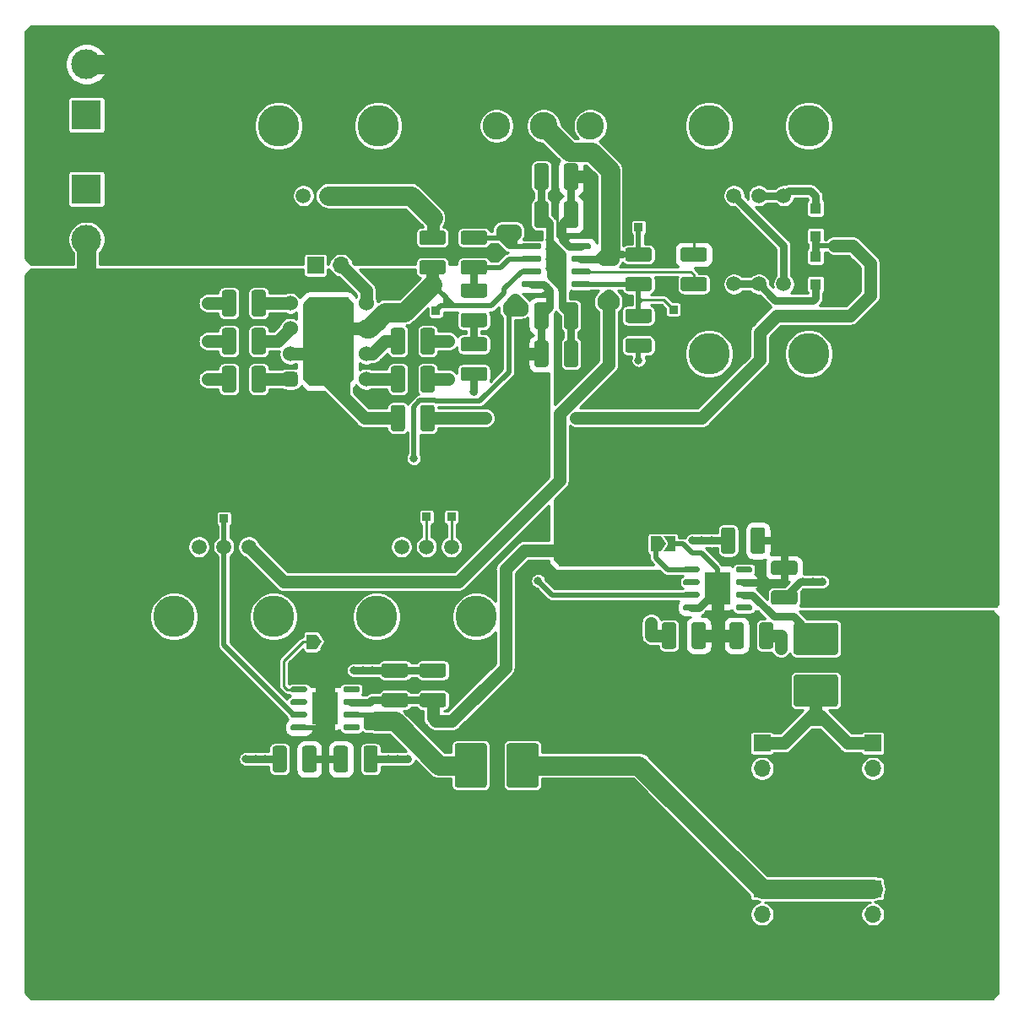
<source format=gtl>
%TF.GenerationSoftware,KiCad,Pcbnew,(5.1.6)-1*%
%TF.CreationDate,2021-04-21T19:08:55-07:00*%
%TF.ProjectId,oscillator,6f736369-6c6c-4617-946f-722e6b696361,rev?*%
%TF.SameCoordinates,Original*%
%TF.FileFunction,Copper,L1,Top*%
%TF.FilePolarity,Positive*%
%FSLAX46Y46*%
G04 Gerber Fmt 4.6, Leading zero omitted, Abs format (unit mm)*
G04 Created by KiCad (PCBNEW (5.1.6)-1) date 2021-04-21 19:08:55*
%MOMM*%
%LPD*%
G01*
G04 APERTURE LIST*
%TA.AperFunction,SMDPad,CuDef*%
%ADD10R,1.100000X1.100000*%
%TD*%
%TA.AperFunction,ComponentPad*%
%ADD11C,3.000000*%
%TD*%
%TA.AperFunction,ComponentPad*%
%ADD12R,3.000000X3.000000*%
%TD*%
%TA.AperFunction,ComponentPad*%
%ADD13O,1.700000X1.700000*%
%TD*%
%TA.AperFunction,ComponentPad*%
%ADD14R,1.700000X1.700000*%
%TD*%
%TA.AperFunction,ComponentPad*%
%ADD15C,1.500000*%
%TD*%
%TA.AperFunction,ComponentPad*%
%ADD16C,4.149000*%
%TD*%
%TA.AperFunction,ComponentPad*%
%ADD17C,1.524000*%
%TD*%
%TA.AperFunction,ComponentPad*%
%ADD18C,2.775000*%
%TD*%
%TA.AperFunction,ViaPad*%
%ADD19C,0.500000*%
%TD*%
%TA.AperFunction,SMDPad,CuDef*%
%ADD20R,2.514000X3.200000*%
%TD*%
%TA.AperFunction,SMDPad,CuDef*%
%ADD21C,0.100000*%
%TD*%
%TA.AperFunction,ComponentPad*%
%ADD22R,0.850000X0.850000*%
%TD*%
%TA.AperFunction,ViaPad*%
%ADD23C,0.800000*%
%TD*%
%TA.AperFunction,Conductor*%
%ADD24C,0.508000*%
%TD*%
%TA.AperFunction,Conductor*%
%ADD25C,0.762000*%
%TD*%
%TA.AperFunction,Conductor*%
%ADD26C,1.270000*%
%TD*%
%TA.AperFunction,Conductor*%
%ADD27C,0.254000*%
%TD*%
%TA.AperFunction,Conductor*%
%ADD28C,1.905000*%
%TD*%
%TA.AperFunction,Conductor*%
%ADD29C,0.250000*%
%TD*%
G04 APERTURE END LIST*
%TO.P,C1,1*%
%TO.N,GND*%
%TA.AperFunction,SMDPad,CuDef*%
G36*
G01*
X21077500Y62425000D02*
X21077500Y64575000D01*
G75*
G02*
X21327500Y64825000I250000J0D01*
G01*
X22252500Y64825000D01*
G75*
G02*
X22502500Y64575000I0J-250000D01*
G01*
X22502500Y62425000D01*
G75*
G02*
X22252500Y62175000I-250000J0D01*
G01*
X21327500Y62175000D01*
G75*
G02*
X21077500Y62425000I0J250000D01*
G01*
G37*
%TD.AperFunction*%
%TO.P,C1,2*%
%TO.N,Net-(C1-Pad2)*%
%TA.AperFunction,SMDPad,CuDef*%
G36*
G01*
X24052500Y62425000D02*
X24052500Y64575000D01*
G75*
G02*
X24302500Y64825000I250000J0D01*
G01*
X25227500Y64825000D01*
G75*
G02*
X25477500Y64575000I0J-250000D01*
G01*
X25477500Y62425000D01*
G75*
G02*
X25227500Y62175000I-250000J0D01*
G01*
X24302500Y62175000D01*
G75*
G02*
X24052500Y62425000I0J250000D01*
G01*
G37*
%TD.AperFunction*%
%TD*%
%TO.P,C2,2*%
%TO.N,Net-(C2-Pad2)*%
%TA.AperFunction,SMDPad,CuDef*%
G36*
G01*
X24052500Y66235000D02*
X24052500Y68385000D01*
G75*
G02*
X24302500Y68635000I250000J0D01*
G01*
X25227500Y68635000D01*
G75*
G02*
X25477500Y68385000I0J-250000D01*
G01*
X25477500Y66235000D01*
G75*
G02*
X25227500Y65985000I-250000J0D01*
G01*
X24302500Y65985000D01*
G75*
G02*
X24052500Y66235000I0J250000D01*
G01*
G37*
%TD.AperFunction*%
%TO.P,C2,1*%
%TO.N,GND*%
%TA.AperFunction,SMDPad,CuDef*%
G36*
G01*
X21077500Y66235000D02*
X21077500Y68385000D01*
G75*
G02*
X21327500Y68635000I250000J0D01*
G01*
X22252500Y68635000D01*
G75*
G02*
X22502500Y68385000I0J-250000D01*
G01*
X22502500Y66235000D01*
G75*
G02*
X22252500Y65985000I-250000J0D01*
G01*
X21327500Y65985000D01*
G75*
G02*
X21077500Y66235000I0J250000D01*
G01*
G37*
%TD.AperFunction*%
%TD*%
%TO.P,C3,1*%
%TO.N,V15V*%
%TA.AperFunction,SMDPad,CuDef*%
G36*
G01*
X56810000Y84895000D02*
X56810000Y82745000D01*
G75*
G02*
X56560000Y82495000I-250000J0D01*
G01*
X55635000Y82495000D01*
G75*
G02*
X55385000Y82745000I0J250000D01*
G01*
X55385000Y84895000D01*
G75*
G02*
X55635000Y85145000I250000J0D01*
G01*
X56560000Y85145000D01*
G75*
G02*
X56810000Y84895000I0J-250000D01*
G01*
G37*
%TD.AperFunction*%
%TO.P,C3,2*%
%TO.N,GND*%
%TA.AperFunction,SMDPad,CuDef*%
G36*
G01*
X53835000Y84895000D02*
X53835000Y82745000D01*
G75*
G02*
X53585000Y82495000I-250000J0D01*
G01*
X52660000Y82495000D01*
G75*
G02*
X52410000Y82745000I0J250000D01*
G01*
X52410000Y84895000D01*
G75*
G02*
X52660000Y85145000I250000J0D01*
G01*
X53585000Y85145000D01*
G75*
G02*
X53835000Y84895000I0J-250000D01*
G01*
G37*
%TD.AperFunction*%
%TD*%
%TO.P,C4,1*%
%TO.N,GND*%
%TA.AperFunction,SMDPad,CuDef*%
G36*
G01*
X56810000Y67115000D02*
X56810000Y64965000D01*
G75*
G02*
X56560000Y64715000I-250000J0D01*
G01*
X55635000Y64715000D01*
G75*
G02*
X55385000Y64965000I0J250000D01*
G01*
X55385000Y67115000D01*
G75*
G02*
X55635000Y67365000I250000J0D01*
G01*
X56560000Y67365000D01*
G75*
G02*
X56810000Y67115000I0J-250000D01*
G01*
G37*
%TD.AperFunction*%
%TO.P,C4,2*%
%TO.N,V-15V*%
%TA.AperFunction,SMDPad,CuDef*%
G36*
G01*
X53835000Y67115000D02*
X53835000Y64965000D01*
G75*
G02*
X53585000Y64715000I-250000J0D01*
G01*
X52660000Y64715000D01*
G75*
G02*
X52410000Y64965000I0J250000D01*
G01*
X52410000Y67115000D01*
G75*
G02*
X52660000Y67365000I250000J0D01*
G01*
X53585000Y67365000D01*
G75*
G02*
X53835000Y67115000I0J-250000D01*
G01*
G37*
%TD.AperFunction*%
%TD*%
%TO.P,C5,1*%
%TO.N,GND*%
%TA.AperFunction,SMDPad,CuDef*%
G36*
G01*
X21077500Y70045000D02*
X21077500Y72195000D01*
G75*
G02*
X21327500Y72445000I250000J0D01*
G01*
X22252500Y72445000D01*
G75*
G02*
X22502500Y72195000I0J-250000D01*
G01*
X22502500Y70045000D01*
G75*
G02*
X22252500Y69795000I-250000J0D01*
G01*
X21327500Y69795000D01*
G75*
G02*
X21077500Y70045000I0J250000D01*
G01*
G37*
%TD.AperFunction*%
%TO.P,C5,2*%
%TO.N,Net-(C5-Pad2)*%
%TA.AperFunction,SMDPad,CuDef*%
G36*
G01*
X24052500Y70045000D02*
X24052500Y72195000D01*
G75*
G02*
X24302500Y72445000I250000J0D01*
G01*
X25227500Y72445000D01*
G75*
G02*
X25477500Y72195000I0J-250000D01*
G01*
X25477500Y70045000D01*
G75*
G02*
X25227500Y69795000I-250000J0D01*
G01*
X24302500Y69795000D01*
G75*
G02*
X24052500Y70045000I0J250000D01*
G01*
G37*
%TD.AperFunction*%
%TD*%
%TO.P,C6,2*%
%TO.N,GND*%
%TA.AperFunction,SMDPad,CuDef*%
G36*
G01*
X72567500Y48382500D02*
X72567500Y46232500D01*
G75*
G02*
X72317500Y45982500I-250000J0D01*
G01*
X71392500Y45982500D01*
G75*
G02*
X71142500Y46232500I0J250000D01*
G01*
X71142500Y48382500D01*
G75*
G02*
X71392500Y48632500I250000J0D01*
G01*
X72317500Y48632500D01*
G75*
G02*
X72567500Y48382500I0J-250000D01*
G01*
G37*
%TD.AperFunction*%
%TO.P,C6,1*%
%TO.N,V15V*%
%TA.AperFunction,SMDPad,CuDef*%
G36*
G01*
X75542500Y48382500D02*
X75542500Y46232500D01*
G75*
G02*
X75292500Y45982500I-250000J0D01*
G01*
X74367500Y45982500D01*
G75*
G02*
X74117500Y46232500I0J250000D01*
G01*
X74117500Y48382500D01*
G75*
G02*
X74367500Y48632500I250000J0D01*
G01*
X75292500Y48632500D01*
G75*
G02*
X75542500Y48382500I0J-250000D01*
G01*
G37*
%TD.AperFunction*%
%TD*%
%TO.P,C7,2*%
%TO.N,V-15V*%
%TA.AperFunction,SMDPad,CuDef*%
G36*
G01*
X68185000Y36707500D02*
X68185000Y38857500D01*
G75*
G02*
X68435000Y39107500I250000J0D01*
G01*
X69360000Y39107500D01*
G75*
G02*
X69610000Y38857500I0J-250000D01*
G01*
X69610000Y36707500D01*
G75*
G02*
X69360000Y36457500I-250000J0D01*
G01*
X68435000Y36457500D01*
G75*
G02*
X68185000Y36707500I0J250000D01*
G01*
G37*
%TD.AperFunction*%
%TO.P,C7,1*%
%TO.N,GND*%
%TA.AperFunction,SMDPad,CuDef*%
G36*
G01*
X65210000Y36707500D02*
X65210000Y38857500D01*
G75*
G02*
X65460000Y39107500I250000J0D01*
G01*
X66385000Y39107500D01*
G75*
G02*
X66635000Y38857500I0J-250000D01*
G01*
X66635000Y36707500D01*
G75*
G02*
X66385000Y36457500I-250000J0D01*
G01*
X65460000Y36457500D01*
G75*
G02*
X65210000Y36707500I0J250000D01*
G01*
G37*
%TD.AperFunction*%
%TD*%
%TO.P,C8,2*%
%TO.N,Net-(C8-Pad2)*%
%TA.AperFunction,SMDPad,CuDef*%
G36*
G01*
X39447500Y64575000D02*
X39447500Y62425000D01*
G75*
G02*
X39197500Y62175000I-250000J0D01*
G01*
X38272500Y62175000D01*
G75*
G02*
X38022500Y62425000I0J250000D01*
G01*
X38022500Y64575000D01*
G75*
G02*
X38272500Y64825000I250000J0D01*
G01*
X39197500Y64825000D01*
G75*
G02*
X39447500Y64575000I0J-250000D01*
G01*
G37*
%TD.AperFunction*%
%TO.P,C8,1*%
%TO.N,GND*%
%TA.AperFunction,SMDPad,CuDef*%
G36*
G01*
X42422500Y64575000D02*
X42422500Y62425000D01*
G75*
G02*
X42172500Y62175000I-250000J0D01*
G01*
X41247500Y62175000D01*
G75*
G02*
X40997500Y62425000I0J250000D01*
G01*
X40997500Y64575000D01*
G75*
G02*
X41247500Y64825000I250000J0D01*
G01*
X42172500Y64825000D01*
G75*
G02*
X42422500Y64575000I0J-250000D01*
G01*
G37*
%TD.AperFunction*%
%TD*%
%TO.P,C9,1*%
%TO.N,GND*%
%TA.AperFunction,SMDPad,CuDef*%
G36*
G01*
X42422500Y68385000D02*
X42422500Y66235000D01*
G75*
G02*
X42172500Y65985000I-250000J0D01*
G01*
X41247500Y65985000D01*
G75*
G02*
X40997500Y66235000I0J250000D01*
G01*
X40997500Y68385000D01*
G75*
G02*
X41247500Y68635000I250000J0D01*
G01*
X42172500Y68635000D01*
G75*
G02*
X42422500Y68385000I0J-250000D01*
G01*
G37*
%TD.AperFunction*%
%TO.P,C9,2*%
%TO.N,Net-(C9-Pad2)*%
%TA.AperFunction,SMDPad,CuDef*%
G36*
G01*
X39447500Y68385000D02*
X39447500Y66235000D01*
G75*
G02*
X39197500Y65985000I-250000J0D01*
G01*
X38272500Y65985000D01*
G75*
G02*
X38022500Y66235000I0J250000D01*
G01*
X38022500Y68385000D01*
G75*
G02*
X38272500Y68635000I250000J0D01*
G01*
X39197500Y68635000D01*
G75*
G02*
X39447500Y68385000I0J-250000D01*
G01*
G37*
%TD.AperFunction*%
%TD*%
%TO.P,C10,1*%
%TO.N,V15V*%
%TA.AperFunction,SMDPad,CuDef*%
G36*
G01*
X43302500Y30602500D02*
X41152500Y30602500D01*
G75*
G02*
X40902500Y30852500I0J250000D01*
G01*
X40902500Y31777500D01*
G75*
G02*
X41152500Y32027500I250000J0D01*
G01*
X43302500Y32027500D01*
G75*
G02*
X43552500Y31777500I0J-250000D01*
G01*
X43552500Y30852500D01*
G75*
G02*
X43302500Y30602500I-250000J0D01*
G01*
G37*
%TD.AperFunction*%
%TO.P,C10,2*%
%TO.N,GND*%
%TA.AperFunction,SMDPad,CuDef*%
G36*
G01*
X43302500Y33577500D02*
X41152500Y33577500D01*
G75*
G02*
X40902500Y33827500I0J250000D01*
G01*
X40902500Y34752500D01*
G75*
G02*
X41152500Y35002500I250000J0D01*
G01*
X43302500Y35002500D01*
G75*
G02*
X43552500Y34752500I0J-250000D01*
G01*
X43552500Y33827500D01*
G75*
G02*
X43302500Y33577500I-250000J0D01*
G01*
G37*
%TD.AperFunction*%
%TD*%
%TO.P,C11,1*%
%TO.N,GND*%
%TA.AperFunction,SMDPad,CuDef*%
G36*
G01*
X36707500Y26475000D02*
X36707500Y24325000D01*
G75*
G02*
X36457500Y24075000I-250000J0D01*
G01*
X35532500Y24075000D01*
G75*
G02*
X35282500Y24325000I0J250000D01*
G01*
X35282500Y26475000D01*
G75*
G02*
X35532500Y26725000I250000J0D01*
G01*
X36457500Y26725000D01*
G75*
G02*
X36707500Y26475000I0J-250000D01*
G01*
G37*
%TD.AperFunction*%
%TO.P,C11,2*%
%TO.N,V-15V*%
%TA.AperFunction,SMDPad,CuDef*%
G36*
G01*
X33732500Y26475000D02*
X33732500Y24325000D01*
G75*
G02*
X33482500Y24075000I-250000J0D01*
G01*
X32557500Y24075000D01*
G75*
G02*
X32307500Y24325000I0J250000D01*
G01*
X32307500Y26475000D01*
G75*
G02*
X32557500Y26725000I250000J0D01*
G01*
X33482500Y26725000D01*
G75*
G02*
X33732500Y26475000I0J-250000D01*
G01*
G37*
%TD.AperFunction*%
%TD*%
%TO.P,C12,1*%
%TO.N,V15V*%
%TA.AperFunction,SMDPad,CuDef*%
G36*
G01*
X56810000Y81085000D02*
X56810000Y78935000D01*
G75*
G02*
X56560000Y78685000I-250000J0D01*
G01*
X55635000Y78685000D01*
G75*
G02*
X55385000Y78935000I0J250000D01*
G01*
X55385000Y81085000D01*
G75*
G02*
X55635000Y81335000I250000J0D01*
G01*
X56560000Y81335000D01*
G75*
G02*
X56810000Y81085000I0J-250000D01*
G01*
G37*
%TD.AperFunction*%
%TO.P,C12,2*%
%TO.N,GND*%
%TA.AperFunction,SMDPad,CuDef*%
G36*
G01*
X53835000Y81085000D02*
X53835000Y78935000D01*
G75*
G02*
X53585000Y78685000I-250000J0D01*
G01*
X52660000Y78685000D01*
G75*
G02*
X52410000Y78935000I0J250000D01*
G01*
X52410000Y81085000D01*
G75*
G02*
X52660000Y81335000I250000J0D01*
G01*
X53585000Y81335000D01*
G75*
G02*
X53835000Y81085000I0J-250000D01*
G01*
G37*
%TD.AperFunction*%
%TD*%
%TO.P,C13,1*%
%TO.N,GND*%
%TA.AperFunction,SMDPad,CuDef*%
G36*
G01*
X56810000Y70925000D02*
X56810000Y68775000D01*
G75*
G02*
X56560000Y68525000I-250000J0D01*
G01*
X55635000Y68525000D01*
G75*
G02*
X55385000Y68775000I0J250000D01*
G01*
X55385000Y70925000D01*
G75*
G02*
X55635000Y71175000I250000J0D01*
G01*
X56560000Y71175000D01*
G75*
G02*
X56810000Y70925000I0J-250000D01*
G01*
G37*
%TD.AperFunction*%
%TO.P,C13,2*%
%TO.N,V-15V*%
%TA.AperFunction,SMDPad,CuDef*%
G36*
G01*
X53835000Y70925000D02*
X53835000Y68775000D01*
G75*
G02*
X53585000Y68525000I-250000J0D01*
G01*
X52660000Y68525000D01*
G75*
G02*
X52410000Y68775000I0J250000D01*
G01*
X52410000Y70925000D01*
G75*
G02*
X52660000Y71175000I250000J0D01*
G01*
X53585000Y71175000D01*
G75*
G02*
X53835000Y70925000I0J-250000D01*
G01*
G37*
%TD.AperFunction*%
%TD*%
%TO.P,C14,2*%
%TO.N,GND*%
%TA.AperFunction,SMDPad,CuDef*%
G36*
G01*
X76395000Y42305000D02*
X78545000Y42305000D01*
G75*
G02*
X78795000Y42055000I0J-250000D01*
G01*
X78795000Y41130000D01*
G75*
G02*
X78545000Y40880000I-250000J0D01*
G01*
X76395000Y40880000D01*
G75*
G02*
X76145000Y41130000I0J250000D01*
G01*
X76145000Y42055000D01*
G75*
G02*
X76395000Y42305000I250000J0D01*
G01*
G37*
%TD.AperFunction*%
%TO.P,C14,1*%
%TO.N,V15V*%
%TA.AperFunction,SMDPad,CuDef*%
G36*
G01*
X76395000Y45280000D02*
X78545000Y45280000D01*
G75*
G02*
X78795000Y45030000I0J-250000D01*
G01*
X78795000Y44105000D01*
G75*
G02*
X78545000Y43855000I-250000J0D01*
G01*
X76395000Y43855000D01*
G75*
G02*
X76145000Y44105000I0J250000D01*
G01*
X76145000Y45030000D01*
G75*
G02*
X76395000Y45280000I250000J0D01*
G01*
G37*
%TD.AperFunction*%
%TD*%
%TO.P,C15,2*%
%TO.N,V-15V*%
%TA.AperFunction,SMDPad,CuDef*%
G36*
G01*
X73420000Y38857500D02*
X73420000Y36707500D01*
G75*
G02*
X73170000Y36457500I-250000J0D01*
G01*
X72245000Y36457500D01*
G75*
G02*
X71995000Y36707500I0J250000D01*
G01*
X71995000Y38857500D01*
G75*
G02*
X72245000Y39107500I250000J0D01*
G01*
X73170000Y39107500D01*
G75*
G02*
X73420000Y38857500I0J-250000D01*
G01*
G37*
%TD.AperFunction*%
%TO.P,C15,1*%
%TO.N,GND*%
%TA.AperFunction,SMDPad,CuDef*%
G36*
G01*
X76395000Y38857500D02*
X76395000Y36707500D01*
G75*
G02*
X76145000Y36457500I-250000J0D01*
G01*
X75220000Y36457500D01*
G75*
G02*
X74970000Y36707500I0J250000D01*
G01*
X74970000Y38857500D01*
G75*
G02*
X75220000Y39107500I250000J0D01*
G01*
X76145000Y39107500D01*
G75*
G02*
X76395000Y38857500I0J-250000D01*
G01*
G37*
%TD.AperFunction*%
%TD*%
%TO.P,C16,2*%
%TO.N,GND*%
%TA.AperFunction,SMDPad,CuDef*%
G36*
G01*
X39492500Y33577500D02*
X37342500Y33577500D01*
G75*
G02*
X37092500Y33827500I0J250000D01*
G01*
X37092500Y34752500D01*
G75*
G02*
X37342500Y35002500I250000J0D01*
G01*
X39492500Y35002500D01*
G75*
G02*
X39742500Y34752500I0J-250000D01*
G01*
X39742500Y33827500D01*
G75*
G02*
X39492500Y33577500I-250000J0D01*
G01*
G37*
%TD.AperFunction*%
%TO.P,C16,1*%
%TO.N,V15V*%
%TA.AperFunction,SMDPad,CuDef*%
G36*
G01*
X39492500Y30602500D02*
X37342500Y30602500D01*
G75*
G02*
X37092500Y30852500I0J250000D01*
G01*
X37092500Y31777500D01*
G75*
G02*
X37342500Y32027500I250000J0D01*
G01*
X39492500Y32027500D01*
G75*
G02*
X39742500Y31777500I0J-250000D01*
G01*
X39742500Y30852500D01*
G75*
G02*
X39492500Y30602500I-250000J0D01*
G01*
G37*
%TD.AperFunction*%
%TD*%
%TO.P,C17,2*%
%TO.N,V-15V*%
%TA.AperFunction,SMDPad,CuDef*%
G36*
G01*
X29132500Y24325000D02*
X29132500Y26475000D01*
G75*
G02*
X29382500Y26725000I250000J0D01*
G01*
X30307500Y26725000D01*
G75*
G02*
X30557500Y26475000I0J-250000D01*
G01*
X30557500Y24325000D01*
G75*
G02*
X30307500Y24075000I-250000J0D01*
G01*
X29382500Y24075000D01*
G75*
G02*
X29132500Y24325000I0J250000D01*
G01*
G37*
%TD.AperFunction*%
%TO.P,C17,1*%
%TO.N,GND*%
%TA.AperFunction,SMDPad,CuDef*%
G36*
G01*
X26157500Y24325000D02*
X26157500Y26475000D01*
G75*
G02*
X26407500Y26725000I250000J0D01*
G01*
X27332500Y26725000D01*
G75*
G02*
X27582500Y26475000I0J-250000D01*
G01*
X27582500Y24325000D01*
G75*
G02*
X27332500Y24075000I-250000J0D01*
G01*
X26407500Y24075000D01*
G75*
G02*
X26157500Y24325000I0J250000D01*
G01*
G37*
%TD.AperFunction*%
%TD*%
D10*
%TO.P,D1,2*%
%TO.N,Net-(D1-Pad2)*%
X80645000Y73022000D03*
%TO.P,D1,1*%
%TO.N,Net-(D1-Pad1)*%
X80645000Y75822000D03*
%TD*%
%TO.P,D2,1*%
%TO.N,Net-(D2-Pad1)*%
X80645000Y80648000D03*
%TO.P,D2,2*%
%TO.N,Net-(D1-Pad1)*%
X80645000Y77848000D03*
%TD*%
D11*
%TO.P,J1,2*%
%TO.N,V15V*%
X7500000Y95080000D03*
D12*
%TO.P,J1,1*%
%TO.N,GND*%
X7500000Y90000000D03*
%TD*%
%TO.P,J2,1*%
%TO.N,GND*%
X7500000Y82580000D03*
D11*
%TO.P,J2,2*%
%TO.N,V-15V*%
X7500000Y77500000D03*
%TD*%
D13*
%TO.P,J3,2*%
%TO.N,Net-(J3-Pad2)*%
X33020000Y74930000D03*
D14*
%TO.P,J3,1*%
%TO.N,GND*%
X30480000Y74930000D03*
%TD*%
%TO.P,J4,1*%
%TO.N,Net-(J4-Pad1)*%
X86360000Y12382500D03*
D13*
%TO.P,J4,2*%
%TO.N,GND*%
X86360000Y9842500D03*
%TD*%
%TO.P,J5,2*%
%TO.N,GND*%
X75247500Y24447500D03*
D14*
%TO.P,J5,1*%
%TO.N,Net-(J5-Pad1)*%
X75247500Y26987500D03*
%TD*%
%TO.P,J6,1*%
%TO.N,Net-(J4-Pad1)*%
X75247500Y12382500D03*
D13*
%TO.P,J6,2*%
%TO.N,GND*%
X75247500Y9842500D03*
%TD*%
D14*
%TO.P,J7,1*%
%TO.N,Net-(J5-Pad1)*%
X86360000Y26987500D03*
D13*
%TO.P,J7,2*%
%TO.N,GND*%
X86360000Y24447500D03*
%TD*%
%TO.P,R1,2*%
%TO.N,V15V*%
%TA.AperFunction,SMDPad,CuDef*%
G36*
G01*
X69475000Y75287500D02*
X67325000Y75287500D01*
G75*
G02*
X67075000Y75537500I0J250000D01*
G01*
X67075000Y76462500D01*
G75*
G02*
X67325000Y76712500I250000J0D01*
G01*
X69475000Y76712500D01*
G75*
G02*
X69725000Y76462500I0J-250000D01*
G01*
X69725000Y75537500D01*
G75*
G02*
X69475000Y75287500I-250000J0D01*
G01*
G37*
%TD.AperFunction*%
%TO.P,R1,1*%
%TO.N,Net-(R1-Pad1)*%
%TA.AperFunction,SMDPad,CuDef*%
G36*
G01*
X69475000Y72312500D02*
X67325000Y72312500D01*
G75*
G02*
X67075000Y72562500I0J250000D01*
G01*
X67075000Y73487500D01*
G75*
G02*
X67325000Y73737500I250000J0D01*
G01*
X69475000Y73737500D01*
G75*
G02*
X69725000Y73487500I0J-250000D01*
G01*
X69725000Y72562500D01*
G75*
G02*
X69475000Y72312500I-250000J0D01*
G01*
G37*
%TD.AperFunction*%
%TD*%
%TO.P,R2,1*%
%TO.N,Net-(R2-Pad1)*%
%TA.AperFunction,SMDPad,CuDef*%
G36*
G01*
X61790000Y70562500D02*
X63940000Y70562500D01*
G75*
G02*
X64190000Y70312500I0J-250000D01*
G01*
X64190000Y69387500D01*
G75*
G02*
X63940000Y69137500I-250000J0D01*
G01*
X61790000Y69137500D01*
G75*
G02*
X61540000Y69387500I0J250000D01*
G01*
X61540000Y70312500D01*
G75*
G02*
X61790000Y70562500I250000J0D01*
G01*
G37*
%TD.AperFunction*%
%TO.P,R2,2*%
%TO.N,GND*%
%TA.AperFunction,SMDPad,CuDef*%
G36*
G01*
X61790000Y67587500D02*
X63940000Y67587500D01*
G75*
G02*
X64190000Y67337500I0J-250000D01*
G01*
X64190000Y66412500D01*
G75*
G02*
X63940000Y66162500I-250000J0D01*
G01*
X61790000Y66162500D01*
G75*
G02*
X61540000Y66412500I0J250000D01*
G01*
X61540000Y67337500D01*
G75*
G02*
X61790000Y67587500I250000J0D01*
G01*
G37*
%TD.AperFunction*%
%TD*%
%TO.P,R3,2*%
%TO.N,Net-(R3-Pad2)*%
%TA.AperFunction,SMDPad,CuDef*%
G36*
G01*
X43275000Y76975000D02*
X41125000Y76975000D01*
G75*
G02*
X40875000Y77225000I0J250000D01*
G01*
X40875000Y78150000D01*
G75*
G02*
X41125000Y78400000I250000J0D01*
G01*
X43275000Y78400000D01*
G75*
G02*
X43525000Y78150000I0J-250000D01*
G01*
X43525000Y77225000D01*
G75*
G02*
X43275000Y76975000I-250000J0D01*
G01*
G37*
%TD.AperFunction*%
%TO.P,R3,1*%
%TO.N,Net-(R3-Pad1)*%
%TA.AperFunction,SMDPad,CuDef*%
G36*
G01*
X43275000Y74000000D02*
X41125000Y74000000D01*
G75*
G02*
X40875000Y74250000I0J250000D01*
G01*
X40875000Y75175000D01*
G75*
G02*
X41125000Y75425000I250000J0D01*
G01*
X43275000Y75425000D01*
G75*
G02*
X43525000Y75175000I0J-250000D01*
G01*
X43525000Y74250000D01*
G75*
G02*
X43275000Y74000000I-250000J0D01*
G01*
G37*
%TD.AperFunction*%
%TD*%
%TO.P,R4,2*%
%TO.N,Net-(R2-Pad1)*%
%TA.AperFunction,SMDPad,CuDef*%
G36*
G01*
X61790000Y73737500D02*
X63940000Y73737500D01*
G75*
G02*
X64190000Y73487500I0J-250000D01*
G01*
X64190000Y72562500D01*
G75*
G02*
X63940000Y72312500I-250000J0D01*
G01*
X61790000Y72312500D01*
G75*
G02*
X61540000Y72562500I0J250000D01*
G01*
X61540000Y73487500D01*
G75*
G02*
X61790000Y73737500I250000J0D01*
G01*
G37*
%TD.AperFunction*%
%TO.P,R4,1*%
%TO.N,Net-(R4-Pad1)*%
%TA.AperFunction,SMDPad,CuDef*%
G36*
G01*
X61790000Y76712500D02*
X63940000Y76712500D01*
G75*
G02*
X64190000Y76462500I0J-250000D01*
G01*
X64190000Y75537500D01*
G75*
G02*
X63940000Y75287500I-250000J0D01*
G01*
X61790000Y75287500D01*
G75*
G02*
X61540000Y75537500I0J250000D01*
G01*
X61540000Y76462500D01*
G75*
G02*
X61790000Y76712500I250000J0D01*
G01*
G37*
%TD.AperFunction*%
%TD*%
%TO.P,R5,1*%
%TO.N,Net-(D1-Pad1)*%
%TA.AperFunction,SMDPad,CuDef*%
G36*
G01*
X42412500Y60675000D02*
X42412500Y58525000D01*
G75*
G02*
X42162500Y58275000I-250000J0D01*
G01*
X41237500Y58275000D01*
G75*
G02*
X40987500Y58525000I0J250000D01*
G01*
X40987500Y60675000D01*
G75*
G02*
X41237500Y60925000I250000J0D01*
G01*
X42162500Y60925000D01*
G75*
G02*
X42412500Y60675000I0J-250000D01*
G01*
G37*
%TD.AperFunction*%
%TO.P,R5,2*%
%TO.N,Net-(R3-Pad1)*%
%TA.AperFunction,SMDPad,CuDef*%
G36*
G01*
X39437500Y60675000D02*
X39437500Y58525000D01*
G75*
G02*
X39187500Y58275000I-250000J0D01*
G01*
X38262500Y58275000D01*
G75*
G02*
X38012500Y58525000I0J250000D01*
G01*
X38012500Y60675000D01*
G75*
G02*
X38262500Y60925000I250000J0D01*
G01*
X39187500Y60925000D01*
G75*
G02*
X39437500Y60675000I0J-250000D01*
G01*
G37*
%TD.AperFunction*%
%TD*%
%TO.P,R6,1*%
%TO.N,Net-(R6-Pad1)*%
%TA.AperFunction,SMDPad,CuDef*%
G36*
G01*
X45280000Y67705000D02*
X47430000Y67705000D01*
G75*
G02*
X47680000Y67455000I0J-250000D01*
G01*
X47680000Y66530000D01*
G75*
G02*
X47430000Y66280000I-250000J0D01*
G01*
X45280000Y66280000D01*
G75*
G02*
X45030000Y66530000I0J250000D01*
G01*
X45030000Y67455000D01*
G75*
G02*
X45280000Y67705000I250000J0D01*
G01*
G37*
%TD.AperFunction*%
%TO.P,R6,2*%
%TO.N,GND*%
%TA.AperFunction,SMDPad,CuDef*%
G36*
G01*
X45280000Y64730000D02*
X47430000Y64730000D01*
G75*
G02*
X47680000Y64480000I0J-250000D01*
G01*
X47680000Y63555000D01*
G75*
G02*
X47430000Y63305000I-250000J0D01*
G01*
X45280000Y63305000D01*
G75*
G02*
X45030000Y63555000I0J250000D01*
G01*
X45030000Y64480000D01*
G75*
G02*
X45280000Y64730000I250000J0D01*
G01*
G37*
%TD.AperFunction*%
%TD*%
%TO.P,R7,2*%
%TO.N,Net-(R6-Pad1)*%
%TA.AperFunction,SMDPad,CuDef*%
G36*
G01*
X45280000Y70127500D02*
X47430000Y70127500D01*
G75*
G02*
X47680000Y69877500I0J-250000D01*
G01*
X47680000Y68952500D01*
G75*
G02*
X47430000Y68702500I-250000J0D01*
G01*
X45280000Y68702500D01*
G75*
G02*
X45030000Y68952500I0J250000D01*
G01*
X45030000Y69877500D01*
G75*
G02*
X45280000Y70127500I250000J0D01*
G01*
G37*
%TD.AperFunction*%
%TO.P,R7,1*%
%TO.N,Net-(R7-Pad1)*%
%TA.AperFunction,SMDPad,CuDef*%
G36*
G01*
X45280000Y73102500D02*
X47430000Y73102500D01*
G75*
G02*
X47680000Y72852500I0J-250000D01*
G01*
X47680000Y71927500D01*
G75*
G02*
X47430000Y71677500I-250000J0D01*
G01*
X45280000Y71677500D01*
G75*
G02*
X45030000Y71927500I0J250000D01*
G01*
X45030000Y72852500D01*
G75*
G02*
X45280000Y73102500I250000J0D01*
G01*
G37*
%TD.AperFunction*%
%TD*%
%TO.P,R8,2*%
%TO.N,Net-(R8-Pad2)*%
%TA.AperFunction,SMDPad,CuDef*%
G36*
G01*
X47637500Y26740000D02*
X47637500Y22790000D01*
G75*
G02*
X47387500Y22540000I-250000J0D01*
G01*
X44687500Y22540000D01*
G75*
G02*
X44437500Y22790000I0J250000D01*
G01*
X44437500Y26740000D01*
G75*
G02*
X44687500Y26990000I250000J0D01*
G01*
X47387500Y26990000D01*
G75*
G02*
X47637500Y26740000I0J-250000D01*
G01*
G37*
%TD.AperFunction*%
%TO.P,R8,1*%
%TO.N,Net-(J4-Pad1)*%
%TA.AperFunction,SMDPad,CuDef*%
G36*
G01*
X52837500Y26740000D02*
X52837500Y22790000D01*
G75*
G02*
X52587500Y22540000I-250000J0D01*
G01*
X49887500Y22540000D01*
G75*
G02*
X49637500Y22790000I0J250000D01*
G01*
X49637500Y26740000D01*
G75*
G02*
X49887500Y26990000I250000J0D01*
G01*
X52587500Y26990000D01*
G75*
G02*
X52837500Y26740000I0J-250000D01*
G01*
G37*
%TD.AperFunction*%
%TD*%
%TO.P,R9,1*%
%TO.N,Net-(R9-Pad1)*%
%TA.AperFunction,SMDPad,CuDef*%
G36*
G01*
X45280000Y78400000D02*
X47430000Y78400000D01*
G75*
G02*
X47680000Y78150000I0J-250000D01*
G01*
X47680000Y77225000D01*
G75*
G02*
X47430000Y76975000I-250000J0D01*
G01*
X45280000Y76975000D01*
G75*
G02*
X45030000Y77225000I0J250000D01*
G01*
X45030000Y78150000D01*
G75*
G02*
X45280000Y78400000I250000J0D01*
G01*
G37*
%TD.AperFunction*%
%TO.P,R9,2*%
%TO.N,Net-(R7-Pad1)*%
%TA.AperFunction,SMDPad,CuDef*%
G36*
G01*
X45280000Y75425000D02*
X47430000Y75425000D01*
G75*
G02*
X47680000Y75175000I0J-250000D01*
G01*
X47680000Y74250000D01*
G75*
G02*
X47430000Y74000000I-250000J0D01*
G01*
X45280000Y74000000D01*
G75*
G02*
X45030000Y74250000I0J250000D01*
G01*
X45030000Y75175000D01*
G75*
G02*
X45280000Y75425000I250000J0D01*
G01*
G37*
%TD.AperFunction*%
%TD*%
%TO.P,R10,1*%
%TO.N,Net-(J5-Pad1)*%
%TA.AperFunction,SMDPad,CuDef*%
G36*
G01*
X82620000Y30665000D02*
X78670000Y30665000D01*
G75*
G02*
X78420000Y30915000I0J250000D01*
G01*
X78420000Y33615000D01*
G75*
G02*
X78670000Y33865000I250000J0D01*
G01*
X82620000Y33865000D01*
G75*
G02*
X82870000Y33615000I0J-250000D01*
G01*
X82870000Y30915000D01*
G75*
G02*
X82620000Y30665000I-250000J0D01*
G01*
G37*
%TD.AperFunction*%
%TO.P,R10,2*%
%TO.N,Net-(R10-Pad2)*%
%TA.AperFunction,SMDPad,CuDef*%
G36*
G01*
X82620000Y35865000D02*
X78670000Y35865000D01*
G75*
G02*
X78420000Y36115000I0J250000D01*
G01*
X78420000Y38815000D01*
G75*
G02*
X78670000Y39065000I250000J0D01*
G01*
X82620000Y39065000D01*
G75*
G02*
X82870000Y38815000I0J-250000D01*
G01*
X82870000Y36115000D01*
G75*
G02*
X82620000Y35865000I-250000J0D01*
G01*
G37*
%TD.AperFunction*%
%TD*%
D15*
%TO.P,RV1,1*%
%TO.N,Net-(R3-Pad2)*%
X34250000Y81900000D03*
%TO.P,RV1,2*%
X31750000Y81900000D03*
%TO.P,RV1,3*%
%TO.N,Net-(RV1-Pad3)*%
X29250000Y81900000D03*
D16*
%TO.P,RV1,4*%
%TO.N,N/C*%
X36750000Y88900000D03*
%TO.P,RV1,5*%
X26750000Y88900000D03*
%TD*%
D15*
%TO.P,RV2,1*%
%TO.N,Net-(D1-Pad2)*%
X72430000Y73040000D03*
%TO.P,RV2,2*%
X74930000Y73040000D03*
%TO.P,RV2,3*%
%TO.N,Net-(RV2-Pad3)*%
X77430000Y73040000D03*
D16*
%TO.P,RV2,4*%
%TO.N,N/C*%
X69930000Y66040000D03*
%TO.P,RV2,5*%
X79930000Y66040000D03*
%TD*%
%TO.P,RV3,5*%
%TO.N,N/C*%
X69930000Y88900000D03*
%TO.P,RV3,4*%
X79930000Y88900000D03*
D15*
%TO.P,RV3,3*%
%TO.N,Net-(RV2-Pad3)*%
X72430000Y81900000D03*
%TO.P,RV3,2*%
%TO.N,Net-(D2-Pad1)*%
X74930000Y81900000D03*
%TO.P,RV3,1*%
X77430000Y81900000D03*
%TD*%
D16*
%TO.P,RV4,5*%
%TO.N,N/C*%
X26272500Y39687500D03*
%TO.P,RV4,4*%
X16272500Y39687500D03*
D15*
%TO.P,RV4,3*%
%TO.N,Net-(R4-Pad1)*%
X23772500Y46687500D03*
%TO.P,RV4,2*%
%TO.N,Net-(RV4-Pad2)*%
X21272500Y46687500D03*
%TO.P,RV4,1*%
%TO.N,GND*%
X18772500Y46687500D03*
%TD*%
%TO.P,RV5,1*%
%TO.N,GND*%
X39092500Y46687500D03*
%TO.P,RV5,2*%
%TO.N,Net-(RV5-Pad2)*%
X41592500Y46687500D03*
%TO.P,RV5,3*%
%TO.N,Net-(R9-Pad1)*%
X44092500Y46687500D03*
D16*
%TO.P,RV5,4*%
%TO.N,N/C*%
X36592500Y39687500D03*
%TO.P,RV5,5*%
X46592500Y39687500D03*
%TD*%
%TO.P,SW1,1*%
%TO.N,Net-(C1-Pad2)*%
%TA.AperFunction,ComponentPad*%
G36*
G01*
X27178000Y63119000D02*
X27178000Y63881000D01*
G75*
G02*
X27559000Y64262000I381000J0D01*
G01*
X28321000Y64262000D01*
G75*
G02*
X28702000Y63881000I0J-381000D01*
G01*
X28702000Y63119000D01*
G75*
G02*
X28321000Y62738000I-381000J0D01*
G01*
X27559000Y62738000D01*
G75*
G02*
X27178000Y63119000I0J381000D01*
G01*
G37*
%TD.AperFunction*%
D17*
%TO.P,SW1,2*%
%TO.N,Net-(C2-Pad2)*%
X27940000Y68580000D03*
%TO.P,SW1,3*%
%TO.N,Net-(C5-Pad2)*%
X27940000Y71120000D03*
%TO.P,SW1,4*%
%TO.N,Net-(C8-Pad2)*%
X35560000Y63500000D03*
%TO.P,SW1,5*%
%TO.N,Net-(C9-Pad2)*%
X35560000Y66040000D03*
%TO.P,SW1,6*%
%TO.N,Net-(J3-Pad2)*%
X35560000Y71120000D03*
%TO.P,SW1,C*%
%TO.N,Net-(R3-Pad1)*%
X27940000Y66040000D03*
X35560000Y68580000D03*
%TD*%
D18*
%TO.P,SW2,1*%
%TO.N,Net-(RV1-Pad3)*%
X48640000Y88900000D03*
%TO.P,SW2,2*%
%TO.N,Net-(R4-Pad1)*%
X53340000Y88900000D03*
%TO.P,SW2,3*%
%TO.N,Net-(RV2-Pad3)*%
X58040000Y88900000D03*
%TD*%
%TO.P,U1,1*%
%TO.N,Net-(R9-Pad1)*%
%TA.AperFunction,SMDPad,CuDef*%
G36*
G01*
X51160000Y76685000D02*
X51160000Y76985000D01*
G75*
G02*
X51310000Y77135000I150000J0D01*
G01*
X52960000Y77135000D01*
G75*
G02*
X53110000Y76985000I0J-150000D01*
G01*
X53110000Y76685000D01*
G75*
G02*
X52960000Y76535000I-150000J0D01*
G01*
X51310000Y76535000D01*
G75*
G02*
X51160000Y76685000I0J150000D01*
G01*
G37*
%TD.AperFunction*%
%TO.P,U1,2*%
%TO.N,Net-(R7-Pad1)*%
%TA.AperFunction,SMDPad,CuDef*%
G36*
G01*
X51160000Y75415000D02*
X51160000Y75715000D01*
G75*
G02*
X51310000Y75865000I150000J0D01*
G01*
X52960000Y75865000D01*
G75*
G02*
X53110000Y75715000I0J-150000D01*
G01*
X53110000Y75415000D01*
G75*
G02*
X52960000Y75265000I-150000J0D01*
G01*
X51310000Y75265000D01*
G75*
G02*
X51160000Y75415000I0J150000D01*
G01*
G37*
%TD.AperFunction*%
%TO.P,U1,3*%
%TO.N,Net-(R3-Pad1)*%
%TA.AperFunction,SMDPad,CuDef*%
G36*
G01*
X51160000Y74145000D02*
X51160000Y74445000D01*
G75*
G02*
X51310000Y74595000I150000J0D01*
G01*
X52960000Y74595000D01*
G75*
G02*
X53110000Y74445000I0J-150000D01*
G01*
X53110000Y74145000D01*
G75*
G02*
X52960000Y73995000I-150000J0D01*
G01*
X51310000Y73995000D01*
G75*
G02*
X51160000Y74145000I0J150000D01*
G01*
G37*
%TD.AperFunction*%
%TO.P,U1,4*%
%TO.N,V-15V*%
%TA.AperFunction,SMDPad,CuDef*%
G36*
G01*
X51160000Y72875000D02*
X51160000Y73175000D01*
G75*
G02*
X51310000Y73325000I150000J0D01*
G01*
X52960000Y73325000D01*
G75*
G02*
X53110000Y73175000I0J-150000D01*
G01*
X53110000Y72875000D01*
G75*
G02*
X52960000Y72725000I-150000J0D01*
G01*
X51310000Y72725000D01*
G75*
G02*
X51160000Y72875000I0J150000D01*
G01*
G37*
%TD.AperFunction*%
%TO.P,U1,5*%
%TO.N,Net-(R2-Pad1)*%
%TA.AperFunction,SMDPad,CuDef*%
G36*
G01*
X56110000Y72875000D02*
X56110000Y73175000D01*
G75*
G02*
X56260000Y73325000I150000J0D01*
G01*
X57910000Y73325000D01*
G75*
G02*
X58060000Y73175000I0J-150000D01*
G01*
X58060000Y72875000D01*
G75*
G02*
X57910000Y72725000I-150000J0D01*
G01*
X56260000Y72725000D01*
G75*
G02*
X56110000Y72875000I0J150000D01*
G01*
G37*
%TD.AperFunction*%
%TO.P,U1,6*%
%TO.N,Net-(R1-Pad1)*%
%TA.AperFunction,SMDPad,CuDef*%
G36*
G01*
X56110000Y74145000D02*
X56110000Y74445000D01*
G75*
G02*
X56260000Y74595000I150000J0D01*
G01*
X57910000Y74595000D01*
G75*
G02*
X58060000Y74445000I0J-150000D01*
G01*
X58060000Y74145000D01*
G75*
G02*
X57910000Y73995000I-150000J0D01*
G01*
X56260000Y73995000D01*
G75*
G02*
X56110000Y74145000I0J150000D01*
G01*
G37*
%TD.AperFunction*%
%TO.P,U1,7*%
%TO.N,Net-(R4-Pad1)*%
%TA.AperFunction,SMDPad,CuDef*%
G36*
G01*
X56110000Y75415000D02*
X56110000Y75715000D01*
G75*
G02*
X56260000Y75865000I150000J0D01*
G01*
X57910000Y75865000D01*
G75*
G02*
X58060000Y75715000I0J-150000D01*
G01*
X58060000Y75415000D01*
G75*
G02*
X57910000Y75265000I-150000J0D01*
G01*
X56260000Y75265000D01*
G75*
G02*
X56110000Y75415000I0J150000D01*
G01*
G37*
%TD.AperFunction*%
%TO.P,U1,8*%
%TO.N,V15V*%
%TA.AperFunction,SMDPad,CuDef*%
G36*
G01*
X56110000Y76685000D02*
X56110000Y76985000D01*
G75*
G02*
X56260000Y77135000I150000J0D01*
G01*
X57910000Y77135000D01*
G75*
G02*
X58060000Y76985000I0J-150000D01*
G01*
X58060000Y76685000D01*
G75*
G02*
X57910000Y76535000I-150000J0D01*
G01*
X56260000Y76535000D01*
G75*
G02*
X56110000Y76685000I0J150000D01*
G01*
G37*
%TD.AperFunction*%
%TD*%
D19*
%TO.N,V-15V*%
%TO.C,U2*%
X32132500Y29480000D03*
X30732500Y29480000D03*
X32132500Y30480000D03*
X30732500Y30480000D03*
X32132500Y31480000D03*
X30732500Y31480000D03*
D20*
%TD*%
%TO.P,U2,9*%
%TO.N,V-15V*%
X31432500Y30480000D03*
%TO.P,U2,8*%
%TO.N,Net-(U2-Pad8)*%
%TA.AperFunction,SMDPad,CuDef*%
G36*
G01*
X33257500Y32235000D02*
X33257500Y32535000D01*
G75*
G02*
X33407500Y32685000I150000J0D01*
G01*
X34732500Y32685000D01*
G75*
G02*
X34882500Y32535000I0J-150000D01*
G01*
X34882500Y32235000D01*
G75*
G02*
X34732500Y32085000I-150000J0D01*
G01*
X33407500Y32085000D01*
G75*
G02*
X33257500Y32235000I0J150000D01*
G01*
G37*
%TD.AperFunction*%
%TO.P,U2,7*%
%TO.N,V15V*%
%TA.AperFunction,SMDPad,CuDef*%
G36*
G01*
X33257500Y30965000D02*
X33257500Y31265000D01*
G75*
G02*
X33407500Y31415000I150000J0D01*
G01*
X34732500Y31415000D01*
G75*
G02*
X34882500Y31265000I0J-150000D01*
G01*
X34882500Y30965000D01*
G75*
G02*
X34732500Y30815000I-150000J0D01*
G01*
X33407500Y30815000D01*
G75*
G02*
X33257500Y30965000I0J150000D01*
G01*
G37*
%TD.AperFunction*%
%TO.P,U2,6*%
%TO.N,Net-(R8-Pad2)*%
%TA.AperFunction,SMDPad,CuDef*%
G36*
G01*
X33257500Y29695000D02*
X33257500Y29995000D01*
G75*
G02*
X33407500Y30145000I150000J0D01*
G01*
X34732500Y30145000D01*
G75*
G02*
X34882500Y29995000I0J-150000D01*
G01*
X34882500Y29695000D01*
G75*
G02*
X34732500Y29545000I-150000J0D01*
G01*
X33407500Y29545000D01*
G75*
G02*
X33257500Y29695000I0J150000D01*
G01*
G37*
%TD.AperFunction*%
%TO.P,U2,5*%
%TO.N,Net-(U2-Pad5)*%
%TA.AperFunction,SMDPad,CuDef*%
G36*
G01*
X33257500Y28425000D02*
X33257500Y28725000D01*
G75*
G02*
X33407500Y28875000I150000J0D01*
G01*
X34732500Y28875000D01*
G75*
G02*
X34882500Y28725000I0J-150000D01*
G01*
X34882500Y28425000D01*
G75*
G02*
X34732500Y28275000I-150000J0D01*
G01*
X33407500Y28275000D01*
G75*
G02*
X33257500Y28425000I0J150000D01*
G01*
G37*
%TD.AperFunction*%
%TO.P,U2,4*%
%TO.N,V-15V*%
%TA.AperFunction,SMDPad,CuDef*%
G36*
G01*
X27982500Y28425000D02*
X27982500Y28725000D01*
G75*
G02*
X28132500Y28875000I150000J0D01*
G01*
X29457500Y28875000D01*
G75*
G02*
X29607500Y28725000I0J-150000D01*
G01*
X29607500Y28425000D01*
G75*
G02*
X29457500Y28275000I-150000J0D01*
G01*
X28132500Y28275000D01*
G75*
G02*
X27982500Y28425000I0J150000D01*
G01*
G37*
%TD.AperFunction*%
%TO.P,U2,3*%
%TO.N,Net-(RV4-Pad2)*%
%TA.AperFunction,SMDPad,CuDef*%
G36*
G01*
X27982500Y29695000D02*
X27982500Y29995000D01*
G75*
G02*
X28132500Y30145000I150000J0D01*
G01*
X29457500Y30145000D01*
G75*
G02*
X29607500Y29995000I0J-150000D01*
G01*
X29607500Y29695000D01*
G75*
G02*
X29457500Y29545000I-150000J0D01*
G01*
X28132500Y29545000D01*
G75*
G02*
X27982500Y29695000I0J150000D01*
G01*
G37*
%TD.AperFunction*%
%TO.P,U2,2*%
%TO.N,Net-(U2-Pad2)*%
%TA.AperFunction,SMDPad,CuDef*%
G36*
G01*
X27982500Y30965000D02*
X27982500Y31265000D01*
G75*
G02*
X28132500Y31415000I150000J0D01*
G01*
X29457500Y31415000D01*
G75*
G02*
X29607500Y31265000I0J-150000D01*
G01*
X29607500Y30965000D01*
G75*
G02*
X29457500Y30815000I-150000J0D01*
G01*
X28132500Y30815000D01*
G75*
G02*
X27982500Y30965000I0J150000D01*
G01*
G37*
%TD.AperFunction*%
%TO.P,U2,1*%
%TO.N,Net-(NT1-Pad1)*%
%TA.AperFunction,SMDPad,CuDef*%
G36*
G01*
X27982500Y32235000D02*
X27982500Y32535000D01*
G75*
G02*
X28132500Y32685000I150000J0D01*
G01*
X29457500Y32685000D01*
G75*
G02*
X29607500Y32535000I0J-150000D01*
G01*
X29607500Y32235000D01*
G75*
G02*
X29457500Y32085000I-150000J0D01*
G01*
X28132500Y32085000D01*
G75*
G02*
X27982500Y32235000I0J150000D01*
G01*
G37*
%TD.AperFunction*%
%TD*%
%TO.P,U3,1*%
%TO.N,Net-(NT2-Pad1)*%
%TA.AperFunction,SMDPad,CuDef*%
G36*
G01*
X67350000Y44255000D02*
X67350000Y44555000D01*
G75*
G02*
X67500000Y44705000I150000J0D01*
G01*
X68825000Y44705000D01*
G75*
G02*
X68975000Y44555000I0J-150000D01*
G01*
X68975000Y44255000D01*
G75*
G02*
X68825000Y44105000I-150000J0D01*
G01*
X67500000Y44105000D01*
G75*
G02*
X67350000Y44255000I0J150000D01*
G01*
G37*
%TD.AperFunction*%
%TO.P,U3,2*%
%TO.N,Net-(U3-Pad2)*%
%TA.AperFunction,SMDPad,CuDef*%
G36*
G01*
X67350000Y42985000D02*
X67350000Y43285000D01*
G75*
G02*
X67500000Y43435000I150000J0D01*
G01*
X68825000Y43435000D01*
G75*
G02*
X68975000Y43285000I0J-150000D01*
G01*
X68975000Y42985000D01*
G75*
G02*
X68825000Y42835000I-150000J0D01*
G01*
X67500000Y42835000D01*
G75*
G02*
X67350000Y42985000I0J150000D01*
G01*
G37*
%TD.AperFunction*%
%TO.P,U3,3*%
%TO.N,Net-(RV5-Pad2)*%
%TA.AperFunction,SMDPad,CuDef*%
G36*
G01*
X67350000Y41715000D02*
X67350000Y42015000D01*
G75*
G02*
X67500000Y42165000I150000J0D01*
G01*
X68825000Y42165000D01*
G75*
G02*
X68975000Y42015000I0J-150000D01*
G01*
X68975000Y41715000D01*
G75*
G02*
X68825000Y41565000I-150000J0D01*
G01*
X67500000Y41565000D01*
G75*
G02*
X67350000Y41715000I0J150000D01*
G01*
G37*
%TD.AperFunction*%
%TO.P,U3,4*%
%TO.N,V-15V*%
%TA.AperFunction,SMDPad,CuDef*%
G36*
G01*
X67350000Y40445000D02*
X67350000Y40745000D01*
G75*
G02*
X67500000Y40895000I150000J0D01*
G01*
X68825000Y40895000D01*
G75*
G02*
X68975000Y40745000I0J-150000D01*
G01*
X68975000Y40445000D01*
G75*
G02*
X68825000Y40295000I-150000J0D01*
G01*
X67500000Y40295000D01*
G75*
G02*
X67350000Y40445000I0J150000D01*
G01*
G37*
%TD.AperFunction*%
%TO.P,U3,5*%
%TO.N,Net-(U3-Pad5)*%
%TA.AperFunction,SMDPad,CuDef*%
G36*
G01*
X72625000Y40445000D02*
X72625000Y40745000D01*
G75*
G02*
X72775000Y40895000I150000J0D01*
G01*
X74100000Y40895000D01*
G75*
G02*
X74250000Y40745000I0J-150000D01*
G01*
X74250000Y40445000D01*
G75*
G02*
X74100000Y40295000I-150000J0D01*
G01*
X72775000Y40295000D01*
G75*
G02*
X72625000Y40445000I0J150000D01*
G01*
G37*
%TD.AperFunction*%
%TO.P,U3,6*%
%TO.N,Net-(R10-Pad2)*%
%TA.AperFunction,SMDPad,CuDef*%
G36*
G01*
X72625000Y41715000D02*
X72625000Y42015000D01*
G75*
G02*
X72775000Y42165000I150000J0D01*
G01*
X74100000Y42165000D01*
G75*
G02*
X74250000Y42015000I0J-150000D01*
G01*
X74250000Y41715000D01*
G75*
G02*
X74100000Y41565000I-150000J0D01*
G01*
X72775000Y41565000D01*
G75*
G02*
X72625000Y41715000I0J150000D01*
G01*
G37*
%TD.AperFunction*%
%TO.P,U3,7*%
%TO.N,V15V*%
%TA.AperFunction,SMDPad,CuDef*%
G36*
G01*
X72625000Y42985000D02*
X72625000Y43285000D01*
G75*
G02*
X72775000Y43435000I150000J0D01*
G01*
X74100000Y43435000D01*
G75*
G02*
X74250000Y43285000I0J-150000D01*
G01*
X74250000Y42985000D01*
G75*
G02*
X74100000Y42835000I-150000J0D01*
G01*
X72775000Y42835000D01*
G75*
G02*
X72625000Y42985000I0J150000D01*
G01*
G37*
%TD.AperFunction*%
%TO.P,U3,8*%
%TO.N,Net-(U3-Pad8)*%
%TA.AperFunction,SMDPad,CuDef*%
G36*
G01*
X72625000Y44255000D02*
X72625000Y44555000D01*
G75*
G02*
X72775000Y44705000I150000J0D01*
G01*
X74100000Y44705000D01*
G75*
G02*
X74250000Y44555000I0J-150000D01*
G01*
X74250000Y44255000D01*
G75*
G02*
X74100000Y44105000I-150000J0D01*
G01*
X72775000Y44105000D01*
G75*
G02*
X72625000Y44255000I0J150000D01*
G01*
G37*
%TD.AperFunction*%
%TO.P,U3,9*%
%TO.N,V-15V*%
X70800000Y42500000D03*
D19*
%TD*%
%TO.N,V-15V*%
%TO.C,U3*%
X70100000Y43500000D03*
%TO.N,V-15V*%
%TO.C,U3*%
X71500000Y43500000D03*
X70100000Y42500000D03*
X71500000Y42500000D03*
X70100000Y41500000D03*
X71500000Y41500000D03*
%TD*%
%TA.AperFunction,SMDPad,CuDef*%
D21*
%TO.P,NT1,2*%
%TO.N,V-15V*%
G36*
X32022500Y36397500D02*
G01*
X30872500Y36397500D01*
X31372500Y37147500D01*
X30872500Y37897500D01*
X32022500Y37897500D01*
X32022500Y36397500D01*
G37*
%TD.AperFunction*%
%TA.AperFunction,SMDPad,CuDef*%
%TO.P,NT1,1*%
%TO.N,Net-(NT1-Pad1)*%
G36*
X31072500Y37147500D02*
G01*
X30572500Y36397500D01*
X29572500Y36397500D01*
X29572500Y37897500D01*
X30572500Y37897500D01*
X31072500Y37147500D01*
G37*
%TD.AperFunction*%
%TD*%
%TA.AperFunction,SMDPad,CuDef*%
%TO.P,NT2,1*%
%TO.N,Net-(NT2-Pad1)*%
G36*
X65590000Y46990000D02*
G01*
X65090000Y46240000D01*
X64090000Y46240000D01*
X64090000Y47740000D01*
X65090000Y47740000D01*
X65590000Y46990000D01*
G37*
%TD.AperFunction*%
%TA.AperFunction,SMDPad,CuDef*%
%TO.P,NT2,2*%
%TO.N,V-15V*%
G36*
X66540000Y46240000D02*
G01*
X65390000Y46240000D01*
X65890000Y46990000D01*
X65390000Y47740000D01*
X66540000Y47740000D01*
X66540000Y46240000D01*
G37*
%TD.AperFunction*%
%TD*%
D22*
%TO.P,TP1,1*%
%TO.N,Net-(R2-Pad1)*%
X66357500Y70485000D03*
%TD*%
%TO.P,TP2,1*%
%TO.N,Net-(R3-Pad1)*%
X42545000Y70358000D03*
%TD*%
%TO.P,TP3,1*%
%TO.N,Net-(R4-Pad1)*%
X62865000Y78740000D03*
%TD*%
%TO.P,TP4,1*%
%TO.N,Net-(RV4-Pad2)*%
X21272500Y49530000D03*
%TD*%
%TO.P,TP5,1*%
%TO.N,Net-(R9-Pad1)*%
X44100000Y49700000D03*
%TD*%
%TO.P,TP6,1*%
%TO.N,Net-(RV5-Pad2)*%
X41600000Y49700000D03*
%TD*%
D23*
%TO.N,GND*%
X43815000Y67310000D03*
X19685000Y63500000D03*
X19685000Y67310000D03*
X19685000Y71120000D03*
X62865000Y65405000D03*
X55245000Y72390000D03*
X55245000Y73342500D03*
X53975000Y77470000D03*
X53975000Y76517500D03*
X55245000Y74295000D03*
X53975000Y75565000D03*
X53975000Y74612500D03*
X55245000Y75247500D03*
X43815000Y63500000D03*
X46355000Y62230000D03*
X81280000Y43180000D03*
X80327500Y43180000D03*
X79375000Y43180000D03*
X69215000Y47307500D03*
X70167500Y47307500D03*
X68262500Y47307500D03*
X77152500Y37782500D03*
X77152500Y36512500D03*
X64135000Y37782500D03*
X64135000Y39052500D03*
X37782500Y25400000D03*
X38735000Y25400000D03*
X39687500Y25400000D03*
X25400000Y25400000D03*
X24447500Y25400000D03*
X23495000Y25400000D03*
X36195000Y34290000D03*
X35242500Y34290000D03*
X34290000Y34290000D03*
%TO.N,V15V*%
X58102500Y83820000D03*
X58102500Y81280000D03*
X58102500Y80010000D03*
X62547500Y83502500D03*
X58102500Y82550000D03*
X63500000Y84455000D03*
X64452500Y83502500D03*
X63500000Y82550000D03*
X60007500Y62865000D03*
X58102500Y65087500D03*
%TO.N,V-15V*%
X33337500Y59055000D03*
X36512500Y61277500D03*
X32385000Y73025000D03*
X38100000Y73342500D03*
%TO.N,Net-(D1-Pad1)*%
X46300000Y59600000D03*
X47500000Y59600000D03*
X56600000Y59600000D03*
X57600000Y59600000D03*
%TO.N,Net-(R4-Pad1)*%
X60325000Y75565000D03*
X59372500Y75565000D03*
X59848750Y76358750D03*
X60325000Y71120000D03*
X59372500Y71120000D03*
X59848750Y71913750D03*
%TO.N,Net-(R9-Pad1)*%
X51117500Y70485000D03*
X49847500Y70485000D03*
X49847500Y77470000D03*
X50482500Y78422500D03*
X49212500Y78422500D03*
X50482500Y71437500D03*
X40322500Y55562500D03*
%TO.N,Net-(RV5-Pad2)*%
X52790319Y43265315D03*
%TD*%
D24*
%TO.N,GND*%
X62865000Y66875000D02*
X62865000Y65405000D01*
D25*
X56097500Y66040000D02*
X56097500Y69850000D01*
X56097500Y69850000D02*
X55245000Y70702500D01*
X55245000Y70702500D02*
X55245000Y72390000D01*
X55245000Y72390000D02*
X55245000Y73342500D01*
X53122500Y80010000D02*
X53122500Y83820000D01*
X53122500Y80010000D02*
X53975000Y79157500D01*
X53975000Y79157500D02*
X53975000Y77470000D01*
X53975000Y77470000D02*
X53975000Y76517500D01*
X55245000Y73342500D02*
X55245000Y74295000D01*
X53975000Y76517500D02*
X53975000Y75565000D01*
X53975000Y75565000D02*
X53975000Y74612500D01*
X55245000Y74295000D02*
X55245000Y75247500D01*
X46355000Y64017500D02*
X46355000Y62865000D01*
X46355000Y62865000D02*
X46355000Y62230000D01*
D26*
X21790000Y71120000D02*
X19685000Y71120000D01*
X21790000Y67310000D02*
X19685000Y67310000D01*
X21790000Y63500000D02*
X19685000Y63500000D01*
X41710000Y67310000D02*
X43815000Y67310000D01*
X41710000Y63500000D02*
X43815000Y63500000D01*
D25*
X77470000Y41592500D02*
X79057500Y43180000D01*
X79057500Y43180000D02*
X79375000Y43180000D01*
X81280000Y43180000D02*
X81280000Y43180000D01*
X80327500Y43180000D02*
X81280000Y43180000D01*
X79375000Y43180000D02*
X80327500Y43180000D01*
X71855000Y47307500D02*
X70167500Y47307500D01*
X69215000Y47307500D02*
X69215000Y47307500D01*
X70167500Y47307500D02*
X69215000Y47307500D01*
X69215000Y47307500D02*
X68262500Y47307500D01*
X68262500Y47307500D02*
X68262500Y47307500D01*
D26*
X75682500Y37782500D02*
X77152500Y37782500D01*
X77152500Y36512500D02*
X77152500Y37782500D01*
X65922500Y37782500D02*
X64135000Y37782500D01*
X64135000Y39052500D02*
X64135000Y37782500D01*
D25*
X39687500Y25400000D02*
X35995000Y25400000D01*
X23495000Y25400000D02*
X26987500Y25400000D01*
X38417500Y34290000D02*
X42227500Y34290000D01*
X38417500Y34290000D02*
X34290000Y34290000D01*
D26*
%TO.N,Net-(C1-Pad2)*%
X27940000Y63500000D02*
X24765000Y63500000D01*
%TO.N,Net-(C2-Pad2)*%
X27940000Y68580000D02*
X26670000Y67310000D01*
X26670000Y67310000D02*
X24765000Y67310000D01*
D27*
%TO.N,V15V*%
X59690000Y62865000D02*
X60007500Y62865000D01*
D25*
X55245000Y79157500D02*
X56097500Y80010000D01*
X57085000Y76835000D02*
X55880000Y76835000D01*
X55245000Y77470000D02*
X55245000Y79157500D01*
X55880000Y76835000D02*
X55245000Y77470000D01*
X56097500Y80010000D02*
X56097500Y83820000D01*
D26*
X56097500Y83820000D02*
X58102500Y83820000D01*
X58102500Y83820000D02*
X58102500Y82550000D01*
X58102500Y82550000D02*
X58102500Y81280000D01*
D27*
X68400000Y76000000D02*
X68400000Y78000000D01*
D26*
X58102500Y81280000D02*
X58102500Y80010000D01*
D28*
X7500000Y95080000D02*
X12480000Y95080000D01*
D25*
X77470000Y44567500D02*
X77470000Y46672500D01*
X76835000Y47307500D02*
X74830000Y47307500D01*
X77470000Y46672500D02*
X76835000Y47307500D01*
X73437500Y43135000D02*
X77425000Y43135000D01*
X77470000Y43180000D02*
X77470000Y44567500D01*
X77425000Y43135000D02*
X77470000Y43180000D01*
X34070000Y31115000D02*
X35877500Y31115000D01*
X36077500Y31315000D02*
X38417500Y31315000D01*
X35877500Y31115000D02*
X36077500Y31315000D01*
X38417500Y31315000D02*
X42227500Y31315000D01*
D26*
X49502001Y44422001D02*
X49502001Y34579501D01*
X44132500Y29210000D02*
X42545000Y29210000D01*
X55245000Y46355000D02*
X51435000Y46355000D01*
X49502001Y34579501D02*
X44132500Y29210000D01*
X51435000Y46355000D02*
X49502001Y44422001D01*
X42227500Y29527500D02*
X42227500Y31315000D01*
X42227500Y29527500D02*
X42545000Y29210000D01*
D25*
%TO.N,V-15V*%
X53122500Y66040000D02*
X53122500Y69850000D01*
X53975000Y72390000D02*
X53975000Y70702500D01*
X52135000Y73025000D02*
X53340000Y73025000D01*
X53975000Y70702500D02*
X53122500Y69850000D01*
X53340000Y73025000D02*
X53975000Y72390000D01*
D28*
X7500000Y77500000D02*
X7500000Y73700000D01*
D25*
X68895000Y40595000D02*
X70800000Y42500000D01*
X68162500Y40595000D02*
X68895000Y40595000D01*
X68897500Y37782500D02*
X70802500Y37782500D01*
X70802500Y37782500D02*
X72707500Y37782500D01*
D24*
X70800000Y42500000D02*
X70800000Y44452500D01*
X70800000Y44452500D02*
X69215000Y46037500D01*
X69215000Y46037500D02*
X68262500Y46037500D01*
X67310000Y46990000D02*
X66044010Y46990000D01*
X68262500Y46037500D02*
X67310000Y46990000D01*
D26*
X53122500Y66040000D02*
X51435000Y66040000D01*
X70800000Y37785000D02*
X70802500Y37782500D01*
X70800000Y42500000D02*
X70800000Y37785000D01*
X68897500Y37782500D02*
X72707500Y37782500D01*
D27*
X31522500Y37147500D02*
X32702500Y37147500D01*
X32702500Y37147500D02*
X33020000Y37147500D01*
D28*
X31432500Y30480000D02*
X31432500Y33337500D01*
X31432500Y33655000D02*
X31432500Y33337500D01*
X31432500Y30480000D02*
X31432500Y27940000D01*
D24*
X30797500Y28575000D02*
X31432500Y27940000D01*
X28795000Y28575000D02*
X30797500Y28575000D01*
D25*
X31432500Y27940000D02*
X31432500Y25400000D01*
X31432500Y25400000D02*
X33020000Y25400000D01*
X31432500Y25400000D02*
X29845000Y25400000D01*
D26*
%TO.N,Net-(C5-Pad2)*%
X27940000Y71120000D02*
X24765000Y71120000D01*
%TO.N,Net-(C8-Pad2)*%
X35560000Y63500000D02*
X38735000Y63500000D01*
%TO.N,Net-(C9-Pad2)*%
X35560000Y66040000D02*
X36195000Y66040000D01*
X37465000Y67310000D02*
X38735000Y67310000D01*
X36195000Y66040000D02*
X37465000Y67310000D01*
D25*
%TO.N,Net-(D1-Pad2)*%
X72430000Y73040000D02*
X74930000Y73040000D01*
X80645000Y73022000D02*
X80645000Y71645000D01*
X80645000Y71645000D02*
X80400000Y71400000D01*
X76570000Y71400000D02*
X74930000Y73040000D01*
X80400000Y71400000D02*
X76570000Y71400000D01*
D26*
%TO.N,Net-(D1-Pad1)*%
X41700000Y59600000D02*
X46300000Y59600000D01*
X69183938Y59600000D02*
X75000000Y65416062D01*
X57600000Y59600000D02*
X69183938Y59600000D01*
X75000000Y65416062D02*
X75000000Y68200000D01*
X75000000Y68200000D02*
X76700000Y69900000D01*
X76700000Y69900000D02*
X84100000Y69900000D01*
X84100000Y69900000D02*
X86100000Y71900000D01*
X86100000Y71900000D02*
X86100000Y75100000D01*
X86100000Y75100000D02*
X84600000Y76600000D01*
X84600000Y76600000D02*
X84300000Y76900000D01*
X84300000Y76900000D02*
X82500000Y76900000D01*
D24*
X82455000Y76855000D02*
X82500000Y76900000D01*
X80645000Y76855000D02*
X82455000Y76855000D01*
X80645000Y77848000D02*
X80645000Y76855000D01*
X80645000Y76855000D02*
X80645000Y75822000D01*
D25*
X80645000Y75822000D02*
X80645000Y77848000D01*
D26*
X57600000Y59600000D02*
X56600000Y59600000D01*
X46300000Y59600000D02*
X47500000Y59600000D01*
D25*
%TO.N,Net-(D2-Pad1)*%
X77430000Y81900000D02*
X74930000Y81900000D01*
X80645000Y80648000D02*
X80645000Y81855000D01*
X80645000Y81855000D02*
X80100000Y82400000D01*
X77930000Y82400000D02*
X77430000Y81900000D01*
X80100000Y82400000D02*
X77930000Y82400000D01*
D26*
%TO.N,Net-(J3-Pad2)*%
X35560000Y72390000D02*
X33020000Y74930000D01*
X35560000Y71120000D02*
X35560000Y72390000D01*
D28*
%TO.N,Net-(J4-Pad1)*%
X62865000Y24765000D02*
X75247500Y12382500D01*
X51237500Y24765000D02*
X62865000Y24765000D01*
X75247500Y12382500D02*
X86360000Y12382500D01*
D26*
%TO.N,Net-(J5-Pad1)*%
X75247500Y26987500D02*
X77470000Y26987500D01*
X80645000Y30162500D02*
X80645000Y32265000D01*
X86360000Y26987500D02*
X83820000Y26987500D01*
X80168750Y29368750D02*
X80010000Y29527500D01*
X81438750Y29368750D02*
X80168750Y29368750D01*
X81438750Y29368750D02*
X80645000Y30162500D01*
X77470000Y26987500D02*
X80010000Y29527500D01*
X83820000Y26987500D02*
X81438750Y29368750D01*
X80010000Y29527500D02*
X80645000Y30162500D01*
D27*
%TO.N,Net-(R1-Pad1)*%
X68400000Y73025000D02*
X68400000Y74000000D01*
X68105000Y74295000D02*
X57085000Y74295000D01*
X68400000Y74000000D02*
X68105000Y74295000D01*
D24*
%TO.N,Net-(R2-Pad1)*%
X62865000Y73025000D02*
X57085000Y73025000D01*
X62865000Y71755000D02*
X62865000Y73025000D01*
X62865000Y71437500D02*
X62865000Y71755000D01*
D29*
X63182500Y71437500D02*
X62865000Y71755000D01*
X63182500Y71437500D02*
X62865000Y71437500D01*
X63182500Y71437500D02*
X62865000Y71120000D01*
D24*
X62865000Y69850000D02*
X62865000Y71120000D01*
X62865000Y71120000D02*
X62865000Y71437500D01*
D29*
X65405000Y71437500D02*
X66357500Y70485000D01*
X63182500Y71437500D02*
X65405000Y71437500D01*
D28*
%TO.N,Net-(R3-Pad2)*%
X31750000Y81900000D02*
X34250000Y81900000D01*
X34250000Y81900000D02*
X40020000Y81900000D01*
X40020000Y81900000D02*
X42227500Y79692500D01*
D26*
X42227500Y77715000D02*
X42200000Y77687500D01*
X42227500Y79692500D02*
X42227500Y77715000D01*
%TO.N,Net-(R3-Pad1)*%
X27940000Y66040000D02*
X30480000Y66040000D01*
X33020000Y68580000D02*
X35560000Y68580000D01*
X30480000Y66040000D02*
X33020000Y68580000D01*
X42200000Y74712500D02*
X42200000Y72997500D01*
D28*
X42200000Y72997500D02*
X39403539Y70201039D01*
X37474501Y70201039D02*
X36478961Y69205499D01*
X39403539Y70201039D02*
X37474501Y70201039D01*
X35853462Y68580000D02*
X37474501Y70201039D01*
X35560000Y68580000D02*
X35853462Y68580000D01*
D24*
X51160000Y74295000D02*
X49403000Y72538000D01*
X52135000Y74295000D02*
X51160000Y74295000D01*
X49403000Y72538000D02*
X49403000Y72136000D01*
X49403000Y72136000D02*
X48133000Y70866000D01*
X48133000Y70866000D02*
X44331500Y70866000D01*
X43053000Y70866000D02*
X42545000Y70358000D01*
X43561000Y71374000D02*
X43692250Y71505250D01*
X43561000Y70866000D02*
X43053000Y70866000D01*
X44331500Y70866000D02*
X43561000Y70866000D01*
X43561000Y70866000D02*
X43561000Y71374000D01*
X44331500Y70866000D02*
X43692250Y71505250D01*
X43561000Y71636500D02*
X43501750Y71695750D01*
X43561000Y70866000D02*
X43561000Y71636500D01*
X43692250Y71505250D02*
X43501750Y71695750D01*
X43501750Y71695750D02*
X42200000Y72997500D01*
D26*
X38725000Y59600000D02*
X35400000Y59600000D01*
X33250000Y61750000D02*
X33250000Y64350000D01*
X35400000Y59600000D02*
X33250000Y61750000D01*
X33250000Y61750000D02*
X31400000Y63600000D01*
D24*
%TO.N,Net-(R4-Pad1)*%
X62865000Y76000000D02*
X62865000Y78740000D01*
D25*
X60760000Y76000000D02*
X60325000Y75565000D01*
X60325000Y75565000D02*
X60325000Y75565000D01*
X60125000Y76000000D02*
X59690000Y75565000D01*
X60760000Y76000000D02*
X60125000Y76000000D01*
D28*
X55942490Y86297510D02*
X58152912Y86297510D01*
X58152912Y86297510D02*
X60007500Y84442922D01*
X53340000Y88900000D02*
X55942490Y86297510D01*
D25*
X58737500Y75565000D02*
X59055000Y75565000D01*
X59055000Y75565000D02*
X59848750Y76358750D01*
X57085000Y75565000D02*
X58737500Y75565000D01*
X58737500Y75565000D02*
X59372500Y75565000D01*
X58737500Y75603100D02*
X60007500Y76873100D01*
X58737500Y75565000D02*
X58737500Y75603100D01*
D28*
X60007500Y84442922D02*
X60007500Y76873100D01*
X60007500Y76873100D02*
X60007500Y76517500D01*
D25*
X61191800Y76000000D02*
X60880600Y76000000D01*
D24*
X62865000Y76000000D02*
X61191800Y76000000D01*
D25*
X60880600Y76000000D02*
X60007500Y76873100D01*
D24*
X61191800Y76000000D02*
X60760000Y76000000D01*
D25*
X60325000Y75565000D02*
X59690000Y75565000D01*
X59372500Y75565000D02*
X59690000Y75565000D01*
X60007500Y76517500D02*
X60007500Y76517500D01*
X59848750Y76358750D02*
X60007500Y76517500D01*
D26*
X27280000Y43180000D02*
X23772500Y46687500D01*
X59848750Y64928750D02*
X54927500Y60007500D01*
X59848750Y71913750D02*
X59848750Y64928750D01*
X54927500Y60007500D02*
X54927500Y53340000D01*
X44767500Y43180000D02*
X27280000Y43180000D01*
X54927500Y53340000D02*
X44767500Y43180000D01*
X59372500Y71437500D02*
X59848750Y71913750D01*
X59372500Y71120000D02*
X59372500Y71437500D01*
X60325000Y71437500D02*
X59848750Y71913750D01*
X60325000Y71120000D02*
X60325000Y71437500D01*
X59372500Y71120000D02*
X60325000Y71120000D01*
X60325000Y75882500D02*
X59848750Y76358750D01*
X60325000Y75565000D02*
X60325000Y75882500D01*
X59372500Y75565000D02*
X60325000Y75565000D01*
X59848750Y76041250D02*
X59372500Y75565000D01*
X59848750Y76358750D02*
X59848750Y76041250D01*
X59372500Y75882500D02*
X59848750Y76358750D01*
X59372500Y75565000D02*
X59372500Y75882500D01*
D25*
%TO.N,Net-(R6-Pad1)*%
X46355000Y69415000D02*
X46355000Y66992500D01*
D24*
%TO.N,Net-(R7-Pad1)*%
X48995000Y74712500D02*
X46355000Y74712500D01*
X52135000Y75565000D02*
X49847500Y75565000D01*
X49847500Y75565000D02*
X48995000Y74712500D01*
D25*
X46355000Y74712500D02*
X46355000Y72390000D01*
D28*
%TO.N,Net-(R8-Pad2)*%
X42862500Y24765000D02*
X38417500Y29210000D01*
X46037500Y24765000D02*
X42862500Y24765000D01*
D24*
X35560000Y29845000D02*
X35560000Y28575000D01*
X34070000Y29845000D02*
X35560000Y29845000D01*
X37782500Y28575000D02*
X38417500Y29210000D01*
X35560000Y28575000D02*
X37782500Y28575000D01*
X37465000Y29845000D02*
X38100000Y29210000D01*
X35560000Y29845000D02*
X37465000Y29845000D01*
D28*
X38417500Y29210000D02*
X38100000Y29210000D01*
X38100000Y29210000D02*
X36512500Y29210000D01*
D24*
%TO.N,Net-(R9-Pad1)*%
X48995000Y77687500D02*
X46355000Y77687500D01*
X49847500Y76835000D02*
X48995000Y77687500D01*
D27*
X44092500Y49692500D02*
X44100000Y49700000D01*
X44092500Y46687500D02*
X44092500Y49692500D01*
D26*
X49847500Y70802500D02*
X50482500Y71437500D01*
X49847500Y70485000D02*
X49847500Y70802500D01*
X49847500Y77787500D02*
X50482500Y78422500D01*
X49847500Y77787500D02*
X49212500Y78422500D01*
X49847500Y77470000D02*
X49847500Y77787500D01*
D24*
X52135000Y76835000D02*
X50482500Y76835000D01*
X50482500Y76835000D02*
X50482500Y78422500D01*
X50482500Y76835000D02*
X49847500Y76835000D01*
X50482500Y76835000D02*
X50482500Y77152500D01*
X40945888Y61379010D02*
X40322500Y60755622D01*
X49847500Y70485000D02*
X49847500Y64225558D01*
X40322500Y60755622D02*
X40322500Y55562500D01*
X49847500Y64225558D02*
X46934639Y61312697D01*
X46934639Y61312697D02*
X42520425Y61312697D01*
X42520425Y61312697D02*
X42454112Y61379010D01*
X42454112Y61379010D02*
X40945888Y61379010D01*
D26*
X49212500Y78422500D02*
X50482500Y78422500D01*
X50482500Y78105000D02*
X49847500Y77470000D01*
X50482500Y78422500D02*
X50482500Y78105000D01*
X49212500Y78105000D02*
X49847500Y77470000D01*
X49212500Y78422500D02*
X49212500Y78105000D01*
X51117500Y70802500D02*
X50482500Y71437500D01*
X51117500Y70485000D02*
X51117500Y70802500D01*
X49847500Y70485000D02*
X51117500Y70485000D01*
D25*
%TO.N,Net-(R10-Pad2)*%
X76426490Y39688510D02*
X74250000Y41865000D01*
X78421490Y39688510D02*
X76426490Y39688510D01*
X74250000Y41865000D02*
X73437500Y41865000D01*
X80645000Y37465000D02*
X78421490Y39688510D01*
%TO.N,Net-(RV2-Pad3)*%
X77430000Y76900000D02*
X72430000Y81900000D01*
X77430000Y73040000D02*
X77430000Y76900000D01*
D24*
%TO.N,Net-(RV4-Pad2)*%
X28795000Y29845000D02*
X28257500Y29845000D01*
X21272500Y36830000D02*
X21272500Y46687500D01*
X28257500Y29845000D02*
X21272500Y36830000D01*
X21272500Y46687500D02*
X21272500Y49530000D01*
D27*
%TO.N,Net-(RV5-Pad2)*%
X41592500Y49692500D02*
X41600000Y49700000D01*
X41592500Y46687500D02*
X41592500Y49692500D01*
D24*
X54190634Y41865000D02*
X52790319Y43265315D01*
X68162500Y41865000D02*
X54190634Y41865000D01*
D27*
%TO.N,Net-(NT1-Pad1)*%
X27622500Y32385000D02*
X28795000Y32385000D01*
X27305000Y32702500D02*
X27622500Y32385000D01*
X27305000Y35242500D02*
X27305000Y32702500D01*
X30072500Y37147500D02*
X29210000Y37147500D01*
X29210000Y37147500D02*
X27305000Y35242500D01*
D24*
%TO.N,Net-(NT2-Pad1)*%
X68162500Y44405000D02*
X65767500Y44405000D01*
X64590000Y45582500D02*
X64590000Y46990000D01*
X65767500Y44405000D02*
X64590000Y45582500D01*
%TD*%
D27*
%TO.N,Net-(R3-Pad1)*%
G36*
X34163000Y71067394D02*
G01*
X34163000Y63552606D01*
X33602394Y62992000D01*
X29897606Y62992000D01*
X29340072Y63549534D01*
X29340072Y63881000D01*
X29337000Y63912191D01*
X29337000Y71067394D01*
X29897606Y71628000D01*
X33602394Y71628000D01*
X34163000Y71067394D01*
G37*
X34163000Y71067394D02*
X34163000Y63552606D01*
X33602394Y62992000D01*
X29897606Y62992000D01*
X29340072Y63549534D01*
X29340072Y63881000D01*
X29337000Y63912191D01*
X29337000Y71067394D01*
X29897606Y71628000D01*
X33602394Y71628000D01*
X34163000Y71067394D01*
%TO.N,GND*%
G36*
X55435500Y76147394D02*
G01*
X55435500Y72199500D01*
X55297606Y72199500D01*
X53784500Y73712606D01*
X53784500Y77660500D01*
X53922394Y77660500D01*
X55435500Y76147394D01*
G37*
X55435500Y76147394D02*
X55435500Y72199500D01*
X55297606Y72199500D01*
X53784500Y73712606D01*
X53784500Y77660500D01*
X53922394Y77660500D01*
X55435500Y76147394D01*
%TO.N,V15V*%
G36*
X98933000Y41010106D02*
G01*
X98689894Y40767000D01*
X79061825Y40767000D01*
X79071190Y40778411D01*
X79129671Y40887821D01*
X79165683Y41006538D01*
X79177843Y41130000D01*
X79177843Y42055000D01*
X79165683Y42178462D01*
X79158214Y42203084D01*
X79354131Y42399000D01*
X79451922Y42399000D01*
X79547442Y42418000D01*
X80155058Y42418000D01*
X80250578Y42399000D01*
X80404422Y42399000D01*
X80499942Y42418000D01*
X81107558Y42418000D01*
X81203078Y42399000D01*
X81356922Y42399000D01*
X81507809Y42429013D01*
X81649942Y42487887D01*
X81777859Y42573358D01*
X81886642Y42682141D01*
X81972113Y42810058D01*
X82030987Y42952191D01*
X82061000Y43103078D01*
X82061000Y43256922D01*
X82030987Y43407809D01*
X81972113Y43549942D01*
X81886642Y43677859D01*
X81777859Y43786642D01*
X81649942Y43872113D01*
X81507809Y43930987D01*
X81356922Y43961000D01*
X81203078Y43961000D01*
X81107558Y43942000D01*
X80499942Y43942000D01*
X80404422Y43961000D01*
X80250578Y43961000D01*
X80155058Y43942000D01*
X79547442Y43942000D01*
X79451922Y43961000D01*
X79418889Y43961000D01*
X79433072Y44105000D01*
X79433072Y45030000D01*
X79416008Y45203254D01*
X79365472Y45369850D01*
X79283405Y45523386D01*
X79172962Y45657962D01*
X79038386Y45768405D01*
X78884850Y45850472D01*
X78718254Y45901008D01*
X78545000Y45918072D01*
X76395000Y45918072D01*
X76221746Y45901008D01*
X76097254Y45863244D01*
X76112972Y45892650D01*
X76163508Y46059246D01*
X76180572Y46232500D01*
X76180572Y48382500D01*
X76163508Y48555754D01*
X76112972Y48722350D01*
X76030905Y48875886D01*
X75920462Y49010462D01*
X75785886Y49120905D01*
X75632350Y49202972D01*
X75465754Y49253508D01*
X75292500Y49270572D01*
X74367500Y49270572D01*
X74194246Y49253508D01*
X74027650Y49202972D01*
X73874114Y49120905D01*
X73739538Y49010462D01*
X73629095Y48875886D01*
X73547028Y48722350D01*
X73496492Y48555754D01*
X73479428Y48382500D01*
X73479428Y46232500D01*
X73496492Y46059246D01*
X73547028Y45892650D01*
X73629095Y45739114D01*
X73739538Y45604538D01*
X73874114Y45494095D01*
X74027650Y45412028D01*
X74194246Y45361492D01*
X74367500Y45344428D01*
X75292500Y45344428D01*
X75465754Y45361492D01*
X75590246Y45399256D01*
X75574528Y45369850D01*
X75523992Y45203254D01*
X75506928Y45030000D01*
X75506928Y44105000D01*
X75523992Y43931746D01*
X75574528Y43765150D01*
X75656595Y43611614D01*
X75767038Y43477038D01*
X75901614Y43366595D01*
X76055150Y43284528D01*
X76221746Y43233992D01*
X76395000Y43216928D01*
X78016797Y43216928D01*
X77487713Y42687843D01*
X76395000Y42687843D01*
X76271538Y42675683D01*
X76152821Y42639671D01*
X76043411Y42581190D01*
X75947512Y42502488D01*
X75868810Y42406589D01*
X75810329Y42297179D01*
X75774317Y42178462D01*
X75762157Y42055000D01*
X75762157Y41430473D01*
X74815284Y42377346D01*
X74791422Y42406422D01*
X74700790Y42480801D01*
X74755258Y42547171D01*
X74828084Y42683418D01*
X74872929Y42831255D01*
X74888072Y42985000D01*
X74888072Y43285000D01*
X74872929Y43438745D01*
X74828084Y43586582D01*
X74755258Y43722829D01*
X74657251Y43842251D01*
X74537829Y43940258D01*
X74530780Y43944026D01*
X74543043Y43958968D01*
X74592283Y44051090D01*
X74622605Y44151047D01*
X74632843Y44255000D01*
X74632843Y44555000D01*
X74622605Y44658953D01*
X74592283Y44758910D01*
X74543043Y44851032D01*
X74476777Y44931777D01*
X74396032Y44998043D01*
X74303910Y45047283D01*
X74203953Y45077605D01*
X74100000Y45087843D01*
X72775000Y45087843D01*
X72671047Y45077605D01*
X72571090Y45047283D01*
X72478968Y44998043D01*
X72398223Y44931777D01*
X72331957Y44851032D01*
X72282717Y44758910D01*
X72277592Y44742014D01*
X72162303Y44857303D01*
X72143057Y44873097D01*
X72121101Y44884833D01*
X72097276Y44892060D01*
X72072500Y44894500D01*
X71258723Y44894500D01*
X71251185Y44903685D01*
X71226960Y44923566D01*
X69686074Y46464450D01*
X69666185Y46488685D01*
X69596956Y46545500D01*
X69995058Y46545500D01*
X70090578Y46526500D01*
X70244422Y46526500D01*
X70339942Y46545500D01*
X70759657Y46545500D01*
X70759657Y46232500D01*
X70771817Y46109038D01*
X70807829Y45990321D01*
X70866310Y45880911D01*
X70945012Y45785012D01*
X71040911Y45706310D01*
X71150321Y45647829D01*
X71269038Y45611817D01*
X71392500Y45599657D01*
X72317500Y45599657D01*
X72440962Y45611817D01*
X72559679Y45647829D01*
X72669089Y45706310D01*
X72764988Y45785012D01*
X72843690Y45880911D01*
X72902171Y45990321D01*
X72938183Y46109038D01*
X72950343Y46232500D01*
X72950343Y48382500D01*
X72938183Y48505962D01*
X72902171Y48624679D01*
X72843690Y48734089D01*
X72764988Y48829988D01*
X72669089Y48908690D01*
X72559679Y48967171D01*
X72440962Y49003183D01*
X72317500Y49015343D01*
X71392500Y49015343D01*
X71269038Y49003183D01*
X71150321Y48967171D01*
X71040911Y48908690D01*
X70945012Y48829988D01*
X70866310Y48734089D01*
X70807829Y48624679D01*
X70771817Y48505962D01*
X70759657Y48382500D01*
X70759657Y48069500D01*
X70339942Y48069500D01*
X70244422Y48088500D01*
X70090578Y48088500D01*
X69995058Y48069500D01*
X69387442Y48069500D01*
X69291922Y48088500D01*
X69138078Y48088500D01*
X69042558Y48069500D01*
X68434942Y48069500D01*
X68339422Y48088500D01*
X68185578Y48088500D01*
X68034691Y48058487D01*
X67892558Y47999613D01*
X67764641Y47914142D01*
X67655858Y47805359D01*
X67570387Y47677442D01*
X67532538Y47586067D01*
X67434482Y47615812D01*
X67341192Y47625000D01*
X67341181Y47625000D01*
X67310000Y47628071D01*
X67278819Y47625000D01*
X66922843Y47625000D01*
X66922843Y47740000D01*
X66915487Y47814689D01*
X66893701Y47886508D01*
X66858322Y47952696D01*
X66810711Y48010711D01*
X66752696Y48058322D01*
X66686508Y48093701D01*
X66614689Y48115487D01*
X66540000Y48122843D01*
X65390000Y48122843D01*
X65315704Y48115565D01*
X65243862Y48093854D01*
X65240037Y48091815D01*
X65236508Y48093701D01*
X65164689Y48115487D01*
X65090000Y48122843D01*
X64090000Y48122843D01*
X64015311Y48115487D01*
X63943492Y48093701D01*
X63877304Y48058322D01*
X63819289Y48010711D01*
X63771678Y47952696D01*
X63736299Y47886508D01*
X63714513Y47814689D01*
X63707157Y47740000D01*
X63707157Y46240000D01*
X63714513Y46165311D01*
X63736299Y46093492D01*
X63771678Y46027304D01*
X63819289Y45969289D01*
X63877304Y45921678D01*
X63943492Y45886299D01*
X63955000Y45882808D01*
X63955000Y45613682D01*
X63951929Y45582500D01*
X63955000Y45551319D01*
X63955000Y45551309D01*
X63964188Y45458019D01*
X64000498Y45338321D01*
X64059463Y45228007D01*
X64138815Y45131315D01*
X64163050Y45111426D01*
X64379976Y44894500D01*
X54980106Y44894500D01*
X54419500Y45455106D01*
X54419500Y51395159D01*
X55610633Y52586292D01*
X55649396Y52618104D01*
X55776360Y52772810D01*
X55870702Y52949313D01*
X55928798Y53140829D01*
X55943500Y53290098D01*
X55948415Y53340000D01*
X55943500Y53389902D01*
X55943500Y58824435D01*
X56032810Y58751140D01*
X56209313Y58656798D01*
X56400829Y58598702D01*
X56550098Y58584000D01*
X69134036Y58584000D01*
X69183938Y58579085D01*
X69233840Y58584000D01*
X69383109Y58598702D01*
X69574625Y58656798D01*
X69751128Y58751140D01*
X69905834Y58878104D01*
X69937650Y58916872D01*
X75683133Y64662354D01*
X75721896Y64694166D01*
X75848860Y64848872D01*
X75943202Y65025375D01*
X76001298Y65216891D01*
X76016000Y65366160D01*
X76016000Y65366161D01*
X76020915Y65416062D01*
X76016000Y65465964D01*
X76016000Y66281846D01*
X77474500Y66281846D01*
X77474500Y65798154D01*
X77568864Y65323757D01*
X77753964Y64876885D01*
X78022689Y64474710D01*
X78364710Y64132689D01*
X78766885Y63863964D01*
X79213757Y63678864D01*
X79688154Y63584500D01*
X80171846Y63584500D01*
X80646243Y63678864D01*
X81093115Y63863964D01*
X81495290Y64132689D01*
X81837311Y64474710D01*
X82106036Y64876885D01*
X82291136Y65323757D01*
X82385500Y65798154D01*
X82385500Y66281846D01*
X82291136Y66756243D01*
X82106036Y67203115D01*
X81837311Y67605290D01*
X81495290Y67947311D01*
X81093115Y68216036D01*
X80646243Y68401136D01*
X80171846Y68495500D01*
X79688154Y68495500D01*
X79213757Y68401136D01*
X78766885Y68216036D01*
X78364710Y67947311D01*
X78022689Y67605290D01*
X77753964Y67203115D01*
X77568864Y66756243D01*
X77474500Y66281846D01*
X76016000Y66281846D01*
X76016000Y67779160D01*
X77120841Y68884000D01*
X84050098Y68884000D01*
X84100000Y68879085D01*
X84149902Y68884000D01*
X84299171Y68898702D01*
X84490687Y68956798D01*
X84667190Y69051140D01*
X84821896Y69178104D01*
X84853712Y69216872D01*
X86783133Y71146292D01*
X86821896Y71178104D01*
X86948860Y71332810D01*
X87043202Y71509313D01*
X87101298Y71700829D01*
X87106471Y71753355D01*
X87120915Y71899999D01*
X87116000Y71949901D01*
X87116000Y75050107D01*
X87120914Y75100001D01*
X87116000Y75149895D01*
X87116000Y75149902D01*
X87101298Y75299171D01*
X87097988Y75310085D01*
X87072683Y75393500D01*
X87059184Y75438000D01*
X98933000Y75438000D01*
X98933000Y41010106D01*
G37*
X98933000Y41010106D02*
X98689894Y40767000D01*
X79061825Y40767000D01*
X79071190Y40778411D01*
X79129671Y40887821D01*
X79165683Y41006538D01*
X79177843Y41130000D01*
X79177843Y42055000D01*
X79165683Y42178462D01*
X79158214Y42203084D01*
X79354131Y42399000D01*
X79451922Y42399000D01*
X79547442Y42418000D01*
X80155058Y42418000D01*
X80250578Y42399000D01*
X80404422Y42399000D01*
X80499942Y42418000D01*
X81107558Y42418000D01*
X81203078Y42399000D01*
X81356922Y42399000D01*
X81507809Y42429013D01*
X81649942Y42487887D01*
X81777859Y42573358D01*
X81886642Y42682141D01*
X81972113Y42810058D01*
X82030987Y42952191D01*
X82061000Y43103078D01*
X82061000Y43256922D01*
X82030987Y43407809D01*
X81972113Y43549942D01*
X81886642Y43677859D01*
X81777859Y43786642D01*
X81649942Y43872113D01*
X81507809Y43930987D01*
X81356922Y43961000D01*
X81203078Y43961000D01*
X81107558Y43942000D01*
X80499942Y43942000D01*
X80404422Y43961000D01*
X80250578Y43961000D01*
X80155058Y43942000D01*
X79547442Y43942000D01*
X79451922Y43961000D01*
X79418889Y43961000D01*
X79433072Y44105000D01*
X79433072Y45030000D01*
X79416008Y45203254D01*
X79365472Y45369850D01*
X79283405Y45523386D01*
X79172962Y45657962D01*
X79038386Y45768405D01*
X78884850Y45850472D01*
X78718254Y45901008D01*
X78545000Y45918072D01*
X76395000Y45918072D01*
X76221746Y45901008D01*
X76097254Y45863244D01*
X76112972Y45892650D01*
X76163508Y46059246D01*
X76180572Y46232500D01*
X76180572Y48382500D01*
X76163508Y48555754D01*
X76112972Y48722350D01*
X76030905Y48875886D01*
X75920462Y49010462D01*
X75785886Y49120905D01*
X75632350Y49202972D01*
X75465754Y49253508D01*
X75292500Y49270572D01*
X74367500Y49270572D01*
X74194246Y49253508D01*
X74027650Y49202972D01*
X73874114Y49120905D01*
X73739538Y49010462D01*
X73629095Y48875886D01*
X73547028Y48722350D01*
X73496492Y48555754D01*
X73479428Y48382500D01*
X73479428Y46232500D01*
X73496492Y46059246D01*
X73547028Y45892650D01*
X73629095Y45739114D01*
X73739538Y45604538D01*
X73874114Y45494095D01*
X74027650Y45412028D01*
X74194246Y45361492D01*
X74367500Y45344428D01*
X75292500Y45344428D01*
X75465754Y45361492D01*
X75590246Y45399256D01*
X75574528Y45369850D01*
X75523992Y45203254D01*
X75506928Y45030000D01*
X75506928Y44105000D01*
X75523992Y43931746D01*
X75574528Y43765150D01*
X75656595Y43611614D01*
X75767038Y43477038D01*
X75901614Y43366595D01*
X76055150Y43284528D01*
X76221746Y43233992D01*
X76395000Y43216928D01*
X78016797Y43216928D01*
X77487713Y42687843D01*
X76395000Y42687843D01*
X76271538Y42675683D01*
X76152821Y42639671D01*
X76043411Y42581190D01*
X75947512Y42502488D01*
X75868810Y42406589D01*
X75810329Y42297179D01*
X75774317Y42178462D01*
X75762157Y42055000D01*
X75762157Y41430473D01*
X74815284Y42377346D01*
X74791422Y42406422D01*
X74700790Y42480801D01*
X74755258Y42547171D01*
X74828084Y42683418D01*
X74872929Y42831255D01*
X74888072Y42985000D01*
X74888072Y43285000D01*
X74872929Y43438745D01*
X74828084Y43586582D01*
X74755258Y43722829D01*
X74657251Y43842251D01*
X74537829Y43940258D01*
X74530780Y43944026D01*
X74543043Y43958968D01*
X74592283Y44051090D01*
X74622605Y44151047D01*
X74632843Y44255000D01*
X74632843Y44555000D01*
X74622605Y44658953D01*
X74592283Y44758910D01*
X74543043Y44851032D01*
X74476777Y44931777D01*
X74396032Y44998043D01*
X74303910Y45047283D01*
X74203953Y45077605D01*
X74100000Y45087843D01*
X72775000Y45087843D01*
X72671047Y45077605D01*
X72571090Y45047283D01*
X72478968Y44998043D01*
X72398223Y44931777D01*
X72331957Y44851032D01*
X72282717Y44758910D01*
X72277592Y44742014D01*
X72162303Y44857303D01*
X72143057Y44873097D01*
X72121101Y44884833D01*
X72097276Y44892060D01*
X72072500Y44894500D01*
X71258723Y44894500D01*
X71251185Y44903685D01*
X71226960Y44923566D01*
X69686074Y46464450D01*
X69666185Y46488685D01*
X69596956Y46545500D01*
X69995058Y46545500D01*
X70090578Y46526500D01*
X70244422Y46526500D01*
X70339942Y46545500D01*
X70759657Y46545500D01*
X70759657Y46232500D01*
X70771817Y46109038D01*
X70807829Y45990321D01*
X70866310Y45880911D01*
X70945012Y45785012D01*
X71040911Y45706310D01*
X71150321Y45647829D01*
X71269038Y45611817D01*
X71392500Y45599657D01*
X72317500Y45599657D01*
X72440962Y45611817D01*
X72559679Y45647829D01*
X72669089Y45706310D01*
X72764988Y45785012D01*
X72843690Y45880911D01*
X72902171Y45990321D01*
X72938183Y46109038D01*
X72950343Y46232500D01*
X72950343Y48382500D01*
X72938183Y48505962D01*
X72902171Y48624679D01*
X72843690Y48734089D01*
X72764988Y48829988D01*
X72669089Y48908690D01*
X72559679Y48967171D01*
X72440962Y49003183D01*
X72317500Y49015343D01*
X71392500Y49015343D01*
X71269038Y49003183D01*
X71150321Y48967171D01*
X71040911Y48908690D01*
X70945012Y48829988D01*
X70866310Y48734089D01*
X70807829Y48624679D01*
X70771817Y48505962D01*
X70759657Y48382500D01*
X70759657Y48069500D01*
X70339942Y48069500D01*
X70244422Y48088500D01*
X70090578Y48088500D01*
X69995058Y48069500D01*
X69387442Y48069500D01*
X69291922Y48088500D01*
X69138078Y48088500D01*
X69042558Y48069500D01*
X68434942Y48069500D01*
X68339422Y48088500D01*
X68185578Y48088500D01*
X68034691Y48058487D01*
X67892558Y47999613D01*
X67764641Y47914142D01*
X67655858Y47805359D01*
X67570387Y47677442D01*
X67532538Y47586067D01*
X67434482Y47615812D01*
X67341192Y47625000D01*
X67341181Y47625000D01*
X67310000Y47628071D01*
X67278819Y47625000D01*
X66922843Y47625000D01*
X66922843Y47740000D01*
X66915487Y47814689D01*
X66893701Y47886508D01*
X66858322Y47952696D01*
X66810711Y48010711D01*
X66752696Y48058322D01*
X66686508Y48093701D01*
X66614689Y48115487D01*
X66540000Y48122843D01*
X65390000Y48122843D01*
X65315704Y48115565D01*
X65243862Y48093854D01*
X65240037Y48091815D01*
X65236508Y48093701D01*
X65164689Y48115487D01*
X65090000Y48122843D01*
X64090000Y48122843D01*
X64015311Y48115487D01*
X63943492Y48093701D01*
X63877304Y48058322D01*
X63819289Y48010711D01*
X63771678Y47952696D01*
X63736299Y47886508D01*
X63714513Y47814689D01*
X63707157Y47740000D01*
X63707157Y46240000D01*
X63714513Y46165311D01*
X63736299Y46093492D01*
X63771678Y46027304D01*
X63819289Y45969289D01*
X63877304Y45921678D01*
X63943492Y45886299D01*
X63955000Y45882808D01*
X63955000Y45613682D01*
X63951929Y45582500D01*
X63955000Y45551319D01*
X63955000Y45551309D01*
X63964188Y45458019D01*
X64000498Y45338321D01*
X64059463Y45228007D01*
X64138815Y45131315D01*
X64163050Y45111426D01*
X64379976Y44894500D01*
X54980106Y44894500D01*
X54419500Y45455106D01*
X54419500Y51395159D01*
X55610633Y52586292D01*
X55649396Y52618104D01*
X55776360Y52772810D01*
X55870702Y52949313D01*
X55928798Y53140829D01*
X55943500Y53290098D01*
X55948415Y53340000D01*
X55943500Y53389902D01*
X55943500Y58824435D01*
X56032810Y58751140D01*
X56209313Y58656798D01*
X56400829Y58598702D01*
X56550098Y58584000D01*
X69134036Y58584000D01*
X69183938Y58579085D01*
X69233840Y58584000D01*
X69383109Y58598702D01*
X69574625Y58656798D01*
X69751128Y58751140D01*
X69905834Y58878104D01*
X69937650Y58916872D01*
X75683133Y64662354D01*
X75721896Y64694166D01*
X75848860Y64848872D01*
X75943202Y65025375D01*
X76001298Y65216891D01*
X76016000Y65366160D01*
X76016000Y65366161D01*
X76020915Y65416062D01*
X76016000Y65465964D01*
X76016000Y66281846D01*
X77474500Y66281846D01*
X77474500Y65798154D01*
X77568864Y65323757D01*
X77753964Y64876885D01*
X78022689Y64474710D01*
X78364710Y64132689D01*
X78766885Y63863964D01*
X79213757Y63678864D01*
X79688154Y63584500D01*
X80171846Y63584500D01*
X80646243Y63678864D01*
X81093115Y63863964D01*
X81495290Y64132689D01*
X81837311Y64474710D01*
X82106036Y64876885D01*
X82291136Y65323757D01*
X82385500Y65798154D01*
X82385500Y66281846D01*
X82291136Y66756243D01*
X82106036Y67203115D01*
X81837311Y67605290D01*
X81495290Y67947311D01*
X81093115Y68216036D01*
X80646243Y68401136D01*
X80171846Y68495500D01*
X79688154Y68495500D01*
X79213757Y68401136D01*
X78766885Y68216036D01*
X78364710Y67947311D01*
X78022689Y67605290D01*
X77753964Y67203115D01*
X77568864Y66756243D01*
X77474500Y66281846D01*
X76016000Y66281846D01*
X76016000Y67779160D01*
X77120841Y68884000D01*
X84050098Y68884000D01*
X84100000Y68879085D01*
X84149902Y68884000D01*
X84299171Y68898702D01*
X84490687Y68956798D01*
X84667190Y69051140D01*
X84821896Y69178104D01*
X84853712Y69216872D01*
X86783133Y71146292D01*
X86821896Y71178104D01*
X86948860Y71332810D01*
X87043202Y71509313D01*
X87101298Y71700829D01*
X87106471Y71753355D01*
X87120915Y71899999D01*
X87116000Y71949901D01*
X87116000Y75050107D01*
X87120914Y75100001D01*
X87116000Y75149895D01*
X87116000Y75149902D01*
X87101298Y75299171D01*
X87097988Y75310085D01*
X87072683Y75393500D01*
X87059184Y75438000D01*
X98933000Y75438000D01*
X98933000Y41010106D01*
G36*
X76668000Y73877475D02*
G01*
X76551495Y73760970D01*
X76427721Y73575729D01*
X76342464Y73369900D01*
X76299000Y73151394D01*
X76299000Y72928606D01*
X76342464Y72710100D01*
X76345952Y72701678D01*
X76061000Y72986630D01*
X76061000Y73151394D01*
X76017536Y73369900D01*
X75932279Y73575729D01*
X75808505Y73760970D01*
X75650970Y73918505D01*
X75465729Y74042279D01*
X75259900Y74127536D01*
X75041394Y74171000D01*
X74818606Y74171000D01*
X74600100Y74127536D01*
X74394271Y74042279D01*
X74209030Y73918505D01*
X74092525Y73802000D01*
X73267475Y73802000D01*
X73150970Y73918505D01*
X72965729Y74042279D01*
X72759900Y74127536D01*
X72541394Y74171000D01*
X72318606Y74171000D01*
X72100100Y74127536D01*
X71894271Y74042279D01*
X71709030Y73918505D01*
X71551495Y73760970D01*
X71427721Y73575729D01*
X71342464Y73369900D01*
X71299000Y73151394D01*
X71299000Y72928606D01*
X71342464Y72710100D01*
X71427721Y72504271D01*
X71551495Y72319030D01*
X71709030Y72161495D01*
X71894271Y72037721D01*
X72100100Y71952464D01*
X72318606Y71909000D01*
X72541394Y71909000D01*
X72759900Y71952464D01*
X72965729Y72037721D01*
X73150970Y72161495D01*
X73267475Y72278000D01*
X74092525Y72278000D01*
X74209030Y72161495D01*
X74394271Y72037721D01*
X74600100Y71952464D01*
X74818606Y71909000D01*
X74983370Y71909000D01*
X76004721Y70887648D01*
X76028578Y70858578D01*
X76144608Y70763355D01*
X76152268Y70759261D01*
X76132810Y70748860D01*
X75978104Y70621896D01*
X75946293Y70583134D01*
X74316868Y68953708D01*
X74278105Y68921896D01*
X74151141Y68767190D01*
X74089324Y68651538D01*
X74056799Y68590687D01*
X73998702Y68399170D01*
X73979085Y68200000D01*
X73984001Y68150089D01*
X73984000Y65836903D01*
X68763098Y60616000D01*
X56972840Y60616000D01*
X60531883Y64175042D01*
X60570646Y64206854D01*
X60697610Y64361560D01*
X60791952Y64538063D01*
X60850048Y64729579D01*
X60864750Y64878848D01*
X60864750Y64878855D01*
X60869664Y64928749D01*
X60864750Y64978643D01*
X60864750Y67337500D01*
X61157157Y67337500D01*
X61157157Y66412500D01*
X61169317Y66289038D01*
X61205329Y66170321D01*
X61263810Y66060911D01*
X61342512Y65965012D01*
X61438411Y65886310D01*
X61547821Y65827829D01*
X61666538Y65791817D01*
X61790000Y65779657D01*
X62176037Y65779657D01*
X62172887Y65774942D01*
X62114013Y65632809D01*
X62084000Y65481922D01*
X62084000Y65328078D01*
X62114013Y65177191D01*
X62172887Y65035058D01*
X62258358Y64907141D01*
X62367141Y64798358D01*
X62495058Y64712887D01*
X62637191Y64654013D01*
X62788078Y64624000D01*
X62941922Y64624000D01*
X63092809Y64654013D01*
X63234942Y64712887D01*
X63362859Y64798358D01*
X63471642Y64907141D01*
X63557113Y65035058D01*
X63615987Y65177191D01*
X63646000Y65328078D01*
X63646000Y65481922D01*
X63615987Y65632809D01*
X63557113Y65774942D01*
X63553963Y65779657D01*
X63940000Y65779657D01*
X64063462Y65791817D01*
X64182179Y65827829D01*
X64291589Y65886310D01*
X64387488Y65965012D01*
X64466190Y66060911D01*
X64524671Y66170321D01*
X64558501Y66281846D01*
X67474500Y66281846D01*
X67474500Y65798154D01*
X67568864Y65323757D01*
X67753964Y64876885D01*
X68022689Y64474710D01*
X68364710Y64132689D01*
X68766885Y63863964D01*
X69213757Y63678864D01*
X69688154Y63584500D01*
X70171846Y63584500D01*
X70646243Y63678864D01*
X71093115Y63863964D01*
X71495290Y64132689D01*
X71837311Y64474710D01*
X72106036Y64876885D01*
X72291136Y65323757D01*
X72385500Y65798154D01*
X72385500Y66281846D01*
X72291136Y66756243D01*
X72106036Y67203115D01*
X71837311Y67605290D01*
X71495290Y67947311D01*
X71093115Y68216036D01*
X70646243Y68401136D01*
X70171846Y68495500D01*
X69688154Y68495500D01*
X69213757Y68401136D01*
X68766885Y68216036D01*
X68364710Y67947311D01*
X68022689Y67605290D01*
X67753964Y67203115D01*
X67568864Y66756243D01*
X67474500Y66281846D01*
X64558501Y66281846D01*
X64560683Y66289038D01*
X64572843Y66412500D01*
X64572843Y67337500D01*
X64560683Y67460962D01*
X64524671Y67579679D01*
X64466190Y67689089D01*
X64387488Y67784988D01*
X64291589Y67863690D01*
X64182179Y67922171D01*
X64063462Y67958183D01*
X63940000Y67970343D01*
X61790000Y67970343D01*
X61666538Y67958183D01*
X61547821Y67922171D01*
X61438411Y67863690D01*
X61342512Y67784988D01*
X61263810Y67689089D01*
X61205329Y67579679D01*
X61169317Y67460962D01*
X61157157Y67337500D01*
X60864750Y67337500D01*
X60864750Y70256473D01*
X60892190Y70271140D01*
X61046896Y70398104D01*
X61173860Y70552810D01*
X61268202Y70729313D01*
X61326298Y70920829D01*
X61345915Y71120000D01*
X61341000Y71169902D01*
X61341000Y71387607D01*
X61345914Y71437501D01*
X61341000Y71487395D01*
X61341000Y71487401D01*
X61326298Y71636670D01*
X61325588Y71639013D01*
X61304205Y71709502D01*
X61268202Y71828187D01*
X61173860Y72004690D01*
X61046896Y72159396D01*
X61008127Y72191213D01*
X60809340Y72390000D01*
X61184192Y72390000D01*
X61205329Y72320321D01*
X61263810Y72210911D01*
X61342512Y72115012D01*
X61438411Y72036310D01*
X61547821Y71977829D01*
X61666538Y71941817D01*
X61790000Y71929657D01*
X62230000Y71929657D01*
X62230000Y71088809D01*
X62230001Y71088799D01*
X62230001Y70945343D01*
X61790000Y70945343D01*
X61666538Y70933183D01*
X61547821Y70897171D01*
X61438411Y70838690D01*
X61342512Y70759988D01*
X61263810Y70664089D01*
X61205329Y70554679D01*
X61169317Y70435962D01*
X61157157Y70312500D01*
X61157157Y69387500D01*
X61169317Y69264038D01*
X61205329Y69145321D01*
X61263810Y69035911D01*
X61342512Y68940012D01*
X61438411Y68861310D01*
X61547821Y68802829D01*
X61666538Y68766817D01*
X61790000Y68754657D01*
X63940000Y68754657D01*
X64063462Y68766817D01*
X64182179Y68802829D01*
X64291589Y68861310D01*
X64387488Y68940012D01*
X64466190Y69035911D01*
X64524671Y69145321D01*
X64560683Y69264038D01*
X64572843Y69387500D01*
X64572843Y70312500D01*
X64560683Y70435962D01*
X64524671Y70554679D01*
X64466190Y70664089D01*
X64387488Y70759988D01*
X64291589Y70838690D01*
X64182179Y70897171D01*
X64069010Y70931500D01*
X65195409Y70931500D01*
X65549657Y70577251D01*
X65549657Y70060000D01*
X65557013Y69985311D01*
X65578799Y69913492D01*
X65614178Y69847304D01*
X65661789Y69789289D01*
X65719804Y69741678D01*
X65785992Y69706299D01*
X65857811Y69684513D01*
X65932500Y69677157D01*
X66782500Y69677157D01*
X66857189Y69684513D01*
X66929008Y69706299D01*
X66995196Y69741678D01*
X67053211Y69789289D01*
X67100822Y69847304D01*
X67136201Y69913492D01*
X67157987Y69985311D01*
X67165343Y70060000D01*
X67165343Y70910000D01*
X67157987Y70984689D01*
X67136201Y71056508D01*
X67100822Y71122696D01*
X67053211Y71180711D01*
X66995196Y71228322D01*
X66929008Y71263701D01*
X66857189Y71285487D01*
X66782500Y71292843D01*
X66265249Y71292843D01*
X65780376Y71777715D01*
X65764527Y71797027D01*
X65687479Y71860259D01*
X65599575Y71907245D01*
X65504193Y71936178D01*
X65429854Y71943500D01*
X65429846Y71943500D01*
X65405000Y71945947D01*
X65380154Y71943500D01*
X64069010Y71943500D01*
X64182179Y71977829D01*
X64291589Y72036310D01*
X64387488Y72115012D01*
X64466190Y72210911D01*
X64524671Y72320321D01*
X64560683Y72439038D01*
X64572843Y72562500D01*
X64572843Y73487500D01*
X64560683Y73610962D01*
X64524671Y73729679D01*
X64494032Y73787000D01*
X66770968Y73787000D01*
X66740329Y73729679D01*
X66704317Y73610962D01*
X66692157Y73487500D01*
X66692157Y72562500D01*
X66704317Y72439038D01*
X66740329Y72320321D01*
X66798810Y72210911D01*
X66877512Y72115012D01*
X66973411Y72036310D01*
X67082821Y71977829D01*
X67201538Y71941817D01*
X67325000Y71929657D01*
X69475000Y71929657D01*
X69598462Y71941817D01*
X69717179Y71977829D01*
X69826589Y72036310D01*
X69922488Y72115012D01*
X70001190Y72210911D01*
X70059671Y72320321D01*
X70095683Y72439038D01*
X70107843Y72562500D01*
X70107843Y73487500D01*
X70095683Y73610962D01*
X70059671Y73729679D01*
X70001190Y73839089D01*
X69922488Y73934988D01*
X69826589Y74013690D01*
X69717179Y74072171D01*
X69598462Y74108183D01*
X69475000Y74120343D01*
X68894352Y74120343D01*
X68871601Y74195343D01*
X68838337Y74257575D01*
X68824429Y74283596D01*
X68794975Y74319485D01*
X68760948Y74360948D01*
X68741565Y74376855D01*
X68481855Y74636565D01*
X68471299Y74649428D01*
X69475000Y74649428D01*
X69648254Y74666492D01*
X69814850Y74717028D01*
X69968386Y74799095D01*
X70102962Y74909538D01*
X70213405Y75044114D01*
X70295472Y75197650D01*
X70346008Y75364246D01*
X70353272Y75438000D01*
X76668001Y75438000D01*
X76668000Y73877475D01*
G37*
X76668000Y73877475D02*
X76551495Y73760970D01*
X76427721Y73575729D01*
X76342464Y73369900D01*
X76299000Y73151394D01*
X76299000Y72928606D01*
X76342464Y72710100D01*
X76345952Y72701678D01*
X76061000Y72986630D01*
X76061000Y73151394D01*
X76017536Y73369900D01*
X75932279Y73575729D01*
X75808505Y73760970D01*
X75650970Y73918505D01*
X75465729Y74042279D01*
X75259900Y74127536D01*
X75041394Y74171000D01*
X74818606Y74171000D01*
X74600100Y74127536D01*
X74394271Y74042279D01*
X74209030Y73918505D01*
X74092525Y73802000D01*
X73267475Y73802000D01*
X73150970Y73918505D01*
X72965729Y74042279D01*
X72759900Y74127536D01*
X72541394Y74171000D01*
X72318606Y74171000D01*
X72100100Y74127536D01*
X71894271Y74042279D01*
X71709030Y73918505D01*
X71551495Y73760970D01*
X71427721Y73575729D01*
X71342464Y73369900D01*
X71299000Y73151394D01*
X71299000Y72928606D01*
X71342464Y72710100D01*
X71427721Y72504271D01*
X71551495Y72319030D01*
X71709030Y72161495D01*
X71894271Y72037721D01*
X72100100Y71952464D01*
X72318606Y71909000D01*
X72541394Y71909000D01*
X72759900Y71952464D01*
X72965729Y72037721D01*
X73150970Y72161495D01*
X73267475Y72278000D01*
X74092525Y72278000D01*
X74209030Y72161495D01*
X74394271Y72037721D01*
X74600100Y71952464D01*
X74818606Y71909000D01*
X74983370Y71909000D01*
X76004721Y70887648D01*
X76028578Y70858578D01*
X76144608Y70763355D01*
X76152268Y70759261D01*
X76132810Y70748860D01*
X75978104Y70621896D01*
X75946293Y70583134D01*
X74316868Y68953708D01*
X74278105Y68921896D01*
X74151141Y68767190D01*
X74089324Y68651538D01*
X74056799Y68590687D01*
X73998702Y68399170D01*
X73979085Y68200000D01*
X73984001Y68150089D01*
X73984000Y65836903D01*
X68763098Y60616000D01*
X56972840Y60616000D01*
X60531883Y64175042D01*
X60570646Y64206854D01*
X60697610Y64361560D01*
X60791952Y64538063D01*
X60850048Y64729579D01*
X60864750Y64878848D01*
X60864750Y64878855D01*
X60869664Y64928749D01*
X60864750Y64978643D01*
X60864750Y67337500D01*
X61157157Y67337500D01*
X61157157Y66412500D01*
X61169317Y66289038D01*
X61205329Y66170321D01*
X61263810Y66060911D01*
X61342512Y65965012D01*
X61438411Y65886310D01*
X61547821Y65827829D01*
X61666538Y65791817D01*
X61790000Y65779657D01*
X62176037Y65779657D01*
X62172887Y65774942D01*
X62114013Y65632809D01*
X62084000Y65481922D01*
X62084000Y65328078D01*
X62114013Y65177191D01*
X62172887Y65035058D01*
X62258358Y64907141D01*
X62367141Y64798358D01*
X62495058Y64712887D01*
X62637191Y64654013D01*
X62788078Y64624000D01*
X62941922Y64624000D01*
X63092809Y64654013D01*
X63234942Y64712887D01*
X63362859Y64798358D01*
X63471642Y64907141D01*
X63557113Y65035058D01*
X63615987Y65177191D01*
X63646000Y65328078D01*
X63646000Y65481922D01*
X63615987Y65632809D01*
X63557113Y65774942D01*
X63553963Y65779657D01*
X63940000Y65779657D01*
X64063462Y65791817D01*
X64182179Y65827829D01*
X64291589Y65886310D01*
X64387488Y65965012D01*
X64466190Y66060911D01*
X64524671Y66170321D01*
X64558501Y66281846D01*
X67474500Y66281846D01*
X67474500Y65798154D01*
X67568864Y65323757D01*
X67753964Y64876885D01*
X68022689Y64474710D01*
X68364710Y64132689D01*
X68766885Y63863964D01*
X69213757Y63678864D01*
X69688154Y63584500D01*
X70171846Y63584500D01*
X70646243Y63678864D01*
X71093115Y63863964D01*
X71495290Y64132689D01*
X71837311Y64474710D01*
X72106036Y64876885D01*
X72291136Y65323757D01*
X72385500Y65798154D01*
X72385500Y66281846D01*
X72291136Y66756243D01*
X72106036Y67203115D01*
X71837311Y67605290D01*
X71495290Y67947311D01*
X71093115Y68216036D01*
X70646243Y68401136D01*
X70171846Y68495500D01*
X69688154Y68495500D01*
X69213757Y68401136D01*
X68766885Y68216036D01*
X68364710Y67947311D01*
X68022689Y67605290D01*
X67753964Y67203115D01*
X67568864Y66756243D01*
X67474500Y66281846D01*
X64558501Y66281846D01*
X64560683Y66289038D01*
X64572843Y66412500D01*
X64572843Y67337500D01*
X64560683Y67460962D01*
X64524671Y67579679D01*
X64466190Y67689089D01*
X64387488Y67784988D01*
X64291589Y67863690D01*
X64182179Y67922171D01*
X64063462Y67958183D01*
X63940000Y67970343D01*
X61790000Y67970343D01*
X61666538Y67958183D01*
X61547821Y67922171D01*
X61438411Y67863690D01*
X61342512Y67784988D01*
X61263810Y67689089D01*
X61205329Y67579679D01*
X61169317Y67460962D01*
X61157157Y67337500D01*
X60864750Y67337500D01*
X60864750Y70256473D01*
X60892190Y70271140D01*
X61046896Y70398104D01*
X61173860Y70552810D01*
X61268202Y70729313D01*
X61326298Y70920829D01*
X61345915Y71120000D01*
X61341000Y71169902D01*
X61341000Y71387607D01*
X61345914Y71437501D01*
X61341000Y71487395D01*
X61341000Y71487401D01*
X61326298Y71636670D01*
X61325588Y71639013D01*
X61304205Y71709502D01*
X61268202Y71828187D01*
X61173860Y72004690D01*
X61046896Y72159396D01*
X61008127Y72191213D01*
X60809340Y72390000D01*
X61184192Y72390000D01*
X61205329Y72320321D01*
X61263810Y72210911D01*
X61342512Y72115012D01*
X61438411Y72036310D01*
X61547821Y71977829D01*
X61666538Y71941817D01*
X61790000Y71929657D01*
X62230000Y71929657D01*
X62230000Y71088809D01*
X62230001Y71088799D01*
X62230001Y70945343D01*
X61790000Y70945343D01*
X61666538Y70933183D01*
X61547821Y70897171D01*
X61438411Y70838690D01*
X61342512Y70759988D01*
X61263810Y70664089D01*
X61205329Y70554679D01*
X61169317Y70435962D01*
X61157157Y70312500D01*
X61157157Y69387500D01*
X61169317Y69264038D01*
X61205329Y69145321D01*
X61263810Y69035911D01*
X61342512Y68940012D01*
X61438411Y68861310D01*
X61547821Y68802829D01*
X61666538Y68766817D01*
X61790000Y68754657D01*
X63940000Y68754657D01*
X64063462Y68766817D01*
X64182179Y68802829D01*
X64291589Y68861310D01*
X64387488Y68940012D01*
X64466190Y69035911D01*
X64524671Y69145321D01*
X64560683Y69264038D01*
X64572843Y69387500D01*
X64572843Y70312500D01*
X64560683Y70435962D01*
X64524671Y70554679D01*
X64466190Y70664089D01*
X64387488Y70759988D01*
X64291589Y70838690D01*
X64182179Y70897171D01*
X64069010Y70931500D01*
X65195409Y70931500D01*
X65549657Y70577251D01*
X65549657Y70060000D01*
X65557013Y69985311D01*
X65578799Y69913492D01*
X65614178Y69847304D01*
X65661789Y69789289D01*
X65719804Y69741678D01*
X65785992Y69706299D01*
X65857811Y69684513D01*
X65932500Y69677157D01*
X66782500Y69677157D01*
X66857189Y69684513D01*
X66929008Y69706299D01*
X66995196Y69741678D01*
X67053211Y69789289D01*
X67100822Y69847304D01*
X67136201Y69913492D01*
X67157987Y69985311D01*
X67165343Y70060000D01*
X67165343Y70910000D01*
X67157987Y70984689D01*
X67136201Y71056508D01*
X67100822Y71122696D01*
X67053211Y71180711D01*
X66995196Y71228322D01*
X66929008Y71263701D01*
X66857189Y71285487D01*
X66782500Y71292843D01*
X66265249Y71292843D01*
X65780376Y71777715D01*
X65764527Y71797027D01*
X65687479Y71860259D01*
X65599575Y71907245D01*
X65504193Y71936178D01*
X65429854Y71943500D01*
X65429846Y71943500D01*
X65405000Y71945947D01*
X65380154Y71943500D01*
X64069010Y71943500D01*
X64182179Y71977829D01*
X64291589Y72036310D01*
X64387488Y72115012D01*
X64466190Y72210911D01*
X64524671Y72320321D01*
X64560683Y72439038D01*
X64572843Y72562500D01*
X64572843Y73487500D01*
X64560683Y73610962D01*
X64524671Y73729679D01*
X64494032Y73787000D01*
X66770968Y73787000D01*
X66740329Y73729679D01*
X66704317Y73610962D01*
X66692157Y73487500D01*
X66692157Y72562500D01*
X66704317Y72439038D01*
X66740329Y72320321D01*
X66798810Y72210911D01*
X66877512Y72115012D01*
X66973411Y72036310D01*
X67082821Y71977829D01*
X67201538Y71941817D01*
X67325000Y71929657D01*
X69475000Y71929657D01*
X69598462Y71941817D01*
X69717179Y71977829D01*
X69826589Y72036310D01*
X69922488Y72115012D01*
X70001190Y72210911D01*
X70059671Y72320321D01*
X70095683Y72439038D01*
X70107843Y72562500D01*
X70107843Y73487500D01*
X70095683Y73610962D01*
X70059671Y73729679D01*
X70001190Y73839089D01*
X69922488Y73934988D01*
X69826589Y74013690D01*
X69717179Y74072171D01*
X69598462Y74108183D01*
X69475000Y74120343D01*
X68894352Y74120343D01*
X68871601Y74195343D01*
X68838337Y74257575D01*
X68824429Y74283596D01*
X68794975Y74319485D01*
X68760948Y74360948D01*
X68741565Y74376855D01*
X68481855Y74636565D01*
X68471299Y74649428D01*
X69475000Y74649428D01*
X69648254Y74666492D01*
X69814850Y74717028D01*
X69968386Y74799095D01*
X70102962Y74909538D01*
X70213405Y75044114D01*
X70295472Y75197650D01*
X70346008Y75364246D01*
X70353272Y75438000D01*
X76668001Y75438000D01*
X76668000Y73877475D01*
G36*
X56056090Y72382717D02*
G01*
X56156047Y72352395D01*
X56260000Y72342157D01*
X57910000Y72342157D01*
X58013953Y72352395D01*
X58113910Y72382717D01*
X58127536Y72390000D01*
X58888160Y72390000D01*
X58689368Y72191208D01*
X58650605Y72159396D01*
X58523640Y72004690D01*
X58429298Y71828187D01*
X58371202Y71636671D01*
X58371202Y71636670D01*
X58351585Y71437500D01*
X58356500Y71387598D01*
X58356500Y71169902D01*
X58351585Y71120000D01*
X58371202Y70920829D01*
X58429298Y70729313D01*
X58497896Y70600974D01*
X58523640Y70552810D01*
X58650604Y70398104D01*
X58805310Y70271140D01*
X58832750Y70256473D01*
X58832751Y65349592D01*
X54419500Y60936340D01*
X54419500Y70069369D01*
X54487351Y70137220D01*
X54516422Y70161078D01*
X54610000Y70275104D01*
X54647983Y70228822D01*
X54703578Y70161078D01*
X54732653Y70137216D01*
X55002157Y69867713D01*
X55002157Y68775000D01*
X55014317Y68651538D01*
X55050329Y68532821D01*
X55108810Y68423411D01*
X55187512Y68327512D01*
X55283411Y68248810D01*
X55335501Y68220967D01*
X55335500Y67669032D01*
X55283411Y67641190D01*
X55187512Y67562488D01*
X55108810Y67466589D01*
X55050329Y67357179D01*
X55014317Y67238462D01*
X55002157Y67115000D01*
X55002157Y64965000D01*
X55014317Y64841538D01*
X55050329Y64722821D01*
X55108810Y64613411D01*
X55187512Y64517512D01*
X55283411Y64438810D01*
X55392821Y64380329D01*
X55511538Y64344317D01*
X55635000Y64332157D01*
X56560000Y64332157D01*
X56683462Y64344317D01*
X56802179Y64380329D01*
X56911589Y64438810D01*
X57007488Y64517512D01*
X57086190Y64613411D01*
X57144671Y64722821D01*
X57180683Y64841538D01*
X57192843Y64965000D01*
X57192843Y67115000D01*
X57180683Y67238462D01*
X57144671Y67357179D01*
X57086190Y67466589D01*
X57007488Y67562488D01*
X56911589Y67641190D01*
X56859500Y67669032D01*
X56859500Y68220968D01*
X56911589Y68248810D01*
X57007488Y68327512D01*
X57086190Y68423411D01*
X57144671Y68532821D01*
X57180683Y68651538D01*
X57192843Y68775000D01*
X57192843Y70925000D01*
X57180683Y71048462D01*
X57144671Y71167179D01*
X57086190Y71276589D01*
X57007488Y71372488D01*
X56911589Y71451190D01*
X56802179Y71509671D01*
X56683462Y71545683D01*
X56560000Y71557843D01*
X56007000Y71557843D01*
X56007000Y72217558D01*
X56026000Y72313078D01*
X56026000Y72398800D01*
X56056090Y72382717D01*
G37*
X56056090Y72382717D02*
X56156047Y72352395D01*
X56260000Y72342157D01*
X57910000Y72342157D01*
X58013953Y72352395D01*
X58113910Y72382717D01*
X58127536Y72390000D01*
X58888160Y72390000D01*
X58689368Y72191208D01*
X58650605Y72159396D01*
X58523640Y72004690D01*
X58429298Y71828187D01*
X58371202Y71636671D01*
X58371202Y71636670D01*
X58351585Y71437500D01*
X58356500Y71387598D01*
X58356500Y71169902D01*
X58351585Y71120000D01*
X58371202Y70920829D01*
X58429298Y70729313D01*
X58497896Y70600974D01*
X58523640Y70552810D01*
X58650604Y70398104D01*
X58805310Y70271140D01*
X58832750Y70256473D01*
X58832751Y65349592D01*
X54419500Y60936340D01*
X54419500Y70069369D01*
X54487351Y70137220D01*
X54516422Y70161078D01*
X54610000Y70275104D01*
X54647983Y70228822D01*
X54703578Y70161078D01*
X54732653Y70137216D01*
X55002157Y69867713D01*
X55002157Y68775000D01*
X55014317Y68651538D01*
X55050329Y68532821D01*
X55108810Y68423411D01*
X55187512Y68327512D01*
X55283411Y68248810D01*
X55335501Y68220967D01*
X55335500Y67669032D01*
X55283411Y67641190D01*
X55187512Y67562488D01*
X55108810Y67466589D01*
X55050329Y67357179D01*
X55014317Y67238462D01*
X55002157Y67115000D01*
X55002157Y64965000D01*
X55014317Y64841538D01*
X55050329Y64722821D01*
X55108810Y64613411D01*
X55187512Y64517512D01*
X55283411Y64438810D01*
X55392821Y64380329D01*
X55511538Y64344317D01*
X55635000Y64332157D01*
X56560000Y64332157D01*
X56683462Y64344317D01*
X56802179Y64380329D01*
X56911589Y64438810D01*
X57007488Y64517512D01*
X57086190Y64613411D01*
X57144671Y64722821D01*
X57180683Y64841538D01*
X57192843Y64965000D01*
X57192843Y67115000D01*
X57180683Y67238462D01*
X57144671Y67357179D01*
X57086190Y67466589D01*
X57007488Y67562488D01*
X56911589Y67641190D01*
X56859500Y67669032D01*
X56859500Y68220968D01*
X56911589Y68248810D01*
X57007488Y68327512D01*
X57086190Y68423411D01*
X57144671Y68532821D01*
X57180683Y68651538D01*
X57192843Y68775000D01*
X57192843Y70925000D01*
X57180683Y71048462D01*
X57144671Y71167179D01*
X57086190Y71276589D01*
X57007488Y71372488D01*
X56911589Y71451190D01*
X56802179Y71509671D01*
X56683462Y71545683D01*
X56560000Y71557843D01*
X56007000Y71557843D01*
X56007000Y72217558D01*
X56026000Y72313078D01*
X56026000Y72398800D01*
X56056090Y72382717D01*
G36*
X79712157Y75272000D02*
G01*
X79719513Y75197311D01*
X79741299Y75125492D01*
X79776678Y75059304D01*
X79824289Y75001289D01*
X79882304Y74953678D01*
X79948492Y74918299D01*
X80020311Y74896513D01*
X80095000Y74889157D01*
X81195000Y74889157D01*
X81269689Y74896513D01*
X81341508Y74918299D01*
X81407696Y74953678D01*
X81465711Y75001289D01*
X81513322Y75059304D01*
X81548701Y75125492D01*
X81570487Y75197311D01*
X81577843Y75272000D01*
X81577843Y75438000D01*
X84325160Y75438000D01*
X85084001Y74679158D01*
X85084000Y72320841D01*
X83679160Y70916000D01*
X80993630Y70916000D01*
X81157346Y71079716D01*
X81186422Y71103578D01*
X81281645Y71219608D01*
X81352402Y71351985D01*
X81395974Y71495622D01*
X81407000Y71607574D01*
X81407000Y71607576D01*
X81410686Y71644999D01*
X81407000Y71682422D01*
X81407000Y72153306D01*
X81407696Y72153678D01*
X81465711Y72201289D01*
X81513322Y72259304D01*
X81548701Y72325492D01*
X81570487Y72397311D01*
X81577843Y72472000D01*
X81577843Y73572000D01*
X81570487Y73646689D01*
X81548701Y73718508D01*
X81513322Y73784696D01*
X81465711Y73842711D01*
X81407696Y73890322D01*
X81341508Y73925701D01*
X81269689Y73947487D01*
X81195000Y73954843D01*
X80095000Y73954843D01*
X80020311Y73947487D01*
X79948492Y73925701D01*
X79882304Y73890322D01*
X79824289Y73842711D01*
X79776678Y73784696D01*
X79741299Y73718508D01*
X79719513Y73646689D01*
X79712157Y73572000D01*
X79712157Y72472000D01*
X79719513Y72397311D01*
X79741299Y72325492D01*
X79776678Y72259304D01*
X79824289Y72201289D01*
X79872163Y72162000D01*
X78151475Y72162000D01*
X78308505Y72319030D01*
X78432279Y72504271D01*
X78517536Y72710100D01*
X78561000Y72928606D01*
X78561000Y73151394D01*
X78517536Y73369900D01*
X78432279Y73575729D01*
X78308505Y73760970D01*
X78192000Y73877475D01*
X78192000Y75438000D01*
X79712157Y75438000D01*
X79712157Y75272000D01*
G37*
X79712157Y75272000D02*
X79719513Y75197311D01*
X79741299Y75125492D01*
X79776678Y75059304D01*
X79824289Y75001289D01*
X79882304Y74953678D01*
X79948492Y74918299D01*
X80020311Y74896513D01*
X80095000Y74889157D01*
X81195000Y74889157D01*
X81269689Y74896513D01*
X81341508Y74918299D01*
X81407696Y74953678D01*
X81465711Y75001289D01*
X81513322Y75059304D01*
X81548701Y75125492D01*
X81570487Y75197311D01*
X81577843Y75272000D01*
X81577843Y75438000D01*
X84325160Y75438000D01*
X85084001Y74679158D01*
X85084000Y72320841D01*
X83679160Y70916000D01*
X80993630Y70916000D01*
X81157346Y71079716D01*
X81186422Y71103578D01*
X81281645Y71219608D01*
X81352402Y71351985D01*
X81395974Y71495622D01*
X81407000Y71607574D01*
X81407000Y71607576D01*
X81410686Y71644999D01*
X81407000Y71682422D01*
X81407000Y72153306D01*
X81407696Y72153678D01*
X81465711Y72201289D01*
X81513322Y72259304D01*
X81548701Y72325492D01*
X81570487Y72397311D01*
X81577843Y72472000D01*
X81577843Y73572000D01*
X81570487Y73646689D01*
X81548701Y73718508D01*
X81513322Y73784696D01*
X81465711Y73842711D01*
X81407696Y73890322D01*
X81341508Y73925701D01*
X81269689Y73947487D01*
X81195000Y73954843D01*
X80095000Y73954843D01*
X80020311Y73947487D01*
X79948492Y73925701D01*
X79882304Y73890322D01*
X79824289Y73842711D01*
X79776678Y73784696D01*
X79741299Y73718508D01*
X79719513Y73646689D01*
X79712157Y73572000D01*
X79712157Y72472000D01*
X79719513Y72397311D01*
X79741299Y72325492D01*
X79776678Y72259304D01*
X79824289Y72201289D01*
X79872163Y72162000D01*
X78151475Y72162000D01*
X78308505Y72319030D01*
X78432279Y72504271D01*
X78517536Y72710100D01*
X78561000Y72928606D01*
X78561000Y73151394D01*
X78517536Y73369900D01*
X78432279Y73575729D01*
X78308505Y73760970D01*
X78192000Y73877475D01*
X78192000Y75438000D01*
X79712157Y75438000D01*
X79712157Y75272000D01*
G36*
X66453992Y75364246D02*
G01*
X66504528Y75197650D01*
X66586595Y75044114D01*
X66697038Y74909538D01*
X66826856Y74803000D01*
X60998029Y74803000D01*
X61046896Y74843104D01*
X61173860Y74997810D01*
X61268202Y75174313D01*
X61269585Y75178874D01*
X61342512Y75090012D01*
X61438411Y75011310D01*
X61547821Y74952829D01*
X61666538Y74916817D01*
X61790000Y74904657D01*
X63940000Y74904657D01*
X64063462Y74916817D01*
X64182179Y74952829D01*
X64291589Y75011310D01*
X64387488Y75090012D01*
X64466190Y75185911D01*
X64524671Y75295321D01*
X64560683Y75414038D01*
X64563043Y75438000D01*
X66446728Y75438000D01*
X66453992Y75364246D01*
G37*
X66453992Y75364246D02*
X66504528Y75197650D01*
X66586595Y75044114D01*
X66697038Y74909538D01*
X66826856Y74803000D01*
X60998029Y74803000D01*
X61046896Y74843104D01*
X61173860Y74997810D01*
X61268202Y75174313D01*
X61269585Y75178874D01*
X61342512Y75090012D01*
X61438411Y75011310D01*
X61547821Y74952829D01*
X61666538Y74916817D01*
X61790000Y74904657D01*
X63940000Y74904657D01*
X64063462Y74916817D01*
X64182179Y74952829D01*
X64291589Y75011310D01*
X64387488Y75090012D01*
X64466190Y75185911D01*
X64524671Y75295321D01*
X64560683Y75414038D01*
X64563043Y75438000D01*
X66446728Y75438000D01*
X66453992Y75364246D01*
%TO.N,V-15V*%
G36*
X29247157Y74080000D02*
G01*
X29254513Y74005311D01*
X29276299Y73933492D01*
X29311678Y73867304D01*
X29359289Y73809289D01*
X29417304Y73761678D01*
X29483492Y73726299D01*
X29555311Y73704513D01*
X29630000Y73697157D01*
X31330000Y73697157D01*
X31404689Y73704513D01*
X31476508Y73726299D01*
X31542696Y73761678D01*
X31600711Y73809289D01*
X31648322Y73867304D01*
X31683701Y73933492D01*
X31705487Y74005311D01*
X31712843Y74080000D01*
X31712843Y74485500D01*
X31871694Y74485500D01*
X31929102Y74346903D01*
X32063820Y74145283D01*
X32235283Y73973820D01*
X32436903Y73839102D01*
X32660931Y73746307D01*
X32793154Y73720006D01*
X34544001Y71969158D01*
X34544001Y71764025D01*
X34104013Y72204013D01*
X34007787Y72282983D01*
X33898004Y72341664D01*
X33778882Y72377799D01*
X33655000Y72390000D01*
X29845000Y72390000D01*
X29721118Y72377799D01*
X29601996Y72341664D01*
X29492213Y72282983D01*
X29395987Y72204013D01*
X28913049Y71721075D01*
X28827826Y71848620D01*
X28668620Y72007826D01*
X28481413Y72132913D01*
X28273401Y72219075D01*
X28052576Y72263000D01*
X27827424Y72263000D01*
X27606599Y72219075D01*
X27406040Y72136000D01*
X25860343Y72136000D01*
X25860343Y72195000D01*
X25848183Y72318462D01*
X25812171Y72437179D01*
X25753690Y72546589D01*
X25674988Y72642488D01*
X25579089Y72721190D01*
X25469679Y72779671D01*
X25350962Y72815683D01*
X25227500Y72827843D01*
X24302500Y72827843D01*
X24179038Y72815683D01*
X24060321Y72779671D01*
X23950911Y72721190D01*
X23855012Y72642488D01*
X23776310Y72546589D01*
X23717829Y72437179D01*
X23681817Y72318462D01*
X23669657Y72195000D01*
X23669657Y70045000D01*
X23681817Y69921538D01*
X23717829Y69802821D01*
X23776310Y69693411D01*
X23855012Y69597512D01*
X23950911Y69518810D01*
X24060321Y69460329D01*
X24179038Y69424317D01*
X24302500Y69412157D01*
X25227500Y69412157D01*
X25350962Y69424317D01*
X25469679Y69460329D01*
X25579089Y69518810D01*
X25674988Y69597512D01*
X25753690Y69693411D01*
X25812171Y69802821D01*
X25848183Y69921538D01*
X25860343Y70045000D01*
X25860343Y70104000D01*
X27406040Y70104000D01*
X27606599Y70020925D01*
X27827424Y69977000D01*
X28052576Y69977000D01*
X28273401Y70020925D01*
X28481413Y70107087D01*
X28575000Y70169619D01*
X28575000Y69530381D01*
X28481413Y69592913D01*
X28273401Y69679075D01*
X28052576Y69723000D01*
X27827424Y69723000D01*
X27606599Y69679075D01*
X27398587Y69592913D01*
X27211380Y69467826D01*
X27052174Y69308620D01*
X26927087Y69121413D01*
X26844011Y68920852D01*
X26249160Y68326000D01*
X25860343Y68326000D01*
X25860343Y68385000D01*
X25848183Y68508462D01*
X25812171Y68627179D01*
X25753690Y68736589D01*
X25674988Y68832488D01*
X25579089Y68911190D01*
X25469679Y68969671D01*
X25350962Y69005683D01*
X25227500Y69017843D01*
X24302500Y69017843D01*
X24179038Y69005683D01*
X24060321Y68969671D01*
X23950911Y68911190D01*
X23855012Y68832488D01*
X23776310Y68736589D01*
X23717829Y68627179D01*
X23681817Y68508462D01*
X23669657Y68385000D01*
X23669657Y66235000D01*
X23681817Y66111538D01*
X23717829Y65992821D01*
X23776310Y65883411D01*
X23855012Y65787512D01*
X23950911Y65708810D01*
X24060321Y65650329D01*
X24179038Y65614317D01*
X24302500Y65602157D01*
X25227500Y65602157D01*
X25350962Y65614317D01*
X25469679Y65650329D01*
X25579089Y65708810D01*
X25674988Y65787512D01*
X25753690Y65883411D01*
X25812171Y65992821D01*
X25848183Y66111538D01*
X25860343Y66235000D01*
X25860343Y66294000D01*
X26620098Y66294000D01*
X26670000Y66289085D01*
X26719902Y66294000D01*
X26827234Y66304571D01*
X26797000Y66152576D01*
X26797000Y65927424D01*
X26840925Y65706599D01*
X26927087Y65498587D01*
X27052174Y65311380D01*
X27211380Y65152174D01*
X27398587Y65027087D01*
X27606599Y64940925D01*
X27827424Y64897000D01*
X28052576Y64897000D01*
X28273401Y64940925D01*
X28473960Y65024000D01*
X28575000Y65024000D01*
X28575000Y64598320D01*
X28470018Y64630166D01*
X28321000Y64644843D01*
X27559000Y64644843D01*
X27409982Y64630166D01*
X27266690Y64586699D01*
X27134632Y64516112D01*
X27134496Y64516000D01*
X25860343Y64516000D01*
X25860343Y64575000D01*
X25848183Y64698462D01*
X25812171Y64817179D01*
X25753690Y64926589D01*
X25674988Y65022488D01*
X25579089Y65101190D01*
X25469679Y65159671D01*
X25350962Y65195683D01*
X25227500Y65207843D01*
X24302500Y65207843D01*
X24179038Y65195683D01*
X24060321Y65159671D01*
X23950911Y65101190D01*
X23855012Y65022488D01*
X23776310Y64926589D01*
X23717829Y64817179D01*
X23681817Y64698462D01*
X23669657Y64575000D01*
X23669657Y62425000D01*
X23681817Y62301538D01*
X23717829Y62182821D01*
X23776310Y62073411D01*
X23855012Y61977512D01*
X23950911Y61898810D01*
X24060321Y61840329D01*
X24179038Y61804317D01*
X24302500Y61792157D01*
X25227500Y61792157D01*
X25350962Y61804317D01*
X25469679Y61840329D01*
X25579089Y61898810D01*
X25674988Y61977512D01*
X25753690Y62073411D01*
X25812171Y62182821D01*
X25848183Y62301538D01*
X25860343Y62425000D01*
X25860343Y62484000D01*
X27134496Y62484000D01*
X27134632Y62483888D01*
X27266690Y62413301D01*
X27409982Y62369834D01*
X27559000Y62355157D01*
X28321000Y62355157D01*
X28470018Y62369834D01*
X28613310Y62413301D01*
X28745368Y62483888D01*
X28861119Y62578881D01*
X28956112Y62694632D01*
X29012273Y62799701D01*
X29395987Y62415987D01*
X29492213Y62337017D01*
X29601996Y62278336D01*
X29721118Y62242201D01*
X29845000Y62230000D01*
X31333160Y62230000D01*
X32496292Y61066867D01*
X32528104Y61028104D01*
X32566872Y60996288D01*
X34646292Y58916867D01*
X34678104Y58878104D01*
X34832810Y58751140D01*
X35009313Y58656798D01*
X35200829Y58598702D01*
X35399999Y58579085D01*
X35449901Y58584000D01*
X37629657Y58584000D01*
X37629657Y58525000D01*
X37641817Y58401538D01*
X37677829Y58282821D01*
X37736310Y58173411D01*
X37815012Y58077512D01*
X37910911Y57998810D01*
X38020321Y57940329D01*
X38139038Y57904317D01*
X38262500Y57892157D01*
X39187500Y57892157D01*
X39310962Y57904317D01*
X39429679Y57940329D01*
X39539089Y57998810D01*
X39634988Y58077512D01*
X39687501Y58141499D01*
X39687501Y56017919D01*
X39630387Y55932442D01*
X39571513Y55790309D01*
X39541500Y55639422D01*
X39541500Y55485578D01*
X39571513Y55334691D01*
X39630387Y55192558D01*
X39715858Y55064641D01*
X39824641Y54955858D01*
X39952558Y54870387D01*
X40094691Y54811513D01*
X40245578Y54781500D01*
X40399422Y54781500D01*
X40550309Y54811513D01*
X40692442Y54870387D01*
X40820359Y54955858D01*
X40929142Y55064641D01*
X41014613Y55192558D01*
X41073487Y55334691D01*
X41103500Y55485578D01*
X41103500Y55639422D01*
X41073487Y55790309D01*
X41014613Y55932442D01*
X40957500Y56017918D01*
X40957500Y57960545D01*
X40995321Y57940329D01*
X41114038Y57904317D01*
X41237500Y57892157D01*
X42162500Y57892157D01*
X42285962Y57904317D01*
X42404679Y57940329D01*
X42514089Y57998810D01*
X42609988Y58077512D01*
X42688690Y58173411D01*
X42747171Y58282821D01*
X42783183Y58401538D01*
X42795343Y58525000D01*
X42795343Y58584000D01*
X47549902Y58584000D01*
X47699171Y58598702D01*
X47890687Y58656798D01*
X48067190Y58751140D01*
X48221896Y58878104D01*
X48348860Y59032810D01*
X48443202Y59209313D01*
X48501298Y59400829D01*
X48520915Y59600000D01*
X48501298Y59799171D01*
X48443202Y59990687D01*
X48348860Y60167190D01*
X48221896Y60321896D01*
X48067190Y60448860D01*
X47890687Y60543202D01*
X47699171Y60601298D01*
X47549902Y60616000D01*
X42795343Y60616000D01*
X42795343Y60675000D01*
X42795077Y60677697D01*
X46903458Y60677697D01*
X46934639Y60674626D01*
X46965820Y60677697D01*
X46965831Y60677697D01*
X47059121Y60686885D01*
X47178819Y60723195D01*
X47289133Y60782160D01*
X47385824Y60861512D01*
X47405713Y60885747D01*
X50274461Y63754493D01*
X50298685Y63774373D01*
X50318565Y63798597D01*
X50318569Y63798601D01*
X50378038Y63871064D01*
X50437002Y63981378D01*
X50442001Y63997859D01*
X50473312Y64101076D01*
X50482500Y64194366D01*
X50482500Y64194369D01*
X50485572Y64225558D01*
X50482500Y64256747D01*
X50482500Y69469000D01*
X51067598Y69469000D01*
X51117500Y69464085D01*
X51167402Y69469000D01*
X51316671Y69483702D01*
X51508187Y69541798D01*
X51684690Y69636140D01*
X51771928Y69707734D01*
X51771928Y68775000D01*
X51788992Y68601746D01*
X51839528Y68435150D01*
X51921595Y68281614D01*
X52032038Y68147038D01*
X52166614Y68036595D01*
X52320150Y67954528D01*
X52351560Y67945000D01*
X52320150Y67935472D01*
X52166614Y67853405D01*
X52032038Y67742962D01*
X51921595Y67608386D01*
X51839528Y67454850D01*
X51788992Y67288254D01*
X51771928Y67115000D01*
X51771928Y64965000D01*
X51788992Y64791746D01*
X51839528Y64625150D01*
X51921595Y64471614D01*
X52032038Y64337038D01*
X52166614Y64226595D01*
X52320150Y64144528D01*
X52486746Y64093992D01*
X52660000Y64076928D01*
X53585000Y64076928D01*
X53758254Y64093992D01*
X53848000Y64121216D01*
X53848000Y53697341D01*
X44346660Y44196000D01*
X27700841Y44196000D01*
X25097947Y46798894D01*
X37961500Y46798894D01*
X37961500Y46576106D01*
X38004964Y46357600D01*
X38090221Y46151771D01*
X38213995Y45966530D01*
X38371530Y45808995D01*
X38556771Y45685221D01*
X38762600Y45599964D01*
X38981106Y45556500D01*
X39203894Y45556500D01*
X39422400Y45599964D01*
X39628229Y45685221D01*
X39813470Y45808995D01*
X39971005Y45966530D01*
X40094779Y46151771D01*
X40180036Y46357600D01*
X40223500Y46576106D01*
X40223500Y46798894D01*
X40461500Y46798894D01*
X40461500Y46576106D01*
X40504964Y46357600D01*
X40590221Y46151771D01*
X40713995Y45966530D01*
X40871530Y45808995D01*
X41056771Y45685221D01*
X41262600Y45599964D01*
X41481106Y45556500D01*
X41703894Y45556500D01*
X41922400Y45599964D01*
X42128229Y45685221D01*
X42313470Y45808995D01*
X42471005Y45966530D01*
X42594779Y46151771D01*
X42680036Y46357600D01*
X42723500Y46576106D01*
X42723500Y46798894D01*
X42961500Y46798894D01*
X42961500Y46576106D01*
X43004964Y46357600D01*
X43090221Y46151771D01*
X43213995Y45966530D01*
X43371530Y45808995D01*
X43556771Y45685221D01*
X43762600Y45599964D01*
X43981106Y45556500D01*
X44203894Y45556500D01*
X44422400Y45599964D01*
X44628229Y45685221D01*
X44813470Y45808995D01*
X44971005Y45966530D01*
X45094779Y46151771D01*
X45180036Y46357600D01*
X45223500Y46576106D01*
X45223500Y46798894D01*
X45180036Y47017400D01*
X45094779Y47223229D01*
X44971005Y47408470D01*
X44813470Y47566005D01*
X44628229Y47689779D01*
X44600500Y47701265D01*
X44600500Y48899759D01*
X44671508Y48921299D01*
X44737696Y48956678D01*
X44795711Y49004289D01*
X44843322Y49062304D01*
X44878701Y49128492D01*
X44900487Y49200311D01*
X44907843Y49275000D01*
X44907843Y50125000D01*
X44900487Y50199689D01*
X44878701Y50271508D01*
X44843322Y50337696D01*
X44795711Y50395711D01*
X44737696Y50443322D01*
X44671508Y50478701D01*
X44599689Y50500487D01*
X44525000Y50507843D01*
X43675000Y50507843D01*
X43600311Y50500487D01*
X43528492Y50478701D01*
X43462304Y50443322D01*
X43404289Y50395711D01*
X43356678Y50337696D01*
X43321299Y50271508D01*
X43299513Y50199689D01*
X43292157Y50125000D01*
X43292157Y49275000D01*
X43299513Y49200311D01*
X43321299Y49128492D01*
X43356678Y49062304D01*
X43404289Y49004289D01*
X43462304Y48956678D01*
X43528492Y48921299D01*
X43584501Y48904309D01*
X43584500Y47701265D01*
X43556771Y47689779D01*
X43371530Y47566005D01*
X43213995Y47408470D01*
X43090221Y47223229D01*
X43004964Y47017400D01*
X42961500Y46798894D01*
X42723500Y46798894D01*
X42680036Y47017400D01*
X42594779Y47223229D01*
X42471005Y47408470D01*
X42313470Y47566005D01*
X42128229Y47689779D01*
X42100500Y47701265D01*
X42100500Y48899759D01*
X42171508Y48921299D01*
X42237696Y48956678D01*
X42295711Y49004289D01*
X42343322Y49062304D01*
X42378701Y49128492D01*
X42400487Y49200311D01*
X42407843Y49275000D01*
X42407843Y50125000D01*
X42400487Y50199689D01*
X42378701Y50271508D01*
X42343322Y50337696D01*
X42295711Y50395711D01*
X42237696Y50443322D01*
X42171508Y50478701D01*
X42099689Y50500487D01*
X42025000Y50507843D01*
X41175000Y50507843D01*
X41100311Y50500487D01*
X41028492Y50478701D01*
X40962304Y50443322D01*
X40904289Y50395711D01*
X40856678Y50337696D01*
X40821299Y50271508D01*
X40799513Y50199689D01*
X40792157Y50125000D01*
X40792157Y49275000D01*
X40799513Y49200311D01*
X40821299Y49128492D01*
X40856678Y49062304D01*
X40904289Y49004289D01*
X40962304Y48956678D01*
X41028492Y48921299D01*
X41084501Y48904309D01*
X41084500Y47701265D01*
X41056771Y47689779D01*
X40871530Y47566005D01*
X40713995Y47408470D01*
X40590221Y47223229D01*
X40504964Y47017400D01*
X40461500Y46798894D01*
X40223500Y46798894D01*
X40180036Y47017400D01*
X40094779Y47223229D01*
X39971005Y47408470D01*
X39813470Y47566005D01*
X39628229Y47689779D01*
X39422400Y47775036D01*
X39203894Y47818500D01*
X38981106Y47818500D01*
X38762600Y47775036D01*
X38556771Y47689779D01*
X38371530Y47566005D01*
X38213995Y47408470D01*
X38090221Y47223229D01*
X38004964Y47017400D01*
X37961500Y46798894D01*
X25097947Y46798894D01*
X24846315Y47050525D01*
X24774779Y47223229D01*
X24651005Y47408470D01*
X24493470Y47566005D01*
X24308229Y47689779D01*
X24102400Y47775036D01*
X23883894Y47818500D01*
X23661106Y47818500D01*
X23442600Y47775036D01*
X23236771Y47689779D01*
X23051530Y47566005D01*
X22893995Y47408470D01*
X22770221Y47223229D01*
X22684964Y47017400D01*
X22641500Y46798894D01*
X22641500Y46576106D01*
X22684964Y46357600D01*
X22770221Y46151771D01*
X22893995Y45966530D01*
X23051530Y45808995D01*
X23236771Y45685221D01*
X23409475Y45613685D01*
X26526292Y42496867D01*
X26558104Y42458104D01*
X26712810Y42331140D01*
X26889313Y42236798D01*
X27052077Y42187424D01*
X27080829Y42178702D01*
X27279999Y42159085D01*
X27329901Y42164000D01*
X44717598Y42164000D01*
X44767500Y42159085D01*
X44817402Y42164000D01*
X44966671Y42178702D01*
X45158187Y42236798D01*
X45334690Y42331140D01*
X45489396Y42458104D01*
X45521212Y42496872D01*
X53848000Y50823659D01*
X53848000Y47371000D01*
X51484893Y47371000D01*
X51434999Y47375914D01*
X51385105Y47371000D01*
X51385098Y47371000D01*
X51255177Y47358204D01*
X51235828Y47356298D01*
X51177732Y47338674D01*
X51044313Y47298202D01*
X50867810Y47203860D01*
X50713104Y47076896D01*
X50681292Y47038133D01*
X48818873Y45175713D01*
X48780105Y45143897D01*
X48653141Y44989191D01*
X48558799Y44812687D01*
X48503544Y44630537D01*
X48500703Y44621171D01*
X48481086Y44422001D01*
X48486001Y44372099D01*
X48486001Y41266600D01*
X48157790Y41594811D01*
X47755615Y41863536D01*
X47308743Y42048636D01*
X46834346Y42143000D01*
X46350654Y42143000D01*
X45876257Y42048636D01*
X45429385Y41863536D01*
X45027210Y41594811D01*
X44685189Y41252790D01*
X44416464Y40850615D01*
X44231364Y40403743D01*
X44137000Y39929346D01*
X44137000Y39445654D01*
X44231364Y38971257D01*
X44416464Y38524385D01*
X44685189Y38122210D01*
X45027210Y37780189D01*
X45429385Y37511464D01*
X45876257Y37326364D01*
X46350654Y37232000D01*
X46834346Y37232000D01*
X47308743Y37326364D01*
X47755615Y37511464D01*
X48157790Y37780189D01*
X48486002Y38108401D01*
X48486002Y35000343D01*
X43711660Y30226000D01*
X43366901Y30226000D01*
X43425962Y30231817D01*
X43544679Y30267829D01*
X43654089Y30326310D01*
X43749988Y30405012D01*
X43828690Y30500911D01*
X43887171Y30610321D01*
X43923183Y30729038D01*
X43935343Y30852500D01*
X43935343Y31777500D01*
X43923183Y31900962D01*
X43887171Y32019679D01*
X43828690Y32129089D01*
X43749988Y32224988D01*
X43654089Y32303690D01*
X43544679Y32362171D01*
X43425962Y32398183D01*
X43302500Y32410343D01*
X41152500Y32410343D01*
X41029038Y32398183D01*
X40910321Y32362171D01*
X40800911Y32303690D01*
X40705012Y32224988D01*
X40626310Y32129089D01*
X40598468Y32077000D01*
X40046532Y32077000D01*
X40018690Y32129089D01*
X39939988Y32224988D01*
X39844089Y32303690D01*
X39734679Y32362171D01*
X39615962Y32398183D01*
X39492500Y32410343D01*
X37342500Y32410343D01*
X37219038Y32398183D01*
X37100321Y32362171D01*
X36990911Y32303690D01*
X36895012Y32224988D01*
X36816310Y32129089D01*
X36788468Y32077000D01*
X36114923Y32077000D01*
X36077500Y32080686D01*
X36040077Y32077000D01*
X36040074Y32077000D01*
X35928122Y32065974D01*
X35784485Y32022402D01*
X35652108Y31951645D01*
X35561152Y31877000D01*
X35124687Y31877000D01*
X35175543Y31938968D01*
X35224783Y32031090D01*
X35255105Y32131047D01*
X35265343Y32235000D01*
X35265343Y32535000D01*
X35255105Y32638953D01*
X35224783Y32738910D01*
X35175543Y32831032D01*
X35109277Y32911777D01*
X35028532Y32978043D01*
X34936410Y33027283D01*
X34836453Y33057605D01*
X34732500Y33067843D01*
X33407500Y33067843D01*
X33303547Y33057605D01*
X33203590Y33027283D01*
X33111468Y32978043D01*
X33030723Y32911777D01*
X32964457Y32831032D01*
X32915217Y32738910D01*
X32897492Y32680479D01*
X32813982Y32705812D01*
X32689500Y32718072D01*
X30175500Y32718072D01*
X30051018Y32705812D01*
X29967508Y32680479D01*
X29949783Y32738910D01*
X29900543Y32831032D01*
X29834277Y32911777D01*
X29753532Y32978043D01*
X29661410Y33027283D01*
X29561453Y33057605D01*
X29457500Y33067843D01*
X28132500Y33067843D01*
X28028547Y33057605D01*
X27928590Y33027283D01*
X27836468Y32978043D01*
X27813000Y32958783D01*
X27813000Y34366922D01*
X33509000Y34366922D01*
X33509000Y34213078D01*
X33539013Y34062191D01*
X33597887Y33920058D01*
X33683358Y33792141D01*
X33792141Y33683358D01*
X33920058Y33597887D01*
X34062191Y33539013D01*
X34213078Y33509000D01*
X34366922Y33509000D01*
X34462442Y33528000D01*
X35070058Y33528000D01*
X35165578Y33509000D01*
X35319422Y33509000D01*
X35414942Y33528000D01*
X36022558Y33528000D01*
X36118078Y33509000D01*
X36271922Y33509000D01*
X36367442Y33528000D01*
X36788468Y33528000D01*
X36816310Y33475911D01*
X36895012Y33380012D01*
X36990911Y33301310D01*
X37100321Y33242829D01*
X37219038Y33206817D01*
X37342500Y33194657D01*
X39492500Y33194657D01*
X39615962Y33206817D01*
X39734679Y33242829D01*
X39844089Y33301310D01*
X39939988Y33380012D01*
X40018690Y33475911D01*
X40046532Y33528000D01*
X40598468Y33528000D01*
X40626310Y33475911D01*
X40705012Y33380012D01*
X40800911Y33301310D01*
X40910321Y33242829D01*
X41029038Y33206817D01*
X41152500Y33194657D01*
X43302500Y33194657D01*
X43425962Y33206817D01*
X43544679Y33242829D01*
X43654089Y33301310D01*
X43749988Y33380012D01*
X43828690Y33475911D01*
X43887171Y33585321D01*
X43923183Y33704038D01*
X43935343Y33827500D01*
X43935343Y34752500D01*
X43923183Y34875962D01*
X43887171Y34994679D01*
X43828690Y35104089D01*
X43749988Y35199988D01*
X43654089Y35278690D01*
X43544679Y35337171D01*
X43425962Y35373183D01*
X43302500Y35385343D01*
X41152500Y35385343D01*
X41029038Y35373183D01*
X40910321Y35337171D01*
X40800911Y35278690D01*
X40705012Y35199988D01*
X40626310Y35104089D01*
X40598468Y35052000D01*
X40046532Y35052000D01*
X40018690Y35104089D01*
X39939988Y35199988D01*
X39844089Y35278690D01*
X39734679Y35337171D01*
X39615962Y35373183D01*
X39492500Y35385343D01*
X37342500Y35385343D01*
X37219038Y35373183D01*
X37100321Y35337171D01*
X36990911Y35278690D01*
X36895012Y35199988D01*
X36816310Y35104089D01*
X36788468Y35052000D01*
X36367442Y35052000D01*
X36271922Y35071000D01*
X36118078Y35071000D01*
X36022558Y35052000D01*
X35414942Y35052000D01*
X35319422Y35071000D01*
X35165578Y35071000D01*
X35070058Y35052000D01*
X34462442Y35052000D01*
X34366922Y35071000D01*
X34213078Y35071000D01*
X34062191Y35040987D01*
X33920058Y34982113D01*
X33792141Y34896642D01*
X33683358Y34787859D01*
X33597887Y34659942D01*
X33539013Y34517809D01*
X33509000Y34366922D01*
X27813000Y34366922D01*
X27813000Y35032080D01*
X29189657Y36408737D01*
X29189657Y36397500D01*
X29197013Y36322811D01*
X29218799Y36250992D01*
X29254178Y36184804D01*
X29301789Y36126789D01*
X29359804Y36079178D01*
X29425992Y36043799D01*
X29497811Y36022013D01*
X29572500Y36014657D01*
X30572500Y36014657D01*
X30647582Y36022092D01*
X30719378Y36043953D01*
X30785529Y36079400D01*
X30843494Y36127072D01*
X30891045Y36185137D01*
X31391045Y36935137D01*
X31426047Y37000622D01*
X31447908Y37072418D01*
X31455343Y37147100D01*
X31448065Y37221796D01*
X31426354Y37293638D01*
X31391045Y37359863D01*
X30891045Y38109863D01*
X30843211Y38168211D01*
X30785196Y38215822D01*
X30719008Y38251201D01*
X30647189Y38272987D01*
X30572500Y38280343D01*
X29572500Y38280343D01*
X29497811Y38272987D01*
X29425992Y38251201D01*
X29359804Y38215822D01*
X29301789Y38168211D01*
X29254178Y38110196D01*
X29218799Y38044008D01*
X29197013Y37972189D01*
X29189657Y37897500D01*
X29189657Y37655953D01*
X29185056Y37655500D01*
X29185053Y37655500D01*
X29110415Y37648149D01*
X29014657Y37619101D01*
X28926405Y37571929D01*
X28849052Y37508448D01*
X28833145Y37489065D01*
X26963435Y35619355D01*
X26944052Y35603448D01*
X26880571Y35526095D01*
X26833399Y35437842D01*
X26804351Y35342084D01*
X26797000Y35267447D01*
X26794543Y35242500D01*
X26797000Y35217556D01*
X26797001Y32727454D01*
X26794543Y32702500D01*
X26804352Y32602916D01*
X26833400Y32507157D01*
X26880571Y32418905D01*
X26924810Y32365000D01*
X26944053Y32341552D01*
X26963431Y32325649D01*
X27245641Y32043440D01*
X27261552Y32024052D01*
X27338905Y31960571D01*
X27427157Y31913399D01*
X27522915Y31884351D01*
X27597553Y31877000D01*
X27597556Y31877000D01*
X27622500Y31874543D01*
X27647444Y31877000D01*
X27740313Y31877000D01*
X27755723Y31858223D01*
X27836468Y31791957D01*
X27914964Y31750000D01*
X27836468Y31708043D01*
X27755723Y31641777D01*
X27689457Y31561032D01*
X27640217Y31468910D01*
X27614940Y31385585D01*
X21907500Y37093024D01*
X21907500Y39929346D01*
X23817000Y39929346D01*
X23817000Y39445654D01*
X23911364Y38971257D01*
X24096464Y38524385D01*
X24365189Y38122210D01*
X24707210Y37780189D01*
X25109385Y37511464D01*
X25556257Y37326364D01*
X26030654Y37232000D01*
X26514346Y37232000D01*
X26988743Y37326364D01*
X27435615Y37511464D01*
X27837790Y37780189D01*
X28179811Y38122210D01*
X28448536Y38524385D01*
X28633636Y38971257D01*
X28728000Y39445654D01*
X28728000Y39929346D01*
X34137000Y39929346D01*
X34137000Y39445654D01*
X34231364Y38971257D01*
X34416464Y38524385D01*
X34685189Y38122210D01*
X35027210Y37780189D01*
X35429385Y37511464D01*
X35876257Y37326364D01*
X36350654Y37232000D01*
X36834346Y37232000D01*
X37308743Y37326364D01*
X37755615Y37511464D01*
X38157790Y37780189D01*
X38499811Y38122210D01*
X38768536Y38524385D01*
X38953636Y38971257D01*
X39048000Y39445654D01*
X39048000Y39929346D01*
X38953636Y40403743D01*
X38768536Y40850615D01*
X38499811Y41252790D01*
X38157790Y41594811D01*
X37755615Y41863536D01*
X37308743Y42048636D01*
X36834346Y42143000D01*
X36350654Y42143000D01*
X35876257Y42048636D01*
X35429385Y41863536D01*
X35027210Y41594811D01*
X34685189Y41252790D01*
X34416464Y40850615D01*
X34231364Y40403743D01*
X34137000Y39929346D01*
X28728000Y39929346D01*
X28633636Y40403743D01*
X28448536Y40850615D01*
X28179811Y41252790D01*
X27837790Y41594811D01*
X27435615Y41863536D01*
X26988743Y42048636D01*
X26514346Y42143000D01*
X26030654Y42143000D01*
X25556257Y42048636D01*
X25109385Y41863536D01*
X24707210Y41594811D01*
X24365189Y41252790D01*
X24096464Y40850615D01*
X23911364Y40403743D01*
X23817000Y39929346D01*
X21907500Y39929346D01*
X21907500Y45751552D01*
X21993470Y45808995D01*
X22151005Y45966530D01*
X22274779Y46151771D01*
X22360036Y46357600D01*
X22403500Y46576106D01*
X22403500Y46798894D01*
X22360036Y47017400D01*
X22274779Y47223229D01*
X22151005Y47408470D01*
X21993470Y47566005D01*
X21907500Y47623448D01*
X21907500Y48785237D01*
X21910196Y48786678D01*
X21968211Y48834289D01*
X22015822Y48892304D01*
X22051201Y48958492D01*
X22072987Y49030311D01*
X22080343Y49105000D01*
X22080343Y49955000D01*
X22072987Y50029689D01*
X22051201Y50101508D01*
X22015822Y50167696D01*
X21968211Y50225711D01*
X21910196Y50273322D01*
X21844008Y50308701D01*
X21772189Y50330487D01*
X21697500Y50337843D01*
X20847500Y50337843D01*
X20772811Y50330487D01*
X20700992Y50308701D01*
X20634804Y50273322D01*
X20576789Y50225711D01*
X20529178Y50167696D01*
X20493799Y50101508D01*
X20472013Y50029689D01*
X20464657Y49955000D01*
X20464657Y49105000D01*
X20472013Y49030311D01*
X20493799Y48958492D01*
X20529178Y48892304D01*
X20576789Y48834289D01*
X20634804Y48786678D01*
X20637501Y48785237D01*
X20637500Y47623449D01*
X20551530Y47566005D01*
X20393995Y47408470D01*
X20270221Y47223229D01*
X20184964Y47017400D01*
X20141500Y46798894D01*
X20141500Y46576106D01*
X20184964Y46357600D01*
X20270221Y46151771D01*
X20393995Y45966530D01*
X20551530Y45808995D01*
X20637501Y45751551D01*
X20637500Y36861181D01*
X20634429Y36830000D01*
X20637500Y36798819D01*
X20637500Y36798809D01*
X20646688Y36705519D01*
X20682998Y36585821D01*
X20741963Y36475507D01*
X20821315Y36378815D01*
X20845550Y36358926D01*
X27609509Y29594965D01*
X27609895Y29591047D01*
X27640217Y29491090D01*
X27689457Y29398968D01*
X27701720Y29384026D01*
X27694671Y29380258D01*
X27575249Y29282251D01*
X27477242Y29162829D01*
X27404416Y29026582D01*
X27359571Y28878745D01*
X27344428Y28725000D01*
X27344428Y28425000D01*
X27359571Y28271255D01*
X27404416Y28123418D01*
X27477242Y27987171D01*
X27575249Y27867749D01*
X27694671Y27769742D01*
X27830918Y27696916D01*
X27978755Y27652071D01*
X28132500Y27636928D01*
X29457500Y27636928D01*
X29611245Y27652071D01*
X29759082Y27696916D01*
X29895329Y27769742D01*
X30014751Y27867749D01*
X30112758Y27987171D01*
X30185584Y28123418D01*
X30221533Y28241928D01*
X32689500Y28241928D01*
X32813982Y28254188D01*
X32897492Y28279521D01*
X32915217Y28221090D01*
X32964457Y28128968D01*
X33030723Y28048223D01*
X33111468Y27981957D01*
X33203590Y27932717D01*
X33303547Y27902395D01*
X33407500Y27892157D01*
X34732500Y27892157D01*
X34836453Y27902395D01*
X34936410Y27932717D01*
X35028532Y27981957D01*
X35109277Y28048223D01*
X35146161Y28093166D01*
X35205506Y28044463D01*
X35315820Y27985498D01*
X35435518Y27949188D01*
X35528808Y27940000D01*
X35528809Y27940000D01*
X35560000Y27936928D01*
X35591192Y27940000D01*
X36105364Y27940000D01*
X36251088Y27895795D01*
X36446992Y27876500D01*
X37865147Y27876500D01*
X39568931Y26172716D01*
X39515058Y26162000D01*
X38907442Y26162000D01*
X38811922Y26181000D01*
X38658078Y26181000D01*
X38562558Y26162000D01*
X37954942Y26162000D01*
X37859422Y26181000D01*
X37705578Y26181000D01*
X37610058Y26162000D01*
X37090343Y26162000D01*
X37090343Y26475000D01*
X37078183Y26598462D01*
X37042171Y26717179D01*
X36983690Y26826589D01*
X36904988Y26922488D01*
X36809089Y27001190D01*
X36699679Y27059671D01*
X36580962Y27095683D01*
X36457500Y27107843D01*
X35532500Y27107843D01*
X35409038Y27095683D01*
X35290321Y27059671D01*
X35180911Y27001190D01*
X35085012Y26922488D01*
X35006310Y26826589D01*
X34947829Y26717179D01*
X34911817Y26598462D01*
X34899657Y26475000D01*
X34899657Y24325000D01*
X34911817Y24201538D01*
X34947829Y24082821D01*
X35006310Y23973411D01*
X35085012Y23877512D01*
X35180911Y23798810D01*
X35290321Y23740329D01*
X35409038Y23704317D01*
X35532500Y23692157D01*
X36457500Y23692157D01*
X36580962Y23704317D01*
X36699679Y23740329D01*
X36809089Y23798810D01*
X36904988Y23877512D01*
X36983690Y23973411D01*
X37042171Y24082821D01*
X37078183Y24201538D01*
X37090343Y24325000D01*
X37090343Y24638000D01*
X37610058Y24638000D01*
X37705578Y24619000D01*
X37859422Y24619000D01*
X37954942Y24638000D01*
X38562558Y24638000D01*
X38658078Y24619000D01*
X38811922Y24619000D01*
X38907442Y24638000D01*
X39515058Y24638000D01*
X39610578Y24619000D01*
X39764422Y24619000D01*
X39915309Y24649013D01*
X40057442Y24707887D01*
X40185359Y24793358D01*
X40294142Y24902141D01*
X40379613Y25030058D01*
X40438487Y25172191D01*
X40460216Y25281431D01*
X41873250Y23868397D01*
X41915011Y23817511D01*
X42009058Y23740329D01*
X42118062Y23650871D01*
X42238315Y23586595D01*
X42349723Y23527046D01*
X42601088Y23450795D01*
X42796992Y23431500D01*
X42797002Y23431500D01*
X42862499Y23425049D01*
X42927997Y23431500D01*
X44054657Y23431500D01*
X44054657Y22790000D01*
X44066817Y22666538D01*
X44102829Y22547821D01*
X44161310Y22438411D01*
X44240012Y22342512D01*
X44335911Y22263810D01*
X44445321Y22205329D01*
X44564038Y22169317D01*
X44687500Y22157157D01*
X47387500Y22157157D01*
X47510962Y22169317D01*
X47629679Y22205329D01*
X47739089Y22263810D01*
X47834988Y22342512D01*
X47913690Y22438411D01*
X47972171Y22547821D01*
X48008183Y22666538D01*
X48020343Y22790000D01*
X48020343Y26740000D01*
X49254657Y26740000D01*
X49254657Y22790000D01*
X49266817Y22666538D01*
X49302829Y22547821D01*
X49361310Y22438411D01*
X49440012Y22342512D01*
X49535911Y22263810D01*
X49645321Y22205329D01*
X49764038Y22169317D01*
X49887500Y22157157D01*
X52587500Y22157157D01*
X52710962Y22169317D01*
X52829679Y22205329D01*
X52939089Y22263810D01*
X53034988Y22342512D01*
X53113690Y22438411D01*
X53172171Y22547821D01*
X53208183Y22666538D01*
X53220343Y22790000D01*
X53220343Y23431500D01*
X62312647Y23431500D01*
X74014657Y11729489D01*
X74014657Y11532500D01*
X74022013Y11457811D01*
X74043799Y11385992D01*
X74079178Y11319804D01*
X74126789Y11261789D01*
X74184804Y11214178D01*
X74250992Y11178799D01*
X74322811Y11157013D01*
X74397500Y11149657D01*
X74725161Y11149657D01*
X74734723Y11144546D01*
X74986088Y11068295D01*
X75062336Y11060785D01*
X74888431Y11026193D01*
X74664403Y10933398D01*
X74462783Y10798680D01*
X74291320Y10627217D01*
X74156602Y10425597D01*
X74063807Y10201569D01*
X74016500Y9963743D01*
X74016500Y9721257D01*
X74063807Y9483431D01*
X74156602Y9259403D01*
X74291320Y9057783D01*
X74462783Y8886320D01*
X74664403Y8751602D01*
X74888431Y8658807D01*
X75126257Y8611500D01*
X75368743Y8611500D01*
X75606569Y8658807D01*
X75830597Y8751602D01*
X76032217Y8886320D01*
X76203680Y9057783D01*
X76338398Y9259403D01*
X76431193Y9483431D01*
X76478500Y9721257D01*
X76478500Y9963743D01*
X76431193Y10201569D01*
X76338398Y10425597D01*
X76203680Y10627217D01*
X76032217Y10798680D01*
X75830597Y10933398D01*
X75606569Y11026193D01*
X75491912Y11049000D01*
X86115588Y11049000D01*
X86000931Y11026193D01*
X85776903Y10933398D01*
X85575283Y10798680D01*
X85403820Y10627217D01*
X85269102Y10425597D01*
X85176307Y10201569D01*
X85129000Y9963743D01*
X85129000Y9721257D01*
X85176307Y9483431D01*
X85269102Y9259403D01*
X85403820Y9057783D01*
X85575283Y8886320D01*
X85776903Y8751602D01*
X86000931Y8658807D01*
X86238757Y8611500D01*
X86481243Y8611500D01*
X86719069Y8658807D01*
X86943097Y8751602D01*
X87144717Y8886320D01*
X87316180Y9057783D01*
X87450898Y9259403D01*
X87543693Y9483431D01*
X87591000Y9721257D01*
X87591000Y9963743D01*
X87543693Y10201569D01*
X87450898Y10425597D01*
X87316180Y10627217D01*
X87144717Y10798680D01*
X86943097Y10933398D01*
X86719069Y11026193D01*
X86545164Y11060785D01*
X86621412Y11068295D01*
X86872777Y11144546D01*
X86882339Y11149657D01*
X87210000Y11149657D01*
X87284689Y11157013D01*
X87356508Y11178799D01*
X87422696Y11214178D01*
X87480711Y11261789D01*
X87528322Y11319804D01*
X87563701Y11385992D01*
X87585487Y11457811D01*
X87592843Y11532500D01*
X87592843Y11860161D01*
X87597954Y11869723D01*
X87674205Y12121088D01*
X87699952Y12382500D01*
X87674205Y12643912D01*
X87597954Y12895277D01*
X87592843Y12904839D01*
X87592843Y13232500D01*
X87585487Y13307189D01*
X87563701Y13379008D01*
X87528322Y13445196D01*
X87480711Y13503211D01*
X87422696Y13550822D01*
X87356508Y13586201D01*
X87284689Y13607987D01*
X87210000Y13615343D01*
X86882339Y13615343D01*
X86872777Y13620454D01*
X86621412Y13696705D01*
X86425508Y13716000D01*
X75799854Y13716000D01*
X64947111Y24568743D01*
X74016500Y24568743D01*
X74016500Y24326257D01*
X74063807Y24088431D01*
X74156602Y23864403D01*
X74291320Y23662783D01*
X74462783Y23491320D01*
X74664403Y23356602D01*
X74888431Y23263807D01*
X75126257Y23216500D01*
X75368743Y23216500D01*
X75606569Y23263807D01*
X75830597Y23356602D01*
X76032217Y23491320D01*
X76203680Y23662783D01*
X76338398Y23864403D01*
X76431193Y24088431D01*
X76478500Y24326257D01*
X76478500Y24568743D01*
X85129000Y24568743D01*
X85129000Y24326257D01*
X85176307Y24088431D01*
X85269102Y23864403D01*
X85403820Y23662783D01*
X85575283Y23491320D01*
X85776903Y23356602D01*
X86000931Y23263807D01*
X86238757Y23216500D01*
X86481243Y23216500D01*
X86719069Y23263807D01*
X86943097Y23356602D01*
X87144717Y23491320D01*
X87316180Y23662783D01*
X87450898Y23864403D01*
X87543693Y24088431D01*
X87591000Y24326257D01*
X87591000Y24568743D01*
X87543693Y24806569D01*
X87450898Y25030597D01*
X87316180Y25232217D01*
X87144717Y25403680D01*
X86943097Y25538398D01*
X86719069Y25631193D01*
X86481243Y25678500D01*
X86238757Y25678500D01*
X86000931Y25631193D01*
X85776903Y25538398D01*
X85575283Y25403680D01*
X85403820Y25232217D01*
X85269102Y25030597D01*
X85176307Y24806569D01*
X85129000Y24568743D01*
X76478500Y24568743D01*
X76431193Y24806569D01*
X76338398Y25030597D01*
X76203680Y25232217D01*
X76032217Y25403680D01*
X75830597Y25538398D01*
X75606569Y25631193D01*
X75368743Y25678500D01*
X75126257Y25678500D01*
X74888431Y25631193D01*
X74664403Y25538398D01*
X74462783Y25403680D01*
X74291320Y25232217D01*
X74156602Y25030597D01*
X74063807Y24806569D01*
X74016500Y24568743D01*
X64947111Y24568743D01*
X63854247Y25661606D01*
X63812489Y25712489D01*
X63609437Y25879129D01*
X63377777Y26002954D01*
X63126412Y26079205D01*
X62930508Y26098500D01*
X62930497Y26098500D01*
X62865000Y26104951D01*
X62799503Y26098500D01*
X53220343Y26098500D01*
X53220343Y26740000D01*
X53208183Y26863462D01*
X53172171Y26982179D01*
X53113690Y27091589D01*
X53034988Y27187488D01*
X52939089Y27266190D01*
X52829679Y27324671D01*
X52710962Y27360683D01*
X52587500Y27372843D01*
X49887500Y27372843D01*
X49764038Y27360683D01*
X49645321Y27324671D01*
X49535911Y27266190D01*
X49440012Y27187488D01*
X49361310Y27091589D01*
X49302829Y26982179D01*
X49266817Y26863462D01*
X49254657Y26740000D01*
X48020343Y26740000D01*
X48008183Y26863462D01*
X47972171Y26982179D01*
X47913690Y27091589D01*
X47834988Y27187488D01*
X47739089Y27266190D01*
X47629679Y27324671D01*
X47510962Y27360683D01*
X47387500Y27372843D01*
X44687500Y27372843D01*
X44564038Y27360683D01*
X44445321Y27324671D01*
X44335911Y27266190D01*
X44240012Y27187488D01*
X44161310Y27091589D01*
X44102829Y26982179D01*
X44066817Y26863462D01*
X44054657Y26740000D01*
X44054657Y26098500D01*
X43414853Y26098500D01*
X41675853Y27837500D01*
X74014657Y27837500D01*
X74014657Y26137500D01*
X74022013Y26062811D01*
X74043799Y25990992D01*
X74079178Y25924804D01*
X74126789Y25866789D01*
X74184804Y25819178D01*
X74250992Y25783799D01*
X74322811Y25762013D01*
X74397500Y25754657D01*
X76097500Y25754657D01*
X76172189Y25762013D01*
X76244008Y25783799D01*
X76310196Y25819178D01*
X76368211Y25866789D01*
X76415822Y25924804D01*
X76440782Y25971500D01*
X77420098Y25971500D01*
X77470000Y25966585D01*
X77519902Y25971500D01*
X77669171Y25986202D01*
X77860687Y26044298D01*
X78037190Y26138640D01*
X78191896Y26265604D01*
X78223712Y26304372D01*
X80272091Y28352750D01*
X81017910Y28352750D01*
X83066292Y26304367D01*
X83098104Y26265604D01*
X83252810Y26138640D01*
X83429313Y26044298D01*
X83565609Y26002953D01*
X83620829Y25986202D01*
X83819999Y25966585D01*
X83869901Y25971500D01*
X85166718Y25971500D01*
X85191678Y25924804D01*
X85239289Y25866789D01*
X85297304Y25819178D01*
X85363492Y25783799D01*
X85435311Y25762013D01*
X85510000Y25754657D01*
X87210000Y25754657D01*
X87284689Y25762013D01*
X87356508Y25783799D01*
X87422696Y25819178D01*
X87480711Y25866789D01*
X87528322Y25924804D01*
X87563701Y25990992D01*
X87585487Y26062811D01*
X87592843Y26137500D01*
X87592843Y27837500D01*
X87585487Y27912189D01*
X87563701Y27984008D01*
X87528322Y28050196D01*
X87480711Y28108211D01*
X87422696Y28155822D01*
X87356508Y28191201D01*
X87284689Y28212987D01*
X87210000Y28220343D01*
X85510000Y28220343D01*
X85435311Y28212987D01*
X85363492Y28191201D01*
X85297304Y28155822D01*
X85239289Y28108211D01*
X85191678Y28050196D01*
X85166718Y28003500D01*
X84240841Y28003500D01*
X82192462Y30051878D01*
X82160646Y30090646D01*
X82121883Y30122458D01*
X81962184Y30282157D01*
X82620000Y30282157D01*
X82743462Y30294317D01*
X82862179Y30330329D01*
X82971589Y30388810D01*
X83067488Y30467512D01*
X83146190Y30563411D01*
X83204671Y30672821D01*
X83240683Y30791538D01*
X83252843Y30915000D01*
X83252843Y33615000D01*
X83240683Y33738462D01*
X83204671Y33857179D01*
X83146190Y33966589D01*
X83067488Y34062488D01*
X82971589Y34141190D01*
X82862179Y34199671D01*
X82743462Y34235683D01*
X82620000Y34247843D01*
X78670000Y34247843D01*
X78546538Y34235683D01*
X78427821Y34199671D01*
X78318411Y34141190D01*
X78222512Y34062488D01*
X78143810Y33966589D01*
X78085329Y33857179D01*
X78049317Y33738462D01*
X78037157Y33615000D01*
X78037157Y30915000D01*
X78049317Y30791538D01*
X78085329Y30672821D01*
X78143810Y30563411D01*
X78222512Y30467512D01*
X78318411Y30388810D01*
X78427821Y30330329D01*
X78546538Y30294317D01*
X78670000Y30282157D01*
X79327817Y30282157D01*
X79326871Y30281211D01*
X79326865Y30281206D01*
X79326857Y30281198D01*
X79288105Y30249395D01*
X79256302Y30210643D01*
X77049160Y28003500D01*
X76440782Y28003500D01*
X76415822Y28050196D01*
X76368211Y28108211D01*
X76310196Y28155822D01*
X76244008Y28191201D01*
X76172189Y28212987D01*
X76097500Y28220343D01*
X74397500Y28220343D01*
X74322811Y28212987D01*
X74250992Y28191201D01*
X74184804Y28155822D01*
X74126789Y28108211D01*
X74079178Y28050196D01*
X74043799Y27984008D01*
X74022013Y27912189D01*
X74014657Y27837500D01*
X41675853Y27837500D01*
X39406750Y30106603D01*
X39364989Y30157489D01*
X39289237Y30219657D01*
X39492500Y30219657D01*
X39615962Y30231817D01*
X39734679Y30267829D01*
X39844089Y30326310D01*
X39939988Y30405012D01*
X40018690Y30500911D01*
X40046532Y30553000D01*
X40598468Y30553000D01*
X40626310Y30500911D01*
X40705012Y30405012D01*
X40800911Y30326310D01*
X40910321Y30267829D01*
X41029038Y30231817D01*
X41152500Y30219657D01*
X41211500Y30219657D01*
X41211500Y29577402D01*
X41206585Y29527500D01*
X41211500Y29477599D01*
X41226202Y29328330D01*
X41284298Y29136814D01*
X41378640Y28960310D01*
X41505604Y28805604D01*
X41544373Y28773787D01*
X41791287Y28526873D01*
X41823104Y28488104D01*
X41977810Y28361140D01*
X42154313Y28266798D01*
X42306917Y28220506D01*
X42345829Y28208702D01*
X42545000Y28189085D01*
X42594902Y28194000D01*
X44082598Y28194000D01*
X44132500Y28189085D01*
X44182402Y28194000D01*
X44331671Y28208702D01*
X44523187Y28266798D01*
X44699690Y28361140D01*
X44854396Y28488104D01*
X44886212Y28526872D01*
X50185134Y33825793D01*
X50223897Y33857605D01*
X50350861Y34012311D01*
X50445203Y34188814D01*
X50503299Y34380330D01*
X50518001Y34529599D01*
X50522916Y34579500D01*
X50518001Y34629402D01*
X50518001Y37782500D01*
X63114085Y37782500D01*
X63133702Y37583329D01*
X63191798Y37391813D01*
X63286140Y37215310D01*
X63413104Y37060604D01*
X63567810Y36933640D01*
X63744313Y36839298D01*
X63935829Y36781202D01*
X64085098Y36766500D01*
X64135000Y36761585D01*
X64184902Y36766500D01*
X64827157Y36766500D01*
X64827157Y36707500D01*
X64839317Y36584038D01*
X64875329Y36465321D01*
X64933810Y36355911D01*
X65012512Y36260012D01*
X65108411Y36181310D01*
X65217821Y36122829D01*
X65336538Y36086817D01*
X65460000Y36074657D01*
X66385000Y36074657D01*
X66508462Y36086817D01*
X66627179Y36122829D01*
X66736589Y36181310D01*
X66832488Y36260012D01*
X66911190Y36355911D01*
X66969671Y36465321D01*
X67005683Y36584038D01*
X67017843Y36707500D01*
X67017843Y38857500D01*
X67005683Y38980962D01*
X66969671Y39099679D01*
X66911190Y39209089D01*
X66832488Y39304988D01*
X66736589Y39383690D01*
X66627179Y39442171D01*
X66508462Y39478183D01*
X66385000Y39490343D01*
X65460000Y39490343D01*
X65336538Y39478183D01*
X65217821Y39442171D01*
X65108411Y39383690D01*
X65098674Y39375699D01*
X65078202Y39443187D01*
X64983860Y39619690D01*
X64856896Y39774396D01*
X64702190Y39901360D01*
X64525686Y39995702D01*
X64334170Y40053798D01*
X64135000Y40073415D01*
X63935829Y40053798D01*
X63744313Y39995702D01*
X63567810Y39901360D01*
X63413104Y39774396D01*
X63286140Y39619690D01*
X63191798Y39443186D01*
X63133702Y39251670D01*
X63119000Y39102401D01*
X63119001Y37832411D01*
X63114085Y37782500D01*
X50518001Y37782500D01*
X50518001Y44001161D01*
X51855841Y45339000D01*
X53848000Y45339000D01*
X53848000Y45085000D01*
X53850440Y45060224D01*
X53857667Y45036399D01*
X53869403Y45014443D01*
X53885197Y44995197D01*
X54520197Y44360197D01*
X54539443Y44344403D01*
X54561399Y44332667D01*
X54585224Y44325440D01*
X54610000Y44323000D01*
X64951475Y44323000D01*
X65296434Y43978040D01*
X65316315Y43953815D01*
X65340539Y43933935D01*
X65340542Y43933932D01*
X65413005Y43874463D01*
X65449760Y43854817D01*
X65523320Y43815498D01*
X65643018Y43779188D01*
X65736308Y43770000D01*
X65736318Y43770000D01*
X65767499Y43766929D01*
X65798680Y43770000D01*
X67282464Y43770000D01*
X67203968Y43728043D01*
X67123223Y43661777D01*
X67056957Y43581032D01*
X67007717Y43488910D01*
X66977395Y43388953D01*
X66967157Y43285000D01*
X66967157Y42985000D01*
X66977395Y42881047D01*
X67007717Y42781090D01*
X67056957Y42688968D01*
X67123223Y42608223D01*
X67203968Y42541957D01*
X67282464Y42500000D01*
X54453660Y42500000D01*
X53561362Y43392297D01*
X53541306Y43493124D01*
X53482432Y43635257D01*
X53396961Y43763174D01*
X53288178Y43871957D01*
X53160261Y43957428D01*
X53018128Y44016302D01*
X52867241Y44046315D01*
X52713397Y44046315D01*
X52562510Y44016302D01*
X52420377Y43957428D01*
X52292460Y43871957D01*
X52183677Y43763174D01*
X52098206Y43635257D01*
X52039332Y43493124D01*
X52009319Y43342237D01*
X52009319Y43188393D01*
X52039332Y43037506D01*
X52098206Y42895373D01*
X52183677Y42767456D01*
X52292460Y42658673D01*
X52420377Y42573202D01*
X52562510Y42514328D01*
X52663337Y42494272D01*
X53719568Y41438040D01*
X53739449Y41413815D01*
X53763673Y41393935D01*
X53763676Y41393932D01*
X53836139Y41334463D01*
X53856504Y41323578D01*
X53946454Y41275498D01*
X54066152Y41239188D01*
X54159442Y41230000D01*
X54159452Y41230000D01*
X54190633Y41226929D01*
X54221814Y41230000D01*
X66883454Y41230000D01*
X66844742Y41182829D01*
X66771916Y41046582D01*
X66727071Y40898745D01*
X66711928Y40745000D01*
X66711928Y40445000D01*
X66727071Y40291255D01*
X66771916Y40143418D01*
X66844742Y40007171D01*
X66942749Y39887749D01*
X67062171Y39789742D01*
X67198418Y39716916D01*
X67346255Y39672071D01*
X67500000Y39656928D01*
X68055780Y39656928D01*
X67941614Y39595905D01*
X67807038Y39485462D01*
X67696595Y39350886D01*
X67614528Y39197350D01*
X67563992Y39030754D01*
X67546928Y38857500D01*
X67546928Y36707500D01*
X67563992Y36534246D01*
X67614528Y36367650D01*
X67696595Y36214114D01*
X67807038Y36079538D01*
X67941614Y35969095D01*
X68095150Y35887028D01*
X68261746Y35836492D01*
X68435000Y35819428D01*
X69360000Y35819428D01*
X69533254Y35836492D01*
X69699850Y35887028D01*
X69853386Y35969095D01*
X69987962Y36079538D01*
X70098405Y36214114D01*
X70180472Y36367650D01*
X70231008Y36534246D01*
X70248072Y36707500D01*
X70248072Y38857500D01*
X71356928Y38857500D01*
X71356928Y36707500D01*
X71373992Y36534246D01*
X71424528Y36367650D01*
X71506595Y36214114D01*
X71617038Y36079538D01*
X71751614Y35969095D01*
X71905150Y35887028D01*
X72071746Y35836492D01*
X72245000Y35819428D01*
X73170000Y35819428D01*
X73343254Y35836492D01*
X73509850Y35887028D01*
X73663386Y35969095D01*
X73797962Y36079538D01*
X73908405Y36214114D01*
X73990472Y36367650D01*
X74041008Y36534246D01*
X74058072Y36707500D01*
X74058072Y38857500D01*
X74041008Y39030754D01*
X73990472Y39197350D01*
X73908405Y39350886D01*
X73797962Y39485462D01*
X73663386Y39595905D01*
X73509850Y39677972D01*
X73343254Y39728508D01*
X73170000Y39745572D01*
X72245000Y39745572D01*
X72071746Y39728508D01*
X71905150Y39677972D01*
X71751614Y39595905D01*
X71617038Y39485462D01*
X71506595Y39350886D01*
X71424528Y39197350D01*
X71373992Y39030754D01*
X71356928Y38857500D01*
X70248072Y38857500D01*
X70231008Y39030754D01*
X70180472Y39197350D01*
X70098405Y39350886D01*
X69987962Y39485462D01*
X69853386Y39595905D01*
X69699850Y39677972D01*
X69533254Y39728508D01*
X69360000Y39745572D01*
X69180193Y39745572D01*
X69262829Y39789742D01*
X69382251Y39887749D01*
X69480258Y40007171D01*
X69553084Y40143418D01*
X69589033Y40261928D01*
X72057000Y40261928D01*
X72181482Y40274188D01*
X72240732Y40292162D01*
X72278760Y40254134D01*
X72282717Y40241090D01*
X72331957Y40148968D01*
X72398223Y40068223D01*
X72478968Y40001957D01*
X72571090Y39952717D01*
X72671047Y39922395D01*
X72775000Y39912157D01*
X74100000Y39912157D01*
X74203953Y39922395D01*
X74303910Y39952717D01*
X74396032Y40001957D01*
X74476777Y40068223D01*
X74543043Y40148968D01*
X74567915Y40195500D01*
X74841870Y40195500D01*
X75547027Y39490343D01*
X75220000Y39490343D01*
X75096538Y39478183D01*
X74977821Y39442171D01*
X74868411Y39383690D01*
X74772512Y39304988D01*
X74693810Y39209089D01*
X74635329Y39099679D01*
X74599317Y38980962D01*
X74587157Y38857500D01*
X74587157Y36707500D01*
X74599317Y36584038D01*
X74635329Y36465321D01*
X74693810Y36355911D01*
X74772512Y36260012D01*
X74868411Y36181310D01*
X74977821Y36122829D01*
X75096538Y36086817D01*
X75220000Y36074657D01*
X76145000Y36074657D01*
X76230027Y36083032D01*
X76303640Y35945310D01*
X76430604Y35790604D01*
X76585310Y35663640D01*
X76761813Y35569298D01*
X76953329Y35511202D01*
X77152500Y35491585D01*
X77351670Y35511202D01*
X77543186Y35569298D01*
X77719690Y35663640D01*
X77874396Y35790604D01*
X78001360Y35945310D01*
X78045700Y36028265D01*
X78049317Y35991538D01*
X78085329Y35872821D01*
X78143810Y35763411D01*
X78222512Y35667512D01*
X78318411Y35588810D01*
X78427821Y35530329D01*
X78546538Y35494317D01*
X78670000Y35482157D01*
X82620000Y35482157D01*
X82743462Y35494317D01*
X82862179Y35530329D01*
X82971589Y35588810D01*
X83067488Y35667512D01*
X83146190Y35763411D01*
X83204671Y35872821D01*
X83240683Y35991538D01*
X83252843Y36115000D01*
X83252843Y38815000D01*
X83240683Y38938462D01*
X83204671Y39057179D01*
X83146190Y39166589D01*
X83067488Y39262488D01*
X82971589Y39341190D01*
X82862179Y39399671D01*
X82743462Y39435683D01*
X82620000Y39447843D01*
X79739787Y39447843D01*
X78992130Y40195500D01*
X98372394Y40195500D01*
X98933000Y39634894D01*
X98933000Y1957606D01*
X98372394Y1397000D01*
X1957606Y1397000D01*
X1397000Y1957606D01*
X1397000Y25476922D01*
X22714000Y25476922D01*
X22714000Y25323078D01*
X22744013Y25172191D01*
X22802887Y25030058D01*
X22888358Y24902141D01*
X22997141Y24793358D01*
X23125058Y24707887D01*
X23267191Y24649013D01*
X23418078Y24619000D01*
X23571922Y24619000D01*
X23667442Y24638000D01*
X24275058Y24638000D01*
X24370578Y24619000D01*
X24524422Y24619000D01*
X24619942Y24638000D01*
X25227558Y24638000D01*
X25323078Y24619000D01*
X25476922Y24619000D01*
X25572442Y24638000D01*
X25774657Y24638000D01*
X25774657Y24325000D01*
X25786817Y24201538D01*
X25822829Y24082821D01*
X25881310Y23973411D01*
X25960012Y23877512D01*
X26055911Y23798810D01*
X26165321Y23740329D01*
X26284038Y23704317D01*
X26407500Y23692157D01*
X27332500Y23692157D01*
X27455962Y23704317D01*
X27574679Y23740329D01*
X27684089Y23798810D01*
X27779988Y23877512D01*
X27858690Y23973411D01*
X27917171Y24082821D01*
X27953183Y24201538D01*
X27965343Y24325000D01*
X27965343Y26475000D01*
X28494428Y26475000D01*
X28494428Y24325000D01*
X28511492Y24151746D01*
X28562028Y23985150D01*
X28644095Y23831614D01*
X28754538Y23697038D01*
X28889114Y23586595D01*
X29042650Y23504528D01*
X29209246Y23453992D01*
X29382500Y23436928D01*
X30307500Y23436928D01*
X30480754Y23453992D01*
X30647350Y23504528D01*
X30800886Y23586595D01*
X30935462Y23697038D01*
X31045905Y23831614D01*
X31127972Y23985150D01*
X31178508Y24151746D01*
X31195572Y24325000D01*
X31195572Y26475000D01*
X31669428Y26475000D01*
X31669428Y24325000D01*
X31686492Y24151746D01*
X31737028Y23985150D01*
X31819095Y23831614D01*
X31929538Y23697038D01*
X32064114Y23586595D01*
X32217650Y23504528D01*
X32384246Y23453992D01*
X32557500Y23436928D01*
X33482500Y23436928D01*
X33655754Y23453992D01*
X33822350Y23504528D01*
X33975886Y23586595D01*
X34110462Y23697038D01*
X34220905Y23831614D01*
X34302972Y23985150D01*
X34353508Y24151746D01*
X34370572Y24325000D01*
X34370572Y26475000D01*
X34353508Y26648254D01*
X34302972Y26814850D01*
X34220905Y26968386D01*
X34110462Y27102962D01*
X33975886Y27213405D01*
X33822350Y27295472D01*
X33655754Y27346008D01*
X33482500Y27363072D01*
X32557500Y27363072D01*
X32384246Y27346008D01*
X32217650Y27295472D01*
X32064114Y27213405D01*
X31929538Y27102962D01*
X31819095Y26968386D01*
X31737028Y26814850D01*
X31686492Y26648254D01*
X31669428Y26475000D01*
X31195572Y26475000D01*
X31178508Y26648254D01*
X31127972Y26814850D01*
X31045905Y26968386D01*
X30935462Y27102962D01*
X30800886Y27213405D01*
X30647350Y27295472D01*
X30480754Y27346008D01*
X30307500Y27363072D01*
X29382500Y27363072D01*
X29209246Y27346008D01*
X29042650Y27295472D01*
X28889114Y27213405D01*
X28754538Y27102962D01*
X28644095Y26968386D01*
X28562028Y26814850D01*
X28511492Y26648254D01*
X28494428Y26475000D01*
X27965343Y26475000D01*
X27953183Y26598462D01*
X27917171Y26717179D01*
X27858690Y26826589D01*
X27779988Y26922488D01*
X27684089Y27001190D01*
X27574679Y27059671D01*
X27455962Y27095683D01*
X27332500Y27107843D01*
X26407500Y27107843D01*
X26284038Y27095683D01*
X26165321Y27059671D01*
X26055911Y27001190D01*
X25960012Y26922488D01*
X25881310Y26826589D01*
X25822829Y26717179D01*
X25786817Y26598462D01*
X25774657Y26475000D01*
X25774657Y26162000D01*
X25572442Y26162000D01*
X25476922Y26181000D01*
X25323078Y26181000D01*
X25227558Y26162000D01*
X24619942Y26162000D01*
X24524422Y26181000D01*
X24370578Y26181000D01*
X24275058Y26162000D01*
X23667442Y26162000D01*
X23571922Y26181000D01*
X23418078Y26181000D01*
X23267191Y26150987D01*
X23125058Y26092113D01*
X22997141Y26006642D01*
X22888358Y25897859D01*
X22802887Y25769942D01*
X22744013Y25627809D01*
X22714000Y25476922D01*
X1397000Y25476922D01*
X1397000Y39929346D01*
X13817000Y39929346D01*
X13817000Y39445654D01*
X13911364Y38971257D01*
X14096464Y38524385D01*
X14365189Y38122210D01*
X14707210Y37780189D01*
X15109385Y37511464D01*
X15556257Y37326364D01*
X16030654Y37232000D01*
X16514346Y37232000D01*
X16988743Y37326364D01*
X17435615Y37511464D01*
X17837790Y37780189D01*
X18179811Y38122210D01*
X18448536Y38524385D01*
X18633636Y38971257D01*
X18728000Y39445654D01*
X18728000Y39929346D01*
X18633636Y40403743D01*
X18448536Y40850615D01*
X18179811Y41252790D01*
X17837790Y41594811D01*
X17435615Y41863536D01*
X16988743Y42048636D01*
X16514346Y42143000D01*
X16030654Y42143000D01*
X15556257Y42048636D01*
X15109385Y41863536D01*
X14707210Y41594811D01*
X14365189Y41252790D01*
X14096464Y40850615D01*
X13911364Y40403743D01*
X13817000Y39929346D01*
X1397000Y39929346D01*
X1397000Y46798894D01*
X17641500Y46798894D01*
X17641500Y46576106D01*
X17684964Y46357600D01*
X17770221Y46151771D01*
X17893995Y45966530D01*
X18051530Y45808995D01*
X18236771Y45685221D01*
X18442600Y45599964D01*
X18661106Y45556500D01*
X18883894Y45556500D01*
X19102400Y45599964D01*
X19308229Y45685221D01*
X19493470Y45808995D01*
X19651005Y45966530D01*
X19774779Y46151771D01*
X19860036Y46357600D01*
X19903500Y46576106D01*
X19903500Y46798894D01*
X19860036Y47017400D01*
X19774779Y47223229D01*
X19651005Y47408470D01*
X19493470Y47566005D01*
X19308229Y47689779D01*
X19102400Y47775036D01*
X18883894Y47818500D01*
X18661106Y47818500D01*
X18442600Y47775036D01*
X18236771Y47689779D01*
X18051530Y47566005D01*
X17893995Y47408470D01*
X17770221Y47223229D01*
X17684964Y47017400D01*
X17641500Y46798894D01*
X1397000Y46798894D01*
X1397000Y63500000D01*
X18664085Y63500000D01*
X18683702Y63300829D01*
X18741798Y63109313D01*
X18836140Y62932810D01*
X18963104Y62778104D01*
X19117810Y62651140D01*
X19294313Y62556798D01*
X19485829Y62498702D01*
X19635098Y62484000D01*
X20694657Y62484000D01*
X20694657Y62425000D01*
X20706817Y62301538D01*
X20742829Y62182821D01*
X20801310Y62073411D01*
X20880012Y61977512D01*
X20975911Y61898810D01*
X21085321Y61840329D01*
X21204038Y61804317D01*
X21327500Y61792157D01*
X22252500Y61792157D01*
X22375962Y61804317D01*
X22494679Y61840329D01*
X22604089Y61898810D01*
X22699988Y61977512D01*
X22778690Y62073411D01*
X22837171Y62182821D01*
X22873183Y62301538D01*
X22885343Y62425000D01*
X22885343Y64575000D01*
X22873183Y64698462D01*
X22837171Y64817179D01*
X22778690Y64926589D01*
X22699988Y65022488D01*
X22604089Y65101190D01*
X22494679Y65159671D01*
X22375962Y65195683D01*
X22252500Y65207843D01*
X21327500Y65207843D01*
X21204038Y65195683D01*
X21085321Y65159671D01*
X20975911Y65101190D01*
X20880012Y65022488D01*
X20801310Y64926589D01*
X20742829Y64817179D01*
X20706817Y64698462D01*
X20694657Y64575000D01*
X20694657Y64516000D01*
X19635098Y64516000D01*
X19485829Y64501298D01*
X19294313Y64443202D01*
X19117810Y64348860D01*
X18963104Y64221896D01*
X18836140Y64067190D01*
X18741798Y63890687D01*
X18683702Y63699171D01*
X18664085Y63500000D01*
X1397000Y63500000D01*
X1397000Y67310000D01*
X18664085Y67310000D01*
X18683702Y67110829D01*
X18741798Y66919313D01*
X18836140Y66742810D01*
X18963104Y66588104D01*
X19117810Y66461140D01*
X19294313Y66366798D01*
X19485829Y66308702D01*
X19635098Y66294000D01*
X20694657Y66294000D01*
X20694657Y66235000D01*
X20706817Y66111538D01*
X20742829Y65992821D01*
X20801310Y65883411D01*
X20880012Y65787512D01*
X20975911Y65708810D01*
X21085321Y65650329D01*
X21204038Y65614317D01*
X21327500Y65602157D01*
X22252500Y65602157D01*
X22375962Y65614317D01*
X22494679Y65650329D01*
X22604089Y65708810D01*
X22699988Y65787512D01*
X22778690Y65883411D01*
X22837171Y65992821D01*
X22873183Y66111538D01*
X22885343Y66235000D01*
X22885343Y68385000D01*
X22873183Y68508462D01*
X22837171Y68627179D01*
X22778690Y68736589D01*
X22699988Y68832488D01*
X22604089Y68911190D01*
X22494679Y68969671D01*
X22375962Y69005683D01*
X22252500Y69017843D01*
X21327500Y69017843D01*
X21204038Y69005683D01*
X21085321Y68969671D01*
X20975911Y68911190D01*
X20880012Y68832488D01*
X20801310Y68736589D01*
X20742829Y68627179D01*
X20706817Y68508462D01*
X20694657Y68385000D01*
X20694657Y68326000D01*
X19635098Y68326000D01*
X19485829Y68311298D01*
X19294313Y68253202D01*
X19117810Y68158860D01*
X18963104Y68031896D01*
X18836140Y67877190D01*
X18741798Y67700687D01*
X18683702Y67509171D01*
X18664085Y67310000D01*
X1397000Y67310000D01*
X1397000Y71120000D01*
X18664085Y71120000D01*
X18683702Y70920829D01*
X18741798Y70729313D01*
X18836140Y70552810D01*
X18963104Y70398104D01*
X19117810Y70271140D01*
X19294313Y70176798D01*
X19485829Y70118702D01*
X19635098Y70104000D01*
X20694657Y70104000D01*
X20694657Y70045000D01*
X20706817Y69921538D01*
X20742829Y69802821D01*
X20801310Y69693411D01*
X20880012Y69597512D01*
X20975911Y69518810D01*
X21085321Y69460329D01*
X21204038Y69424317D01*
X21327500Y69412157D01*
X22252500Y69412157D01*
X22375962Y69424317D01*
X22494679Y69460329D01*
X22604089Y69518810D01*
X22699988Y69597512D01*
X22778690Y69693411D01*
X22837171Y69802821D01*
X22873183Y69921538D01*
X22885343Y70045000D01*
X22885343Y72195000D01*
X22873183Y72318462D01*
X22837171Y72437179D01*
X22778690Y72546589D01*
X22699988Y72642488D01*
X22604089Y72721190D01*
X22494679Y72779671D01*
X22375962Y72815683D01*
X22252500Y72827843D01*
X21327500Y72827843D01*
X21204038Y72815683D01*
X21085321Y72779671D01*
X20975911Y72721190D01*
X20880012Y72642488D01*
X20801310Y72546589D01*
X20742829Y72437179D01*
X20706817Y72318462D01*
X20694657Y72195000D01*
X20694657Y72136000D01*
X19635098Y72136000D01*
X19485829Y72121298D01*
X19294313Y72063202D01*
X19117810Y71968860D01*
X18963104Y71841896D01*
X18836140Y71687190D01*
X18741798Y71510687D01*
X18683702Y71319171D01*
X18664085Y71120000D01*
X1397000Y71120000D01*
X1397000Y73924894D01*
X1957606Y74485500D01*
X29247157Y74485500D01*
X29247157Y74080000D01*
G37*
X29247157Y74080000D02*
X29254513Y74005311D01*
X29276299Y73933492D01*
X29311678Y73867304D01*
X29359289Y73809289D01*
X29417304Y73761678D01*
X29483492Y73726299D01*
X29555311Y73704513D01*
X29630000Y73697157D01*
X31330000Y73697157D01*
X31404689Y73704513D01*
X31476508Y73726299D01*
X31542696Y73761678D01*
X31600711Y73809289D01*
X31648322Y73867304D01*
X31683701Y73933492D01*
X31705487Y74005311D01*
X31712843Y74080000D01*
X31712843Y74485500D01*
X31871694Y74485500D01*
X31929102Y74346903D01*
X32063820Y74145283D01*
X32235283Y73973820D01*
X32436903Y73839102D01*
X32660931Y73746307D01*
X32793154Y73720006D01*
X34544001Y71969158D01*
X34544001Y71764025D01*
X34104013Y72204013D01*
X34007787Y72282983D01*
X33898004Y72341664D01*
X33778882Y72377799D01*
X33655000Y72390000D01*
X29845000Y72390000D01*
X29721118Y72377799D01*
X29601996Y72341664D01*
X29492213Y72282983D01*
X29395987Y72204013D01*
X28913049Y71721075D01*
X28827826Y71848620D01*
X28668620Y72007826D01*
X28481413Y72132913D01*
X28273401Y72219075D01*
X28052576Y72263000D01*
X27827424Y72263000D01*
X27606599Y72219075D01*
X27406040Y72136000D01*
X25860343Y72136000D01*
X25860343Y72195000D01*
X25848183Y72318462D01*
X25812171Y72437179D01*
X25753690Y72546589D01*
X25674988Y72642488D01*
X25579089Y72721190D01*
X25469679Y72779671D01*
X25350962Y72815683D01*
X25227500Y72827843D01*
X24302500Y72827843D01*
X24179038Y72815683D01*
X24060321Y72779671D01*
X23950911Y72721190D01*
X23855012Y72642488D01*
X23776310Y72546589D01*
X23717829Y72437179D01*
X23681817Y72318462D01*
X23669657Y72195000D01*
X23669657Y70045000D01*
X23681817Y69921538D01*
X23717829Y69802821D01*
X23776310Y69693411D01*
X23855012Y69597512D01*
X23950911Y69518810D01*
X24060321Y69460329D01*
X24179038Y69424317D01*
X24302500Y69412157D01*
X25227500Y69412157D01*
X25350962Y69424317D01*
X25469679Y69460329D01*
X25579089Y69518810D01*
X25674988Y69597512D01*
X25753690Y69693411D01*
X25812171Y69802821D01*
X25848183Y69921538D01*
X25860343Y70045000D01*
X25860343Y70104000D01*
X27406040Y70104000D01*
X27606599Y70020925D01*
X27827424Y69977000D01*
X28052576Y69977000D01*
X28273401Y70020925D01*
X28481413Y70107087D01*
X28575000Y70169619D01*
X28575000Y69530381D01*
X28481413Y69592913D01*
X28273401Y69679075D01*
X28052576Y69723000D01*
X27827424Y69723000D01*
X27606599Y69679075D01*
X27398587Y69592913D01*
X27211380Y69467826D01*
X27052174Y69308620D01*
X26927087Y69121413D01*
X26844011Y68920852D01*
X26249160Y68326000D01*
X25860343Y68326000D01*
X25860343Y68385000D01*
X25848183Y68508462D01*
X25812171Y68627179D01*
X25753690Y68736589D01*
X25674988Y68832488D01*
X25579089Y68911190D01*
X25469679Y68969671D01*
X25350962Y69005683D01*
X25227500Y69017843D01*
X24302500Y69017843D01*
X24179038Y69005683D01*
X24060321Y68969671D01*
X23950911Y68911190D01*
X23855012Y68832488D01*
X23776310Y68736589D01*
X23717829Y68627179D01*
X23681817Y68508462D01*
X23669657Y68385000D01*
X23669657Y66235000D01*
X23681817Y66111538D01*
X23717829Y65992821D01*
X23776310Y65883411D01*
X23855012Y65787512D01*
X23950911Y65708810D01*
X24060321Y65650329D01*
X24179038Y65614317D01*
X24302500Y65602157D01*
X25227500Y65602157D01*
X25350962Y65614317D01*
X25469679Y65650329D01*
X25579089Y65708810D01*
X25674988Y65787512D01*
X25753690Y65883411D01*
X25812171Y65992821D01*
X25848183Y66111538D01*
X25860343Y66235000D01*
X25860343Y66294000D01*
X26620098Y66294000D01*
X26670000Y66289085D01*
X26719902Y66294000D01*
X26827234Y66304571D01*
X26797000Y66152576D01*
X26797000Y65927424D01*
X26840925Y65706599D01*
X26927087Y65498587D01*
X27052174Y65311380D01*
X27211380Y65152174D01*
X27398587Y65027087D01*
X27606599Y64940925D01*
X27827424Y64897000D01*
X28052576Y64897000D01*
X28273401Y64940925D01*
X28473960Y65024000D01*
X28575000Y65024000D01*
X28575000Y64598320D01*
X28470018Y64630166D01*
X28321000Y64644843D01*
X27559000Y64644843D01*
X27409982Y64630166D01*
X27266690Y64586699D01*
X27134632Y64516112D01*
X27134496Y64516000D01*
X25860343Y64516000D01*
X25860343Y64575000D01*
X25848183Y64698462D01*
X25812171Y64817179D01*
X25753690Y64926589D01*
X25674988Y65022488D01*
X25579089Y65101190D01*
X25469679Y65159671D01*
X25350962Y65195683D01*
X25227500Y65207843D01*
X24302500Y65207843D01*
X24179038Y65195683D01*
X24060321Y65159671D01*
X23950911Y65101190D01*
X23855012Y65022488D01*
X23776310Y64926589D01*
X23717829Y64817179D01*
X23681817Y64698462D01*
X23669657Y64575000D01*
X23669657Y62425000D01*
X23681817Y62301538D01*
X23717829Y62182821D01*
X23776310Y62073411D01*
X23855012Y61977512D01*
X23950911Y61898810D01*
X24060321Y61840329D01*
X24179038Y61804317D01*
X24302500Y61792157D01*
X25227500Y61792157D01*
X25350962Y61804317D01*
X25469679Y61840329D01*
X25579089Y61898810D01*
X25674988Y61977512D01*
X25753690Y62073411D01*
X25812171Y62182821D01*
X25848183Y62301538D01*
X25860343Y62425000D01*
X25860343Y62484000D01*
X27134496Y62484000D01*
X27134632Y62483888D01*
X27266690Y62413301D01*
X27409982Y62369834D01*
X27559000Y62355157D01*
X28321000Y62355157D01*
X28470018Y62369834D01*
X28613310Y62413301D01*
X28745368Y62483888D01*
X28861119Y62578881D01*
X28956112Y62694632D01*
X29012273Y62799701D01*
X29395987Y62415987D01*
X29492213Y62337017D01*
X29601996Y62278336D01*
X29721118Y62242201D01*
X29845000Y62230000D01*
X31333160Y62230000D01*
X32496292Y61066867D01*
X32528104Y61028104D01*
X32566872Y60996288D01*
X34646292Y58916867D01*
X34678104Y58878104D01*
X34832810Y58751140D01*
X35009313Y58656798D01*
X35200829Y58598702D01*
X35399999Y58579085D01*
X35449901Y58584000D01*
X37629657Y58584000D01*
X37629657Y58525000D01*
X37641817Y58401538D01*
X37677829Y58282821D01*
X37736310Y58173411D01*
X37815012Y58077512D01*
X37910911Y57998810D01*
X38020321Y57940329D01*
X38139038Y57904317D01*
X38262500Y57892157D01*
X39187500Y57892157D01*
X39310962Y57904317D01*
X39429679Y57940329D01*
X39539089Y57998810D01*
X39634988Y58077512D01*
X39687501Y58141499D01*
X39687501Y56017919D01*
X39630387Y55932442D01*
X39571513Y55790309D01*
X39541500Y55639422D01*
X39541500Y55485578D01*
X39571513Y55334691D01*
X39630387Y55192558D01*
X39715858Y55064641D01*
X39824641Y54955858D01*
X39952558Y54870387D01*
X40094691Y54811513D01*
X40245578Y54781500D01*
X40399422Y54781500D01*
X40550309Y54811513D01*
X40692442Y54870387D01*
X40820359Y54955858D01*
X40929142Y55064641D01*
X41014613Y55192558D01*
X41073487Y55334691D01*
X41103500Y55485578D01*
X41103500Y55639422D01*
X41073487Y55790309D01*
X41014613Y55932442D01*
X40957500Y56017918D01*
X40957500Y57960545D01*
X40995321Y57940329D01*
X41114038Y57904317D01*
X41237500Y57892157D01*
X42162500Y57892157D01*
X42285962Y57904317D01*
X42404679Y57940329D01*
X42514089Y57998810D01*
X42609988Y58077512D01*
X42688690Y58173411D01*
X42747171Y58282821D01*
X42783183Y58401538D01*
X42795343Y58525000D01*
X42795343Y58584000D01*
X47549902Y58584000D01*
X47699171Y58598702D01*
X47890687Y58656798D01*
X48067190Y58751140D01*
X48221896Y58878104D01*
X48348860Y59032810D01*
X48443202Y59209313D01*
X48501298Y59400829D01*
X48520915Y59600000D01*
X48501298Y59799171D01*
X48443202Y59990687D01*
X48348860Y60167190D01*
X48221896Y60321896D01*
X48067190Y60448860D01*
X47890687Y60543202D01*
X47699171Y60601298D01*
X47549902Y60616000D01*
X42795343Y60616000D01*
X42795343Y60675000D01*
X42795077Y60677697D01*
X46903458Y60677697D01*
X46934639Y60674626D01*
X46965820Y60677697D01*
X46965831Y60677697D01*
X47059121Y60686885D01*
X47178819Y60723195D01*
X47289133Y60782160D01*
X47385824Y60861512D01*
X47405713Y60885747D01*
X50274461Y63754493D01*
X50298685Y63774373D01*
X50318565Y63798597D01*
X50318569Y63798601D01*
X50378038Y63871064D01*
X50437002Y63981378D01*
X50442001Y63997859D01*
X50473312Y64101076D01*
X50482500Y64194366D01*
X50482500Y64194369D01*
X50485572Y64225558D01*
X50482500Y64256747D01*
X50482500Y69469000D01*
X51067598Y69469000D01*
X51117500Y69464085D01*
X51167402Y69469000D01*
X51316671Y69483702D01*
X51508187Y69541798D01*
X51684690Y69636140D01*
X51771928Y69707734D01*
X51771928Y68775000D01*
X51788992Y68601746D01*
X51839528Y68435150D01*
X51921595Y68281614D01*
X52032038Y68147038D01*
X52166614Y68036595D01*
X52320150Y67954528D01*
X52351560Y67945000D01*
X52320150Y67935472D01*
X52166614Y67853405D01*
X52032038Y67742962D01*
X51921595Y67608386D01*
X51839528Y67454850D01*
X51788992Y67288254D01*
X51771928Y67115000D01*
X51771928Y64965000D01*
X51788992Y64791746D01*
X51839528Y64625150D01*
X51921595Y64471614D01*
X52032038Y64337038D01*
X52166614Y64226595D01*
X52320150Y64144528D01*
X52486746Y64093992D01*
X52660000Y64076928D01*
X53585000Y64076928D01*
X53758254Y64093992D01*
X53848000Y64121216D01*
X53848000Y53697341D01*
X44346660Y44196000D01*
X27700841Y44196000D01*
X25097947Y46798894D01*
X37961500Y46798894D01*
X37961500Y46576106D01*
X38004964Y46357600D01*
X38090221Y46151771D01*
X38213995Y45966530D01*
X38371530Y45808995D01*
X38556771Y45685221D01*
X38762600Y45599964D01*
X38981106Y45556500D01*
X39203894Y45556500D01*
X39422400Y45599964D01*
X39628229Y45685221D01*
X39813470Y45808995D01*
X39971005Y45966530D01*
X40094779Y46151771D01*
X40180036Y46357600D01*
X40223500Y46576106D01*
X40223500Y46798894D01*
X40461500Y46798894D01*
X40461500Y46576106D01*
X40504964Y46357600D01*
X40590221Y46151771D01*
X40713995Y45966530D01*
X40871530Y45808995D01*
X41056771Y45685221D01*
X41262600Y45599964D01*
X41481106Y45556500D01*
X41703894Y45556500D01*
X41922400Y45599964D01*
X42128229Y45685221D01*
X42313470Y45808995D01*
X42471005Y45966530D01*
X42594779Y46151771D01*
X42680036Y46357600D01*
X42723500Y46576106D01*
X42723500Y46798894D01*
X42961500Y46798894D01*
X42961500Y46576106D01*
X43004964Y46357600D01*
X43090221Y46151771D01*
X43213995Y45966530D01*
X43371530Y45808995D01*
X43556771Y45685221D01*
X43762600Y45599964D01*
X43981106Y45556500D01*
X44203894Y45556500D01*
X44422400Y45599964D01*
X44628229Y45685221D01*
X44813470Y45808995D01*
X44971005Y45966530D01*
X45094779Y46151771D01*
X45180036Y46357600D01*
X45223500Y46576106D01*
X45223500Y46798894D01*
X45180036Y47017400D01*
X45094779Y47223229D01*
X44971005Y47408470D01*
X44813470Y47566005D01*
X44628229Y47689779D01*
X44600500Y47701265D01*
X44600500Y48899759D01*
X44671508Y48921299D01*
X44737696Y48956678D01*
X44795711Y49004289D01*
X44843322Y49062304D01*
X44878701Y49128492D01*
X44900487Y49200311D01*
X44907843Y49275000D01*
X44907843Y50125000D01*
X44900487Y50199689D01*
X44878701Y50271508D01*
X44843322Y50337696D01*
X44795711Y50395711D01*
X44737696Y50443322D01*
X44671508Y50478701D01*
X44599689Y50500487D01*
X44525000Y50507843D01*
X43675000Y50507843D01*
X43600311Y50500487D01*
X43528492Y50478701D01*
X43462304Y50443322D01*
X43404289Y50395711D01*
X43356678Y50337696D01*
X43321299Y50271508D01*
X43299513Y50199689D01*
X43292157Y50125000D01*
X43292157Y49275000D01*
X43299513Y49200311D01*
X43321299Y49128492D01*
X43356678Y49062304D01*
X43404289Y49004289D01*
X43462304Y48956678D01*
X43528492Y48921299D01*
X43584501Y48904309D01*
X43584500Y47701265D01*
X43556771Y47689779D01*
X43371530Y47566005D01*
X43213995Y47408470D01*
X43090221Y47223229D01*
X43004964Y47017400D01*
X42961500Y46798894D01*
X42723500Y46798894D01*
X42680036Y47017400D01*
X42594779Y47223229D01*
X42471005Y47408470D01*
X42313470Y47566005D01*
X42128229Y47689779D01*
X42100500Y47701265D01*
X42100500Y48899759D01*
X42171508Y48921299D01*
X42237696Y48956678D01*
X42295711Y49004289D01*
X42343322Y49062304D01*
X42378701Y49128492D01*
X42400487Y49200311D01*
X42407843Y49275000D01*
X42407843Y50125000D01*
X42400487Y50199689D01*
X42378701Y50271508D01*
X42343322Y50337696D01*
X42295711Y50395711D01*
X42237696Y50443322D01*
X42171508Y50478701D01*
X42099689Y50500487D01*
X42025000Y50507843D01*
X41175000Y50507843D01*
X41100311Y50500487D01*
X41028492Y50478701D01*
X40962304Y50443322D01*
X40904289Y50395711D01*
X40856678Y50337696D01*
X40821299Y50271508D01*
X40799513Y50199689D01*
X40792157Y50125000D01*
X40792157Y49275000D01*
X40799513Y49200311D01*
X40821299Y49128492D01*
X40856678Y49062304D01*
X40904289Y49004289D01*
X40962304Y48956678D01*
X41028492Y48921299D01*
X41084501Y48904309D01*
X41084500Y47701265D01*
X41056771Y47689779D01*
X40871530Y47566005D01*
X40713995Y47408470D01*
X40590221Y47223229D01*
X40504964Y47017400D01*
X40461500Y46798894D01*
X40223500Y46798894D01*
X40180036Y47017400D01*
X40094779Y47223229D01*
X39971005Y47408470D01*
X39813470Y47566005D01*
X39628229Y47689779D01*
X39422400Y47775036D01*
X39203894Y47818500D01*
X38981106Y47818500D01*
X38762600Y47775036D01*
X38556771Y47689779D01*
X38371530Y47566005D01*
X38213995Y47408470D01*
X38090221Y47223229D01*
X38004964Y47017400D01*
X37961500Y46798894D01*
X25097947Y46798894D01*
X24846315Y47050525D01*
X24774779Y47223229D01*
X24651005Y47408470D01*
X24493470Y47566005D01*
X24308229Y47689779D01*
X24102400Y47775036D01*
X23883894Y47818500D01*
X23661106Y47818500D01*
X23442600Y47775036D01*
X23236771Y47689779D01*
X23051530Y47566005D01*
X22893995Y47408470D01*
X22770221Y47223229D01*
X22684964Y47017400D01*
X22641500Y46798894D01*
X22641500Y46576106D01*
X22684964Y46357600D01*
X22770221Y46151771D01*
X22893995Y45966530D01*
X23051530Y45808995D01*
X23236771Y45685221D01*
X23409475Y45613685D01*
X26526292Y42496867D01*
X26558104Y42458104D01*
X26712810Y42331140D01*
X26889313Y42236798D01*
X27052077Y42187424D01*
X27080829Y42178702D01*
X27279999Y42159085D01*
X27329901Y42164000D01*
X44717598Y42164000D01*
X44767500Y42159085D01*
X44817402Y42164000D01*
X44966671Y42178702D01*
X45158187Y42236798D01*
X45334690Y42331140D01*
X45489396Y42458104D01*
X45521212Y42496872D01*
X53848000Y50823659D01*
X53848000Y47371000D01*
X51484893Y47371000D01*
X51434999Y47375914D01*
X51385105Y47371000D01*
X51385098Y47371000D01*
X51255177Y47358204D01*
X51235828Y47356298D01*
X51177732Y47338674D01*
X51044313Y47298202D01*
X50867810Y47203860D01*
X50713104Y47076896D01*
X50681292Y47038133D01*
X48818873Y45175713D01*
X48780105Y45143897D01*
X48653141Y44989191D01*
X48558799Y44812687D01*
X48503544Y44630537D01*
X48500703Y44621171D01*
X48481086Y44422001D01*
X48486001Y44372099D01*
X48486001Y41266600D01*
X48157790Y41594811D01*
X47755615Y41863536D01*
X47308743Y42048636D01*
X46834346Y42143000D01*
X46350654Y42143000D01*
X45876257Y42048636D01*
X45429385Y41863536D01*
X45027210Y41594811D01*
X44685189Y41252790D01*
X44416464Y40850615D01*
X44231364Y40403743D01*
X44137000Y39929346D01*
X44137000Y39445654D01*
X44231364Y38971257D01*
X44416464Y38524385D01*
X44685189Y38122210D01*
X45027210Y37780189D01*
X45429385Y37511464D01*
X45876257Y37326364D01*
X46350654Y37232000D01*
X46834346Y37232000D01*
X47308743Y37326364D01*
X47755615Y37511464D01*
X48157790Y37780189D01*
X48486002Y38108401D01*
X48486002Y35000343D01*
X43711660Y30226000D01*
X43366901Y30226000D01*
X43425962Y30231817D01*
X43544679Y30267829D01*
X43654089Y30326310D01*
X43749988Y30405012D01*
X43828690Y30500911D01*
X43887171Y30610321D01*
X43923183Y30729038D01*
X43935343Y30852500D01*
X43935343Y31777500D01*
X43923183Y31900962D01*
X43887171Y32019679D01*
X43828690Y32129089D01*
X43749988Y32224988D01*
X43654089Y32303690D01*
X43544679Y32362171D01*
X43425962Y32398183D01*
X43302500Y32410343D01*
X41152500Y32410343D01*
X41029038Y32398183D01*
X40910321Y32362171D01*
X40800911Y32303690D01*
X40705012Y32224988D01*
X40626310Y32129089D01*
X40598468Y32077000D01*
X40046532Y32077000D01*
X40018690Y32129089D01*
X39939988Y32224988D01*
X39844089Y32303690D01*
X39734679Y32362171D01*
X39615962Y32398183D01*
X39492500Y32410343D01*
X37342500Y32410343D01*
X37219038Y32398183D01*
X37100321Y32362171D01*
X36990911Y32303690D01*
X36895012Y32224988D01*
X36816310Y32129089D01*
X36788468Y32077000D01*
X36114923Y32077000D01*
X36077500Y32080686D01*
X36040077Y32077000D01*
X36040074Y32077000D01*
X35928122Y32065974D01*
X35784485Y32022402D01*
X35652108Y31951645D01*
X35561152Y31877000D01*
X35124687Y31877000D01*
X35175543Y31938968D01*
X35224783Y32031090D01*
X35255105Y32131047D01*
X35265343Y32235000D01*
X35265343Y32535000D01*
X35255105Y32638953D01*
X35224783Y32738910D01*
X35175543Y32831032D01*
X35109277Y32911777D01*
X35028532Y32978043D01*
X34936410Y33027283D01*
X34836453Y33057605D01*
X34732500Y33067843D01*
X33407500Y33067843D01*
X33303547Y33057605D01*
X33203590Y33027283D01*
X33111468Y32978043D01*
X33030723Y32911777D01*
X32964457Y32831032D01*
X32915217Y32738910D01*
X32897492Y32680479D01*
X32813982Y32705812D01*
X32689500Y32718072D01*
X30175500Y32718072D01*
X30051018Y32705812D01*
X29967508Y32680479D01*
X29949783Y32738910D01*
X29900543Y32831032D01*
X29834277Y32911777D01*
X29753532Y32978043D01*
X29661410Y33027283D01*
X29561453Y33057605D01*
X29457500Y33067843D01*
X28132500Y33067843D01*
X28028547Y33057605D01*
X27928590Y33027283D01*
X27836468Y32978043D01*
X27813000Y32958783D01*
X27813000Y34366922D01*
X33509000Y34366922D01*
X33509000Y34213078D01*
X33539013Y34062191D01*
X33597887Y33920058D01*
X33683358Y33792141D01*
X33792141Y33683358D01*
X33920058Y33597887D01*
X34062191Y33539013D01*
X34213078Y33509000D01*
X34366922Y33509000D01*
X34462442Y33528000D01*
X35070058Y33528000D01*
X35165578Y33509000D01*
X35319422Y33509000D01*
X35414942Y33528000D01*
X36022558Y33528000D01*
X36118078Y33509000D01*
X36271922Y33509000D01*
X36367442Y33528000D01*
X36788468Y33528000D01*
X36816310Y33475911D01*
X36895012Y33380012D01*
X36990911Y33301310D01*
X37100321Y33242829D01*
X37219038Y33206817D01*
X37342500Y33194657D01*
X39492500Y33194657D01*
X39615962Y33206817D01*
X39734679Y33242829D01*
X39844089Y33301310D01*
X39939988Y33380012D01*
X40018690Y33475911D01*
X40046532Y33528000D01*
X40598468Y33528000D01*
X40626310Y33475911D01*
X40705012Y33380012D01*
X40800911Y33301310D01*
X40910321Y33242829D01*
X41029038Y33206817D01*
X41152500Y33194657D01*
X43302500Y33194657D01*
X43425962Y33206817D01*
X43544679Y33242829D01*
X43654089Y33301310D01*
X43749988Y33380012D01*
X43828690Y33475911D01*
X43887171Y33585321D01*
X43923183Y33704038D01*
X43935343Y33827500D01*
X43935343Y34752500D01*
X43923183Y34875962D01*
X43887171Y34994679D01*
X43828690Y35104089D01*
X43749988Y35199988D01*
X43654089Y35278690D01*
X43544679Y35337171D01*
X43425962Y35373183D01*
X43302500Y35385343D01*
X41152500Y35385343D01*
X41029038Y35373183D01*
X40910321Y35337171D01*
X40800911Y35278690D01*
X40705012Y35199988D01*
X40626310Y35104089D01*
X40598468Y35052000D01*
X40046532Y35052000D01*
X40018690Y35104089D01*
X39939988Y35199988D01*
X39844089Y35278690D01*
X39734679Y35337171D01*
X39615962Y35373183D01*
X39492500Y35385343D01*
X37342500Y35385343D01*
X37219038Y35373183D01*
X37100321Y35337171D01*
X36990911Y35278690D01*
X36895012Y35199988D01*
X36816310Y35104089D01*
X36788468Y35052000D01*
X36367442Y35052000D01*
X36271922Y35071000D01*
X36118078Y35071000D01*
X36022558Y35052000D01*
X35414942Y35052000D01*
X35319422Y35071000D01*
X35165578Y35071000D01*
X35070058Y35052000D01*
X34462442Y35052000D01*
X34366922Y35071000D01*
X34213078Y35071000D01*
X34062191Y35040987D01*
X33920058Y34982113D01*
X33792141Y34896642D01*
X33683358Y34787859D01*
X33597887Y34659942D01*
X33539013Y34517809D01*
X33509000Y34366922D01*
X27813000Y34366922D01*
X27813000Y35032080D01*
X29189657Y36408737D01*
X29189657Y36397500D01*
X29197013Y36322811D01*
X29218799Y36250992D01*
X29254178Y36184804D01*
X29301789Y36126789D01*
X29359804Y36079178D01*
X29425992Y36043799D01*
X29497811Y36022013D01*
X29572500Y36014657D01*
X30572500Y36014657D01*
X30647582Y36022092D01*
X30719378Y36043953D01*
X30785529Y36079400D01*
X30843494Y36127072D01*
X30891045Y36185137D01*
X31391045Y36935137D01*
X31426047Y37000622D01*
X31447908Y37072418D01*
X31455343Y37147100D01*
X31448065Y37221796D01*
X31426354Y37293638D01*
X31391045Y37359863D01*
X30891045Y38109863D01*
X30843211Y38168211D01*
X30785196Y38215822D01*
X30719008Y38251201D01*
X30647189Y38272987D01*
X30572500Y38280343D01*
X29572500Y38280343D01*
X29497811Y38272987D01*
X29425992Y38251201D01*
X29359804Y38215822D01*
X29301789Y38168211D01*
X29254178Y38110196D01*
X29218799Y38044008D01*
X29197013Y37972189D01*
X29189657Y37897500D01*
X29189657Y37655953D01*
X29185056Y37655500D01*
X29185053Y37655500D01*
X29110415Y37648149D01*
X29014657Y37619101D01*
X28926405Y37571929D01*
X28849052Y37508448D01*
X28833145Y37489065D01*
X26963435Y35619355D01*
X26944052Y35603448D01*
X26880571Y35526095D01*
X26833399Y35437842D01*
X26804351Y35342084D01*
X26797000Y35267447D01*
X26794543Y35242500D01*
X26797000Y35217556D01*
X26797001Y32727454D01*
X26794543Y32702500D01*
X26804352Y32602916D01*
X26833400Y32507157D01*
X26880571Y32418905D01*
X26924810Y32365000D01*
X26944053Y32341552D01*
X26963431Y32325649D01*
X27245641Y32043440D01*
X27261552Y32024052D01*
X27338905Y31960571D01*
X27427157Y31913399D01*
X27522915Y31884351D01*
X27597553Y31877000D01*
X27597556Y31877000D01*
X27622500Y31874543D01*
X27647444Y31877000D01*
X27740313Y31877000D01*
X27755723Y31858223D01*
X27836468Y31791957D01*
X27914964Y31750000D01*
X27836468Y31708043D01*
X27755723Y31641777D01*
X27689457Y31561032D01*
X27640217Y31468910D01*
X27614940Y31385585D01*
X21907500Y37093024D01*
X21907500Y39929346D01*
X23817000Y39929346D01*
X23817000Y39445654D01*
X23911364Y38971257D01*
X24096464Y38524385D01*
X24365189Y38122210D01*
X24707210Y37780189D01*
X25109385Y37511464D01*
X25556257Y37326364D01*
X26030654Y37232000D01*
X26514346Y37232000D01*
X26988743Y37326364D01*
X27435615Y37511464D01*
X27837790Y37780189D01*
X28179811Y38122210D01*
X28448536Y38524385D01*
X28633636Y38971257D01*
X28728000Y39445654D01*
X28728000Y39929346D01*
X34137000Y39929346D01*
X34137000Y39445654D01*
X34231364Y38971257D01*
X34416464Y38524385D01*
X34685189Y38122210D01*
X35027210Y37780189D01*
X35429385Y37511464D01*
X35876257Y37326364D01*
X36350654Y37232000D01*
X36834346Y37232000D01*
X37308743Y37326364D01*
X37755615Y37511464D01*
X38157790Y37780189D01*
X38499811Y38122210D01*
X38768536Y38524385D01*
X38953636Y38971257D01*
X39048000Y39445654D01*
X39048000Y39929346D01*
X38953636Y40403743D01*
X38768536Y40850615D01*
X38499811Y41252790D01*
X38157790Y41594811D01*
X37755615Y41863536D01*
X37308743Y42048636D01*
X36834346Y42143000D01*
X36350654Y42143000D01*
X35876257Y42048636D01*
X35429385Y41863536D01*
X35027210Y41594811D01*
X34685189Y41252790D01*
X34416464Y40850615D01*
X34231364Y40403743D01*
X34137000Y39929346D01*
X28728000Y39929346D01*
X28633636Y40403743D01*
X28448536Y40850615D01*
X28179811Y41252790D01*
X27837790Y41594811D01*
X27435615Y41863536D01*
X26988743Y42048636D01*
X26514346Y42143000D01*
X26030654Y42143000D01*
X25556257Y42048636D01*
X25109385Y41863536D01*
X24707210Y41594811D01*
X24365189Y41252790D01*
X24096464Y40850615D01*
X23911364Y40403743D01*
X23817000Y39929346D01*
X21907500Y39929346D01*
X21907500Y45751552D01*
X21993470Y45808995D01*
X22151005Y45966530D01*
X22274779Y46151771D01*
X22360036Y46357600D01*
X22403500Y46576106D01*
X22403500Y46798894D01*
X22360036Y47017400D01*
X22274779Y47223229D01*
X22151005Y47408470D01*
X21993470Y47566005D01*
X21907500Y47623448D01*
X21907500Y48785237D01*
X21910196Y48786678D01*
X21968211Y48834289D01*
X22015822Y48892304D01*
X22051201Y48958492D01*
X22072987Y49030311D01*
X22080343Y49105000D01*
X22080343Y49955000D01*
X22072987Y50029689D01*
X22051201Y50101508D01*
X22015822Y50167696D01*
X21968211Y50225711D01*
X21910196Y50273322D01*
X21844008Y50308701D01*
X21772189Y50330487D01*
X21697500Y50337843D01*
X20847500Y50337843D01*
X20772811Y50330487D01*
X20700992Y50308701D01*
X20634804Y50273322D01*
X20576789Y50225711D01*
X20529178Y50167696D01*
X20493799Y50101508D01*
X20472013Y50029689D01*
X20464657Y49955000D01*
X20464657Y49105000D01*
X20472013Y49030311D01*
X20493799Y48958492D01*
X20529178Y48892304D01*
X20576789Y48834289D01*
X20634804Y48786678D01*
X20637501Y48785237D01*
X20637500Y47623449D01*
X20551530Y47566005D01*
X20393995Y47408470D01*
X20270221Y47223229D01*
X20184964Y47017400D01*
X20141500Y46798894D01*
X20141500Y46576106D01*
X20184964Y46357600D01*
X20270221Y46151771D01*
X20393995Y45966530D01*
X20551530Y45808995D01*
X20637501Y45751551D01*
X20637500Y36861181D01*
X20634429Y36830000D01*
X20637500Y36798819D01*
X20637500Y36798809D01*
X20646688Y36705519D01*
X20682998Y36585821D01*
X20741963Y36475507D01*
X20821315Y36378815D01*
X20845550Y36358926D01*
X27609509Y29594965D01*
X27609895Y29591047D01*
X27640217Y29491090D01*
X27689457Y29398968D01*
X27701720Y29384026D01*
X27694671Y29380258D01*
X27575249Y29282251D01*
X27477242Y29162829D01*
X27404416Y29026582D01*
X27359571Y28878745D01*
X27344428Y28725000D01*
X27344428Y28425000D01*
X27359571Y28271255D01*
X27404416Y28123418D01*
X27477242Y27987171D01*
X27575249Y27867749D01*
X27694671Y27769742D01*
X27830918Y27696916D01*
X27978755Y27652071D01*
X28132500Y27636928D01*
X29457500Y27636928D01*
X29611245Y27652071D01*
X29759082Y27696916D01*
X29895329Y27769742D01*
X30014751Y27867749D01*
X30112758Y27987171D01*
X30185584Y28123418D01*
X30221533Y28241928D01*
X32689500Y28241928D01*
X32813982Y28254188D01*
X32897492Y28279521D01*
X32915217Y28221090D01*
X32964457Y28128968D01*
X33030723Y28048223D01*
X33111468Y27981957D01*
X33203590Y27932717D01*
X33303547Y27902395D01*
X33407500Y27892157D01*
X34732500Y27892157D01*
X34836453Y27902395D01*
X34936410Y27932717D01*
X35028532Y27981957D01*
X35109277Y28048223D01*
X35146161Y28093166D01*
X35205506Y28044463D01*
X35315820Y27985498D01*
X35435518Y27949188D01*
X35528808Y27940000D01*
X35528809Y27940000D01*
X35560000Y27936928D01*
X35591192Y27940000D01*
X36105364Y27940000D01*
X36251088Y27895795D01*
X36446992Y27876500D01*
X37865147Y27876500D01*
X39568931Y26172716D01*
X39515058Y26162000D01*
X38907442Y26162000D01*
X38811922Y26181000D01*
X38658078Y26181000D01*
X38562558Y26162000D01*
X37954942Y26162000D01*
X37859422Y26181000D01*
X37705578Y26181000D01*
X37610058Y26162000D01*
X37090343Y26162000D01*
X37090343Y26475000D01*
X37078183Y26598462D01*
X37042171Y26717179D01*
X36983690Y26826589D01*
X36904988Y26922488D01*
X36809089Y27001190D01*
X36699679Y27059671D01*
X36580962Y27095683D01*
X36457500Y27107843D01*
X35532500Y27107843D01*
X35409038Y27095683D01*
X35290321Y27059671D01*
X35180911Y27001190D01*
X35085012Y26922488D01*
X35006310Y26826589D01*
X34947829Y26717179D01*
X34911817Y26598462D01*
X34899657Y26475000D01*
X34899657Y24325000D01*
X34911817Y24201538D01*
X34947829Y24082821D01*
X35006310Y23973411D01*
X35085012Y23877512D01*
X35180911Y23798810D01*
X35290321Y23740329D01*
X35409038Y23704317D01*
X35532500Y23692157D01*
X36457500Y23692157D01*
X36580962Y23704317D01*
X36699679Y23740329D01*
X36809089Y23798810D01*
X36904988Y23877512D01*
X36983690Y23973411D01*
X37042171Y24082821D01*
X37078183Y24201538D01*
X37090343Y24325000D01*
X37090343Y24638000D01*
X37610058Y24638000D01*
X37705578Y24619000D01*
X37859422Y24619000D01*
X37954942Y24638000D01*
X38562558Y24638000D01*
X38658078Y24619000D01*
X38811922Y24619000D01*
X38907442Y24638000D01*
X39515058Y24638000D01*
X39610578Y24619000D01*
X39764422Y24619000D01*
X39915309Y24649013D01*
X40057442Y24707887D01*
X40185359Y24793358D01*
X40294142Y24902141D01*
X40379613Y25030058D01*
X40438487Y25172191D01*
X40460216Y25281431D01*
X41873250Y23868397D01*
X41915011Y23817511D01*
X42009058Y23740329D01*
X42118062Y23650871D01*
X42238315Y23586595D01*
X42349723Y23527046D01*
X42601088Y23450795D01*
X42796992Y23431500D01*
X42797002Y23431500D01*
X42862499Y23425049D01*
X42927997Y23431500D01*
X44054657Y23431500D01*
X44054657Y22790000D01*
X44066817Y22666538D01*
X44102829Y22547821D01*
X44161310Y22438411D01*
X44240012Y22342512D01*
X44335911Y22263810D01*
X44445321Y22205329D01*
X44564038Y22169317D01*
X44687500Y22157157D01*
X47387500Y22157157D01*
X47510962Y22169317D01*
X47629679Y22205329D01*
X47739089Y22263810D01*
X47834988Y22342512D01*
X47913690Y22438411D01*
X47972171Y22547821D01*
X48008183Y22666538D01*
X48020343Y22790000D01*
X48020343Y26740000D01*
X49254657Y26740000D01*
X49254657Y22790000D01*
X49266817Y22666538D01*
X49302829Y22547821D01*
X49361310Y22438411D01*
X49440012Y22342512D01*
X49535911Y22263810D01*
X49645321Y22205329D01*
X49764038Y22169317D01*
X49887500Y22157157D01*
X52587500Y22157157D01*
X52710962Y22169317D01*
X52829679Y22205329D01*
X52939089Y22263810D01*
X53034988Y22342512D01*
X53113690Y22438411D01*
X53172171Y22547821D01*
X53208183Y22666538D01*
X53220343Y22790000D01*
X53220343Y23431500D01*
X62312647Y23431500D01*
X74014657Y11729489D01*
X74014657Y11532500D01*
X74022013Y11457811D01*
X74043799Y11385992D01*
X74079178Y11319804D01*
X74126789Y11261789D01*
X74184804Y11214178D01*
X74250992Y11178799D01*
X74322811Y11157013D01*
X74397500Y11149657D01*
X74725161Y11149657D01*
X74734723Y11144546D01*
X74986088Y11068295D01*
X75062336Y11060785D01*
X74888431Y11026193D01*
X74664403Y10933398D01*
X74462783Y10798680D01*
X74291320Y10627217D01*
X74156602Y10425597D01*
X74063807Y10201569D01*
X74016500Y9963743D01*
X74016500Y9721257D01*
X74063807Y9483431D01*
X74156602Y9259403D01*
X74291320Y9057783D01*
X74462783Y8886320D01*
X74664403Y8751602D01*
X74888431Y8658807D01*
X75126257Y8611500D01*
X75368743Y8611500D01*
X75606569Y8658807D01*
X75830597Y8751602D01*
X76032217Y8886320D01*
X76203680Y9057783D01*
X76338398Y9259403D01*
X76431193Y9483431D01*
X76478500Y9721257D01*
X76478500Y9963743D01*
X76431193Y10201569D01*
X76338398Y10425597D01*
X76203680Y10627217D01*
X76032217Y10798680D01*
X75830597Y10933398D01*
X75606569Y11026193D01*
X75491912Y11049000D01*
X86115588Y11049000D01*
X86000931Y11026193D01*
X85776903Y10933398D01*
X85575283Y10798680D01*
X85403820Y10627217D01*
X85269102Y10425597D01*
X85176307Y10201569D01*
X85129000Y9963743D01*
X85129000Y9721257D01*
X85176307Y9483431D01*
X85269102Y9259403D01*
X85403820Y9057783D01*
X85575283Y8886320D01*
X85776903Y8751602D01*
X86000931Y8658807D01*
X86238757Y8611500D01*
X86481243Y8611500D01*
X86719069Y8658807D01*
X86943097Y8751602D01*
X87144717Y8886320D01*
X87316180Y9057783D01*
X87450898Y9259403D01*
X87543693Y9483431D01*
X87591000Y9721257D01*
X87591000Y9963743D01*
X87543693Y10201569D01*
X87450898Y10425597D01*
X87316180Y10627217D01*
X87144717Y10798680D01*
X86943097Y10933398D01*
X86719069Y11026193D01*
X86545164Y11060785D01*
X86621412Y11068295D01*
X86872777Y11144546D01*
X86882339Y11149657D01*
X87210000Y11149657D01*
X87284689Y11157013D01*
X87356508Y11178799D01*
X87422696Y11214178D01*
X87480711Y11261789D01*
X87528322Y11319804D01*
X87563701Y11385992D01*
X87585487Y11457811D01*
X87592843Y11532500D01*
X87592843Y11860161D01*
X87597954Y11869723D01*
X87674205Y12121088D01*
X87699952Y12382500D01*
X87674205Y12643912D01*
X87597954Y12895277D01*
X87592843Y12904839D01*
X87592843Y13232500D01*
X87585487Y13307189D01*
X87563701Y13379008D01*
X87528322Y13445196D01*
X87480711Y13503211D01*
X87422696Y13550822D01*
X87356508Y13586201D01*
X87284689Y13607987D01*
X87210000Y13615343D01*
X86882339Y13615343D01*
X86872777Y13620454D01*
X86621412Y13696705D01*
X86425508Y13716000D01*
X75799854Y13716000D01*
X64947111Y24568743D01*
X74016500Y24568743D01*
X74016500Y24326257D01*
X74063807Y24088431D01*
X74156602Y23864403D01*
X74291320Y23662783D01*
X74462783Y23491320D01*
X74664403Y23356602D01*
X74888431Y23263807D01*
X75126257Y23216500D01*
X75368743Y23216500D01*
X75606569Y23263807D01*
X75830597Y23356602D01*
X76032217Y23491320D01*
X76203680Y23662783D01*
X76338398Y23864403D01*
X76431193Y24088431D01*
X76478500Y24326257D01*
X76478500Y24568743D01*
X85129000Y24568743D01*
X85129000Y24326257D01*
X85176307Y24088431D01*
X85269102Y23864403D01*
X85403820Y23662783D01*
X85575283Y23491320D01*
X85776903Y23356602D01*
X86000931Y23263807D01*
X86238757Y23216500D01*
X86481243Y23216500D01*
X86719069Y23263807D01*
X86943097Y23356602D01*
X87144717Y23491320D01*
X87316180Y23662783D01*
X87450898Y23864403D01*
X87543693Y24088431D01*
X87591000Y24326257D01*
X87591000Y24568743D01*
X87543693Y24806569D01*
X87450898Y25030597D01*
X87316180Y25232217D01*
X87144717Y25403680D01*
X86943097Y25538398D01*
X86719069Y25631193D01*
X86481243Y25678500D01*
X86238757Y25678500D01*
X86000931Y25631193D01*
X85776903Y25538398D01*
X85575283Y25403680D01*
X85403820Y25232217D01*
X85269102Y25030597D01*
X85176307Y24806569D01*
X85129000Y24568743D01*
X76478500Y24568743D01*
X76431193Y24806569D01*
X76338398Y25030597D01*
X76203680Y25232217D01*
X76032217Y25403680D01*
X75830597Y25538398D01*
X75606569Y25631193D01*
X75368743Y25678500D01*
X75126257Y25678500D01*
X74888431Y25631193D01*
X74664403Y25538398D01*
X74462783Y25403680D01*
X74291320Y25232217D01*
X74156602Y25030597D01*
X74063807Y24806569D01*
X74016500Y24568743D01*
X64947111Y24568743D01*
X63854247Y25661606D01*
X63812489Y25712489D01*
X63609437Y25879129D01*
X63377777Y26002954D01*
X63126412Y26079205D01*
X62930508Y26098500D01*
X62930497Y26098500D01*
X62865000Y26104951D01*
X62799503Y26098500D01*
X53220343Y26098500D01*
X53220343Y26740000D01*
X53208183Y26863462D01*
X53172171Y26982179D01*
X53113690Y27091589D01*
X53034988Y27187488D01*
X52939089Y27266190D01*
X52829679Y27324671D01*
X52710962Y27360683D01*
X52587500Y27372843D01*
X49887500Y27372843D01*
X49764038Y27360683D01*
X49645321Y27324671D01*
X49535911Y27266190D01*
X49440012Y27187488D01*
X49361310Y27091589D01*
X49302829Y26982179D01*
X49266817Y26863462D01*
X49254657Y26740000D01*
X48020343Y26740000D01*
X48008183Y26863462D01*
X47972171Y26982179D01*
X47913690Y27091589D01*
X47834988Y27187488D01*
X47739089Y27266190D01*
X47629679Y27324671D01*
X47510962Y27360683D01*
X47387500Y27372843D01*
X44687500Y27372843D01*
X44564038Y27360683D01*
X44445321Y27324671D01*
X44335911Y27266190D01*
X44240012Y27187488D01*
X44161310Y27091589D01*
X44102829Y26982179D01*
X44066817Y26863462D01*
X44054657Y26740000D01*
X44054657Y26098500D01*
X43414853Y26098500D01*
X41675853Y27837500D01*
X74014657Y27837500D01*
X74014657Y26137500D01*
X74022013Y26062811D01*
X74043799Y25990992D01*
X74079178Y25924804D01*
X74126789Y25866789D01*
X74184804Y25819178D01*
X74250992Y25783799D01*
X74322811Y25762013D01*
X74397500Y25754657D01*
X76097500Y25754657D01*
X76172189Y25762013D01*
X76244008Y25783799D01*
X76310196Y25819178D01*
X76368211Y25866789D01*
X76415822Y25924804D01*
X76440782Y25971500D01*
X77420098Y25971500D01*
X77470000Y25966585D01*
X77519902Y25971500D01*
X77669171Y25986202D01*
X77860687Y26044298D01*
X78037190Y26138640D01*
X78191896Y26265604D01*
X78223712Y26304372D01*
X80272091Y28352750D01*
X81017910Y28352750D01*
X83066292Y26304367D01*
X83098104Y26265604D01*
X83252810Y26138640D01*
X83429313Y26044298D01*
X83565609Y26002953D01*
X83620829Y25986202D01*
X83819999Y25966585D01*
X83869901Y25971500D01*
X85166718Y25971500D01*
X85191678Y25924804D01*
X85239289Y25866789D01*
X85297304Y25819178D01*
X85363492Y25783799D01*
X85435311Y25762013D01*
X85510000Y25754657D01*
X87210000Y25754657D01*
X87284689Y25762013D01*
X87356508Y25783799D01*
X87422696Y25819178D01*
X87480711Y25866789D01*
X87528322Y25924804D01*
X87563701Y25990992D01*
X87585487Y26062811D01*
X87592843Y26137500D01*
X87592843Y27837500D01*
X87585487Y27912189D01*
X87563701Y27984008D01*
X87528322Y28050196D01*
X87480711Y28108211D01*
X87422696Y28155822D01*
X87356508Y28191201D01*
X87284689Y28212987D01*
X87210000Y28220343D01*
X85510000Y28220343D01*
X85435311Y28212987D01*
X85363492Y28191201D01*
X85297304Y28155822D01*
X85239289Y28108211D01*
X85191678Y28050196D01*
X85166718Y28003500D01*
X84240841Y28003500D01*
X82192462Y30051878D01*
X82160646Y30090646D01*
X82121883Y30122458D01*
X81962184Y30282157D01*
X82620000Y30282157D01*
X82743462Y30294317D01*
X82862179Y30330329D01*
X82971589Y30388810D01*
X83067488Y30467512D01*
X83146190Y30563411D01*
X83204671Y30672821D01*
X83240683Y30791538D01*
X83252843Y30915000D01*
X83252843Y33615000D01*
X83240683Y33738462D01*
X83204671Y33857179D01*
X83146190Y33966589D01*
X83067488Y34062488D01*
X82971589Y34141190D01*
X82862179Y34199671D01*
X82743462Y34235683D01*
X82620000Y34247843D01*
X78670000Y34247843D01*
X78546538Y34235683D01*
X78427821Y34199671D01*
X78318411Y34141190D01*
X78222512Y34062488D01*
X78143810Y33966589D01*
X78085329Y33857179D01*
X78049317Y33738462D01*
X78037157Y33615000D01*
X78037157Y30915000D01*
X78049317Y30791538D01*
X78085329Y30672821D01*
X78143810Y30563411D01*
X78222512Y30467512D01*
X78318411Y30388810D01*
X78427821Y30330329D01*
X78546538Y30294317D01*
X78670000Y30282157D01*
X79327817Y30282157D01*
X79326871Y30281211D01*
X79326865Y30281206D01*
X79326857Y30281198D01*
X79288105Y30249395D01*
X79256302Y30210643D01*
X77049160Y28003500D01*
X76440782Y28003500D01*
X76415822Y28050196D01*
X76368211Y28108211D01*
X76310196Y28155822D01*
X76244008Y28191201D01*
X76172189Y28212987D01*
X76097500Y28220343D01*
X74397500Y28220343D01*
X74322811Y28212987D01*
X74250992Y28191201D01*
X74184804Y28155822D01*
X74126789Y28108211D01*
X74079178Y28050196D01*
X74043799Y27984008D01*
X74022013Y27912189D01*
X74014657Y27837500D01*
X41675853Y27837500D01*
X39406750Y30106603D01*
X39364989Y30157489D01*
X39289237Y30219657D01*
X39492500Y30219657D01*
X39615962Y30231817D01*
X39734679Y30267829D01*
X39844089Y30326310D01*
X39939988Y30405012D01*
X40018690Y30500911D01*
X40046532Y30553000D01*
X40598468Y30553000D01*
X40626310Y30500911D01*
X40705012Y30405012D01*
X40800911Y30326310D01*
X40910321Y30267829D01*
X41029038Y30231817D01*
X41152500Y30219657D01*
X41211500Y30219657D01*
X41211500Y29577402D01*
X41206585Y29527500D01*
X41211500Y29477599D01*
X41226202Y29328330D01*
X41284298Y29136814D01*
X41378640Y28960310D01*
X41505604Y28805604D01*
X41544373Y28773787D01*
X41791287Y28526873D01*
X41823104Y28488104D01*
X41977810Y28361140D01*
X42154313Y28266798D01*
X42306917Y28220506D01*
X42345829Y28208702D01*
X42545000Y28189085D01*
X42594902Y28194000D01*
X44082598Y28194000D01*
X44132500Y28189085D01*
X44182402Y28194000D01*
X44331671Y28208702D01*
X44523187Y28266798D01*
X44699690Y28361140D01*
X44854396Y28488104D01*
X44886212Y28526872D01*
X50185134Y33825793D01*
X50223897Y33857605D01*
X50350861Y34012311D01*
X50445203Y34188814D01*
X50503299Y34380330D01*
X50518001Y34529599D01*
X50522916Y34579500D01*
X50518001Y34629402D01*
X50518001Y37782500D01*
X63114085Y37782500D01*
X63133702Y37583329D01*
X63191798Y37391813D01*
X63286140Y37215310D01*
X63413104Y37060604D01*
X63567810Y36933640D01*
X63744313Y36839298D01*
X63935829Y36781202D01*
X64085098Y36766500D01*
X64135000Y36761585D01*
X64184902Y36766500D01*
X64827157Y36766500D01*
X64827157Y36707500D01*
X64839317Y36584038D01*
X64875329Y36465321D01*
X64933810Y36355911D01*
X65012512Y36260012D01*
X65108411Y36181310D01*
X65217821Y36122829D01*
X65336538Y36086817D01*
X65460000Y36074657D01*
X66385000Y36074657D01*
X66508462Y36086817D01*
X66627179Y36122829D01*
X66736589Y36181310D01*
X66832488Y36260012D01*
X66911190Y36355911D01*
X66969671Y36465321D01*
X67005683Y36584038D01*
X67017843Y36707500D01*
X67017843Y38857500D01*
X67005683Y38980962D01*
X66969671Y39099679D01*
X66911190Y39209089D01*
X66832488Y39304988D01*
X66736589Y39383690D01*
X66627179Y39442171D01*
X66508462Y39478183D01*
X66385000Y39490343D01*
X65460000Y39490343D01*
X65336538Y39478183D01*
X65217821Y39442171D01*
X65108411Y39383690D01*
X65098674Y39375699D01*
X65078202Y39443187D01*
X64983860Y39619690D01*
X64856896Y39774396D01*
X64702190Y39901360D01*
X64525686Y39995702D01*
X64334170Y40053798D01*
X64135000Y40073415D01*
X63935829Y40053798D01*
X63744313Y39995702D01*
X63567810Y39901360D01*
X63413104Y39774396D01*
X63286140Y39619690D01*
X63191798Y39443186D01*
X63133702Y39251670D01*
X63119000Y39102401D01*
X63119001Y37832411D01*
X63114085Y37782500D01*
X50518001Y37782500D01*
X50518001Y44001161D01*
X51855841Y45339000D01*
X53848000Y45339000D01*
X53848000Y45085000D01*
X53850440Y45060224D01*
X53857667Y45036399D01*
X53869403Y45014443D01*
X53885197Y44995197D01*
X54520197Y44360197D01*
X54539443Y44344403D01*
X54561399Y44332667D01*
X54585224Y44325440D01*
X54610000Y44323000D01*
X64951475Y44323000D01*
X65296434Y43978040D01*
X65316315Y43953815D01*
X65340539Y43933935D01*
X65340542Y43933932D01*
X65413005Y43874463D01*
X65449760Y43854817D01*
X65523320Y43815498D01*
X65643018Y43779188D01*
X65736308Y43770000D01*
X65736318Y43770000D01*
X65767499Y43766929D01*
X65798680Y43770000D01*
X67282464Y43770000D01*
X67203968Y43728043D01*
X67123223Y43661777D01*
X67056957Y43581032D01*
X67007717Y43488910D01*
X66977395Y43388953D01*
X66967157Y43285000D01*
X66967157Y42985000D01*
X66977395Y42881047D01*
X67007717Y42781090D01*
X67056957Y42688968D01*
X67123223Y42608223D01*
X67203968Y42541957D01*
X67282464Y42500000D01*
X54453660Y42500000D01*
X53561362Y43392297D01*
X53541306Y43493124D01*
X53482432Y43635257D01*
X53396961Y43763174D01*
X53288178Y43871957D01*
X53160261Y43957428D01*
X53018128Y44016302D01*
X52867241Y44046315D01*
X52713397Y44046315D01*
X52562510Y44016302D01*
X52420377Y43957428D01*
X52292460Y43871957D01*
X52183677Y43763174D01*
X52098206Y43635257D01*
X52039332Y43493124D01*
X52009319Y43342237D01*
X52009319Y43188393D01*
X52039332Y43037506D01*
X52098206Y42895373D01*
X52183677Y42767456D01*
X
... [86528 chars truncated]
</source>
